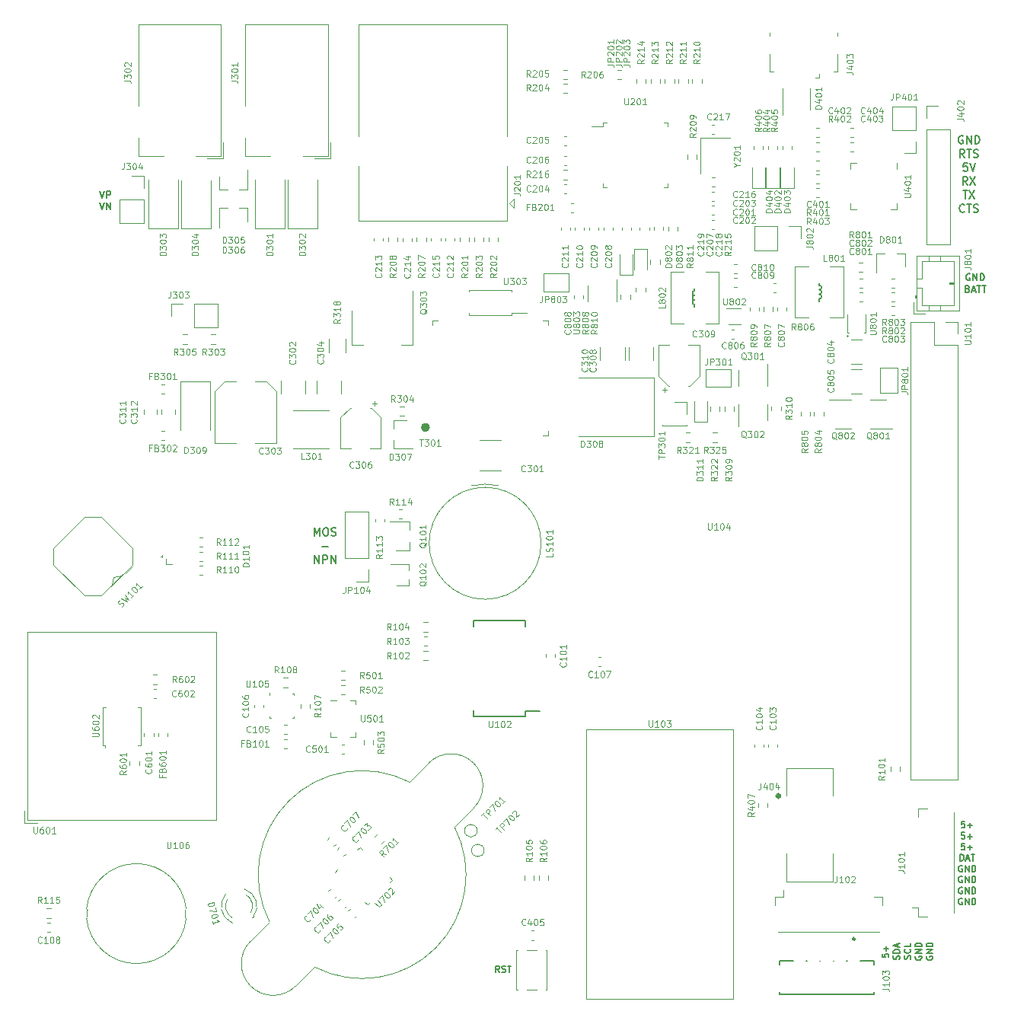
<source format=gbr>
G04 #@! TF.GenerationSoftware,KiCad,Pcbnew,5.1.7-a382d34a8~87~ubuntu18.04.1*
G04 #@! TF.CreationDate,2021-01-18T13:43:01-05:00*
G04 #@! TF.ProjectId,SD1,5344312e-6b69-4636-9164-5f7063625858,0*
G04 #@! TF.SameCoordinates,Original*
G04 #@! TF.FileFunction,Legend,Top*
G04 #@! TF.FilePolarity,Positive*
%FSLAX46Y46*%
G04 Gerber Fmt 4.6, Leading zero omitted, Abs format (unit mm)*
G04 Created by KiCad (PCBNEW 5.1.7-a382d34a8~87~ubuntu18.04.1) date 2021-01-18 13:43:01*
%MOMM*%
%LPD*%
G01*
G04 APERTURE LIST*
%ADD10C,0.190500*%
%ADD11C,0.177800*%
%ADD12C,0.152400*%
%ADD13C,0.100000*%
%ADD14C,0.500000*%
%ADD15C,0.120000*%
%ADD16C,0.150000*%
%ADD17C,0.250000*%
%ADD18C,0.105000*%
G04 APERTURE END LIST*
D10*
X147814666Y-62478871D02*
X147814666Y-61589871D01*
X148111000Y-62224871D01*
X148407333Y-61589871D01*
X148407333Y-62478871D01*
X149000000Y-61589871D02*
X149169333Y-61589871D01*
X149254000Y-61632205D01*
X149338666Y-61716871D01*
X149381000Y-61886205D01*
X149381000Y-62182538D01*
X149338666Y-62351871D01*
X149254000Y-62436538D01*
X149169333Y-62478871D01*
X149000000Y-62478871D01*
X148915333Y-62436538D01*
X148830666Y-62351871D01*
X148788333Y-62182538D01*
X148788333Y-61886205D01*
X148830666Y-61716871D01*
X148915333Y-61632205D01*
X149000000Y-61589871D01*
X149719666Y-62436538D02*
X149846666Y-62478871D01*
X150058333Y-62478871D01*
X150143000Y-62436538D01*
X150185333Y-62394205D01*
X150227666Y-62309538D01*
X150227666Y-62224871D01*
X150185333Y-62140205D01*
X150143000Y-62097871D01*
X150058333Y-62055538D01*
X149889000Y-62013205D01*
X149804333Y-61970871D01*
X149762000Y-61928538D01*
X149719666Y-61843871D01*
X149719666Y-61759205D01*
X149762000Y-61674538D01*
X149804333Y-61632205D01*
X149889000Y-61589871D01*
X150100666Y-61589871D01*
X150227666Y-61632205D01*
X148661333Y-63664205D02*
X149338666Y-63664205D01*
X147835833Y-65526871D02*
X147835833Y-64637871D01*
X148343833Y-65526871D01*
X148343833Y-64637871D01*
X148767166Y-65526871D02*
X148767166Y-64637871D01*
X149105833Y-64637871D01*
X149190500Y-64680205D01*
X149232833Y-64722538D01*
X149275166Y-64807205D01*
X149275166Y-64934205D01*
X149232833Y-65018871D01*
X149190500Y-65061205D01*
X149105833Y-65103538D01*
X148767166Y-65103538D01*
X149656166Y-65526871D02*
X149656166Y-64637871D01*
X150164166Y-65526871D01*
X150164166Y-64637871D01*
D11*
X123965000Y-24122314D02*
X124219000Y-24884314D01*
X124473000Y-24122314D01*
X124727000Y-24884314D02*
X124727000Y-24122314D01*
X125017285Y-24122314D01*
X125089857Y-24158600D01*
X125126142Y-24194885D01*
X125162428Y-24267457D01*
X125162428Y-24376314D01*
X125126142Y-24448885D01*
X125089857Y-24485171D01*
X125017285Y-24521457D01*
X124727000Y-24521457D01*
X123946857Y-25443114D02*
X124200857Y-26205114D01*
X124454857Y-25443114D01*
X124708857Y-26205114D02*
X124708857Y-25443114D01*
X125144285Y-26205114D01*
X125144285Y-25443114D01*
X220719428Y-33358600D02*
X220646857Y-33322314D01*
X220538000Y-33322314D01*
X220429142Y-33358600D01*
X220356571Y-33431171D01*
X220320285Y-33503742D01*
X220284000Y-33648885D01*
X220284000Y-33757742D01*
X220320285Y-33902885D01*
X220356571Y-33975457D01*
X220429142Y-34048028D01*
X220538000Y-34084314D01*
X220610571Y-34084314D01*
X220719428Y-34048028D01*
X220755714Y-34011742D01*
X220755714Y-33757742D01*
X220610571Y-33757742D01*
X221082285Y-34084314D02*
X221082285Y-33322314D01*
X221517714Y-34084314D01*
X221517714Y-33322314D01*
X221880571Y-34084314D02*
X221880571Y-33322314D01*
X222062000Y-33322314D01*
X222170857Y-33358600D01*
X222243428Y-33431171D01*
X222279714Y-33503742D01*
X222316000Y-33648885D01*
X222316000Y-33757742D01*
X222279714Y-33902885D01*
X222243428Y-33975457D01*
X222170857Y-34048028D01*
X222062000Y-34084314D01*
X221880571Y-34084314D01*
X220447285Y-35005971D02*
X220556142Y-35042257D01*
X220592428Y-35078542D01*
X220628714Y-35151114D01*
X220628714Y-35259971D01*
X220592428Y-35332542D01*
X220556142Y-35368828D01*
X220483571Y-35405114D01*
X220193285Y-35405114D01*
X220193285Y-34643114D01*
X220447285Y-34643114D01*
X220519857Y-34679400D01*
X220556142Y-34715685D01*
X220592428Y-34788257D01*
X220592428Y-34860828D01*
X220556142Y-34933400D01*
X220519857Y-34969685D01*
X220447285Y-35005971D01*
X220193285Y-35005971D01*
X220919000Y-35187400D02*
X221281857Y-35187400D01*
X220846428Y-35405114D02*
X221100428Y-34643114D01*
X221354428Y-35405114D01*
X221499571Y-34643114D02*
X221935000Y-34643114D01*
X221717285Y-35405114D02*
X221717285Y-34643114D01*
X222080142Y-34643114D02*
X222515571Y-34643114D01*
X222297857Y-35405114D02*
X222297857Y-34643114D01*
D10*
X219922666Y-18021205D02*
X219838000Y-17978871D01*
X219711000Y-17978871D01*
X219584000Y-18021205D01*
X219499333Y-18105871D01*
X219457000Y-18190538D01*
X219414666Y-18359871D01*
X219414666Y-18486871D01*
X219457000Y-18656205D01*
X219499333Y-18740871D01*
X219584000Y-18825538D01*
X219711000Y-18867871D01*
X219795666Y-18867871D01*
X219922666Y-18825538D01*
X219965000Y-18783205D01*
X219965000Y-18486871D01*
X219795666Y-18486871D01*
X220346000Y-18867871D02*
X220346000Y-17978871D01*
X220854000Y-18867871D01*
X220854000Y-17978871D01*
X221277333Y-18867871D02*
X221277333Y-17978871D01*
X221489000Y-17978871D01*
X221616000Y-18021205D01*
X221700666Y-18105871D01*
X221743000Y-18190538D01*
X221785333Y-18359871D01*
X221785333Y-18486871D01*
X221743000Y-18656205D01*
X221700666Y-18740871D01*
X221616000Y-18825538D01*
X221489000Y-18867871D01*
X221277333Y-18867871D01*
X220113166Y-20391871D02*
X219816833Y-19968538D01*
X219605166Y-20391871D02*
X219605166Y-19502871D01*
X219943833Y-19502871D01*
X220028500Y-19545205D01*
X220070833Y-19587538D01*
X220113166Y-19672205D01*
X220113166Y-19799205D01*
X220070833Y-19883871D01*
X220028500Y-19926205D01*
X219943833Y-19968538D01*
X219605166Y-19968538D01*
X220367166Y-19502871D02*
X220875166Y-19502871D01*
X220621166Y-20391871D02*
X220621166Y-19502871D01*
X221129166Y-20349538D02*
X221256166Y-20391871D01*
X221467833Y-20391871D01*
X221552500Y-20349538D01*
X221594833Y-20307205D01*
X221637166Y-20222538D01*
X221637166Y-20137871D01*
X221594833Y-20053205D01*
X221552500Y-20010871D01*
X221467833Y-19968538D01*
X221298500Y-19926205D01*
X221213833Y-19883871D01*
X221171500Y-19841538D01*
X221129166Y-19756871D01*
X221129166Y-19672205D01*
X221171500Y-19587538D01*
X221213833Y-19545205D01*
X221298500Y-19502871D01*
X221510166Y-19502871D01*
X221637166Y-19545205D01*
X220430666Y-21026871D02*
X220007333Y-21026871D01*
X219965000Y-21450205D01*
X220007333Y-21407871D01*
X220092000Y-21365538D01*
X220303666Y-21365538D01*
X220388333Y-21407871D01*
X220430666Y-21450205D01*
X220473000Y-21534871D01*
X220473000Y-21746538D01*
X220430666Y-21831205D01*
X220388333Y-21873538D01*
X220303666Y-21915871D01*
X220092000Y-21915871D01*
X220007333Y-21873538D01*
X219965000Y-21831205D01*
X220727000Y-21026871D02*
X221023333Y-21915871D01*
X221319666Y-21026871D01*
X220451833Y-23439871D02*
X220155500Y-23016538D01*
X219943833Y-23439871D02*
X219943833Y-22550871D01*
X220282500Y-22550871D01*
X220367166Y-22593205D01*
X220409500Y-22635538D01*
X220451833Y-22720205D01*
X220451833Y-22847205D01*
X220409500Y-22931871D01*
X220367166Y-22974205D01*
X220282500Y-23016538D01*
X219943833Y-23016538D01*
X220748166Y-22550871D02*
X221340833Y-23439871D01*
X221340833Y-22550871D02*
X220748166Y-23439871D01*
X219922666Y-24074871D02*
X220430666Y-24074871D01*
X220176666Y-24963871D02*
X220176666Y-24074871D01*
X220642333Y-24074871D02*
X221235000Y-24963871D01*
X221235000Y-24074871D02*
X220642333Y-24963871D01*
X220113166Y-26403205D02*
X220070833Y-26445538D01*
X219943833Y-26487871D01*
X219859166Y-26487871D01*
X219732166Y-26445538D01*
X219647500Y-26360871D01*
X219605166Y-26276205D01*
X219562833Y-26106871D01*
X219562833Y-25979871D01*
X219605166Y-25810538D01*
X219647500Y-25725871D01*
X219732166Y-25641205D01*
X219859166Y-25598871D01*
X219943833Y-25598871D01*
X220070833Y-25641205D01*
X220113166Y-25683538D01*
X220367166Y-25598871D02*
X220875166Y-25598871D01*
X220621166Y-26487871D02*
X220621166Y-25598871D01*
X221129166Y-26445538D02*
X221256166Y-26487871D01*
X221467833Y-26487871D01*
X221552500Y-26445538D01*
X221594833Y-26403205D01*
X221637166Y-26318538D01*
X221637166Y-26233871D01*
X221594833Y-26149205D01*
X221552500Y-26106871D01*
X221467833Y-26064538D01*
X221298500Y-26022205D01*
X221213833Y-25979871D01*
X221171500Y-25937538D01*
X221129166Y-25852871D01*
X221129166Y-25768205D01*
X221171500Y-25683538D01*
X221213833Y-25641205D01*
X221298500Y-25598871D01*
X221510166Y-25598871D01*
X221637166Y-25641205D01*
D12*
X168410533Y-111010297D02*
X168173466Y-110671630D01*
X168004133Y-111010297D02*
X168004133Y-110299097D01*
X168275066Y-110299097D01*
X168342800Y-110332964D01*
X168376666Y-110366830D01*
X168410533Y-110434564D01*
X168410533Y-110536164D01*
X168376666Y-110603897D01*
X168342800Y-110637764D01*
X168275066Y-110671630D01*
X168004133Y-110671630D01*
X168681466Y-110976430D02*
X168783066Y-111010297D01*
X168952400Y-111010297D01*
X169020133Y-110976430D01*
X169054000Y-110942564D01*
X169087866Y-110874830D01*
X169087866Y-110807097D01*
X169054000Y-110739364D01*
X169020133Y-110705497D01*
X168952400Y-110671630D01*
X168816933Y-110637764D01*
X168749200Y-110603897D01*
X168715333Y-110570030D01*
X168681466Y-110502297D01*
X168681466Y-110434564D01*
X168715333Y-110366830D01*
X168749200Y-110332964D01*
X168816933Y-110299097D01*
X168986266Y-110299097D01*
X169087866Y-110332964D01*
X169291066Y-110299097D02*
X169697466Y-110299097D01*
X169494266Y-111010297D02*
X169494266Y-110299097D01*
X210972133Y-108970933D02*
X210972133Y-109309600D01*
X211310800Y-109343466D01*
X211276933Y-109309600D01*
X211243066Y-109241866D01*
X211243066Y-109072533D01*
X211276933Y-109004800D01*
X211310800Y-108970933D01*
X211378533Y-108937066D01*
X211547866Y-108937066D01*
X211615600Y-108970933D01*
X211649466Y-109004800D01*
X211683333Y-109072533D01*
X211683333Y-109241866D01*
X211649466Y-109309600D01*
X211615600Y-109343466D01*
X211412400Y-108632266D02*
X211412400Y-108090400D01*
X211683333Y-108361333D02*
X211141466Y-108361333D01*
X212868666Y-109563600D02*
X212902533Y-109462000D01*
X212902533Y-109292666D01*
X212868666Y-109224933D01*
X212834800Y-109191066D01*
X212767066Y-109157200D01*
X212699333Y-109157200D01*
X212631600Y-109191066D01*
X212597733Y-109224933D01*
X212563866Y-109292666D01*
X212530000Y-109428133D01*
X212496133Y-109495866D01*
X212462266Y-109529733D01*
X212394533Y-109563600D01*
X212326800Y-109563600D01*
X212259066Y-109529733D01*
X212225200Y-109495866D01*
X212191333Y-109428133D01*
X212191333Y-109258800D01*
X212225200Y-109157200D01*
X212902533Y-108852400D02*
X212191333Y-108852400D01*
X212191333Y-108683066D01*
X212225200Y-108581466D01*
X212292933Y-108513733D01*
X212360666Y-108479866D01*
X212496133Y-108446000D01*
X212597733Y-108446000D01*
X212733200Y-108479866D01*
X212800933Y-108513733D01*
X212868666Y-108581466D01*
X212902533Y-108683066D01*
X212902533Y-108852400D01*
X212699333Y-108175066D02*
X212699333Y-107836400D01*
X212902533Y-108242800D02*
X212191333Y-108005733D01*
X212902533Y-107768666D01*
X214087866Y-109546666D02*
X214121733Y-109445066D01*
X214121733Y-109275733D01*
X214087866Y-109208000D01*
X214054000Y-109174133D01*
X213986266Y-109140266D01*
X213918533Y-109140266D01*
X213850800Y-109174133D01*
X213816933Y-109208000D01*
X213783066Y-109275733D01*
X213749200Y-109411200D01*
X213715333Y-109478933D01*
X213681466Y-109512800D01*
X213613733Y-109546666D01*
X213546000Y-109546666D01*
X213478266Y-109512800D01*
X213444400Y-109478933D01*
X213410533Y-109411200D01*
X213410533Y-109241866D01*
X213444400Y-109140266D01*
X214054000Y-108429066D02*
X214087866Y-108462933D01*
X214121733Y-108564533D01*
X214121733Y-108632266D01*
X214087866Y-108733866D01*
X214020133Y-108801600D01*
X213952400Y-108835466D01*
X213816933Y-108869333D01*
X213715333Y-108869333D01*
X213579866Y-108835466D01*
X213512133Y-108801600D01*
X213444400Y-108733866D01*
X213410533Y-108632266D01*
X213410533Y-108564533D01*
X213444400Y-108462933D01*
X213478266Y-108429066D01*
X214121733Y-107785600D02*
X214121733Y-108124266D01*
X213410533Y-108124266D01*
X214663600Y-109241866D02*
X214629733Y-109309600D01*
X214629733Y-109411200D01*
X214663600Y-109512800D01*
X214731333Y-109580533D01*
X214799066Y-109614400D01*
X214934533Y-109648266D01*
X215036133Y-109648266D01*
X215171600Y-109614400D01*
X215239333Y-109580533D01*
X215307066Y-109512800D01*
X215340933Y-109411200D01*
X215340933Y-109343466D01*
X215307066Y-109241866D01*
X215273200Y-109208000D01*
X215036133Y-109208000D01*
X215036133Y-109343466D01*
X215340933Y-108903200D02*
X214629733Y-108903200D01*
X215340933Y-108496800D01*
X214629733Y-108496800D01*
X215340933Y-108158133D02*
X214629733Y-108158133D01*
X214629733Y-107988800D01*
X214663600Y-107887200D01*
X214731333Y-107819466D01*
X214799066Y-107785600D01*
X214934533Y-107751733D01*
X215036133Y-107751733D01*
X215171600Y-107785600D01*
X215239333Y-107819466D01*
X215307066Y-107887200D01*
X215340933Y-107988800D01*
X215340933Y-108158133D01*
X215882800Y-109241866D02*
X215848933Y-109309600D01*
X215848933Y-109411200D01*
X215882800Y-109512800D01*
X215950533Y-109580533D01*
X216018266Y-109614400D01*
X216153733Y-109648266D01*
X216255333Y-109648266D01*
X216390800Y-109614400D01*
X216458533Y-109580533D01*
X216526266Y-109512800D01*
X216560133Y-109411200D01*
X216560133Y-109343466D01*
X216526266Y-109241866D01*
X216492400Y-109208000D01*
X216255333Y-109208000D01*
X216255333Y-109343466D01*
X216560133Y-108903200D02*
X215848933Y-108903200D01*
X216560133Y-108496800D01*
X215848933Y-108496800D01*
X216560133Y-108158133D02*
X215848933Y-108158133D01*
X215848933Y-107988800D01*
X215882800Y-107887200D01*
X215950533Y-107819466D01*
X216018266Y-107785600D01*
X216153733Y-107751733D01*
X216255333Y-107751733D01*
X216390800Y-107785600D01*
X216458533Y-107819466D01*
X216526266Y-107887200D01*
X216560133Y-107988800D01*
X216560133Y-108158133D01*
X220129066Y-94243333D02*
X219790400Y-94243333D01*
X219756533Y-94582000D01*
X219790400Y-94548133D01*
X219858133Y-94514266D01*
X220027466Y-94514266D01*
X220095200Y-94548133D01*
X220129066Y-94582000D01*
X220162933Y-94649733D01*
X220162933Y-94819066D01*
X220129066Y-94886800D01*
X220095200Y-94920666D01*
X220027466Y-94954533D01*
X219858133Y-94954533D01*
X219790400Y-94920666D01*
X219756533Y-94886800D01*
X220467733Y-94683600D02*
X221009600Y-94683600D01*
X220738666Y-94954533D02*
X220738666Y-94412666D01*
X220129066Y-95462533D02*
X219790400Y-95462533D01*
X219756533Y-95801200D01*
X219790400Y-95767333D01*
X219858133Y-95733466D01*
X220027466Y-95733466D01*
X220095200Y-95767333D01*
X220129066Y-95801200D01*
X220162933Y-95868933D01*
X220162933Y-96038266D01*
X220129066Y-96106000D01*
X220095200Y-96139866D01*
X220027466Y-96173733D01*
X219858133Y-96173733D01*
X219790400Y-96139866D01*
X219756533Y-96106000D01*
X220467733Y-95902800D02*
X221009600Y-95902800D01*
X220738666Y-96173733D02*
X220738666Y-95631866D01*
X220129066Y-96681733D02*
X219790400Y-96681733D01*
X219756533Y-97020400D01*
X219790400Y-96986533D01*
X219858133Y-96952666D01*
X220027466Y-96952666D01*
X220095200Y-96986533D01*
X220129066Y-97020400D01*
X220162933Y-97088133D01*
X220162933Y-97257466D01*
X220129066Y-97325200D01*
X220095200Y-97359066D01*
X220027466Y-97392933D01*
X219858133Y-97392933D01*
X219790400Y-97359066D01*
X219756533Y-97325200D01*
X220467733Y-97122000D02*
X221009600Y-97122000D01*
X220738666Y-97392933D02*
X220738666Y-96851066D01*
X219638000Y-98612133D02*
X219638000Y-97900933D01*
X219807333Y-97900933D01*
X219908933Y-97934800D01*
X219976666Y-98002533D01*
X220010533Y-98070266D01*
X220044400Y-98205733D01*
X220044400Y-98307333D01*
X220010533Y-98442800D01*
X219976666Y-98510533D01*
X219908933Y-98578266D01*
X219807333Y-98612133D01*
X219638000Y-98612133D01*
X220315333Y-98408933D02*
X220654000Y-98408933D01*
X220247600Y-98612133D02*
X220484666Y-97900933D01*
X220721733Y-98612133D01*
X220857200Y-97900933D02*
X221263600Y-97900933D01*
X221060400Y-98612133D02*
X221060400Y-97900933D01*
X219858133Y-99154000D02*
X219790400Y-99120133D01*
X219688800Y-99120133D01*
X219587200Y-99154000D01*
X219519466Y-99221733D01*
X219485600Y-99289466D01*
X219451733Y-99424933D01*
X219451733Y-99526533D01*
X219485600Y-99662000D01*
X219519466Y-99729733D01*
X219587200Y-99797466D01*
X219688800Y-99831333D01*
X219756533Y-99831333D01*
X219858133Y-99797466D01*
X219892000Y-99763600D01*
X219892000Y-99526533D01*
X219756533Y-99526533D01*
X220196800Y-99831333D02*
X220196800Y-99120133D01*
X220603200Y-99831333D01*
X220603200Y-99120133D01*
X220941866Y-99831333D02*
X220941866Y-99120133D01*
X221111200Y-99120133D01*
X221212800Y-99154000D01*
X221280533Y-99221733D01*
X221314400Y-99289466D01*
X221348266Y-99424933D01*
X221348266Y-99526533D01*
X221314400Y-99662000D01*
X221280533Y-99729733D01*
X221212800Y-99797466D01*
X221111200Y-99831333D01*
X220941866Y-99831333D01*
X219858133Y-100373200D02*
X219790400Y-100339333D01*
X219688800Y-100339333D01*
X219587200Y-100373200D01*
X219519466Y-100440933D01*
X219485600Y-100508666D01*
X219451733Y-100644133D01*
X219451733Y-100745733D01*
X219485600Y-100881200D01*
X219519466Y-100948933D01*
X219587200Y-101016666D01*
X219688800Y-101050533D01*
X219756533Y-101050533D01*
X219858133Y-101016666D01*
X219892000Y-100982800D01*
X219892000Y-100745733D01*
X219756533Y-100745733D01*
X220196800Y-101050533D02*
X220196800Y-100339333D01*
X220603200Y-101050533D01*
X220603200Y-100339333D01*
X220941866Y-101050533D02*
X220941866Y-100339333D01*
X221111200Y-100339333D01*
X221212800Y-100373200D01*
X221280533Y-100440933D01*
X221314400Y-100508666D01*
X221348266Y-100644133D01*
X221348266Y-100745733D01*
X221314400Y-100881200D01*
X221280533Y-100948933D01*
X221212800Y-101016666D01*
X221111200Y-101050533D01*
X220941866Y-101050533D01*
X219858133Y-101592400D02*
X219790400Y-101558533D01*
X219688800Y-101558533D01*
X219587200Y-101592400D01*
X219519466Y-101660133D01*
X219485600Y-101727866D01*
X219451733Y-101863333D01*
X219451733Y-101964933D01*
X219485600Y-102100400D01*
X219519466Y-102168133D01*
X219587200Y-102235866D01*
X219688800Y-102269733D01*
X219756533Y-102269733D01*
X219858133Y-102235866D01*
X219892000Y-102202000D01*
X219892000Y-101964933D01*
X219756533Y-101964933D01*
X220196800Y-102269733D02*
X220196800Y-101558533D01*
X220603200Y-102269733D01*
X220603200Y-101558533D01*
X220941866Y-102269733D02*
X220941866Y-101558533D01*
X221111200Y-101558533D01*
X221212800Y-101592400D01*
X221280533Y-101660133D01*
X221314400Y-101727866D01*
X221348266Y-101863333D01*
X221348266Y-101964933D01*
X221314400Y-102100400D01*
X221280533Y-102168133D01*
X221212800Y-102235866D01*
X221111200Y-102269733D01*
X220941866Y-102269733D01*
X219858133Y-102811600D02*
X219790400Y-102777733D01*
X219688800Y-102777733D01*
X219587200Y-102811600D01*
X219519466Y-102879333D01*
X219485600Y-102947066D01*
X219451733Y-103082533D01*
X219451733Y-103184133D01*
X219485600Y-103319600D01*
X219519466Y-103387333D01*
X219587200Y-103455066D01*
X219688800Y-103488933D01*
X219756533Y-103488933D01*
X219858133Y-103455066D01*
X219892000Y-103421200D01*
X219892000Y-103184133D01*
X219756533Y-103184133D01*
X220196800Y-103488933D02*
X220196800Y-102777733D01*
X220603200Y-103488933D01*
X220603200Y-102777733D01*
X220941866Y-103488933D02*
X220941866Y-102777733D01*
X221111200Y-102777733D01*
X221212800Y-102811600D01*
X221280533Y-102879333D01*
X221314400Y-102947066D01*
X221348266Y-103082533D01*
X221348266Y-103184133D01*
X221314400Y-103319600D01*
X221280533Y-103387333D01*
X221212800Y-103455066D01*
X221111200Y-103488933D01*
X220941866Y-103488933D01*
D13*
G04 #@! TO.C,J404*
X200350000Y-97800000D02*
X200350000Y-100925000D01*
X200350000Y-88275000D02*
X205450000Y-88275000D01*
X200350000Y-88275000D02*
X200350000Y-91400000D01*
X205450000Y-97800000D02*
X205450000Y-100925000D01*
X205450000Y-88275000D02*
X205450000Y-91400000D01*
D14*
X199500000Y-91400000D02*
G75*
G03*
X199500000Y-91400000I-100000J0D01*
G01*
D13*
X200350000Y-100925000D02*
X205450000Y-100925000D01*
D15*
G04 #@! TO.C,U101*
X219330000Y-89590000D02*
X214130000Y-89590000D01*
X219330000Y-41270000D02*
X219330000Y-89590000D01*
X214130000Y-38670000D02*
X214130000Y-89590000D01*
X219330000Y-41270000D02*
X216730000Y-41270000D01*
X216730000Y-41270000D02*
X216730000Y-38670000D01*
X216730000Y-38670000D02*
X214130000Y-38670000D01*
X219330000Y-40000000D02*
X219330000Y-38670000D01*
X219330000Y-38670000D02*
X218000000Y-38670000D01*
G04 #@! TO.C,U601*
X136874000Y-73151000D02*
X115926000Y-73151000D01*
X115926000Y-94099000D02*
X115926000Y-73151000D01*
X115926000Y-94099000D02*
X136874000Y-94099000D01*
X136874000Y-73151000D02*
X136874000Y-94099000D01*
X116976000Y-94439000D02*
X115586000Y-94439000D01*
X115586000Y-93049000D02*
X115586000Y-94439000D01*
G04 #@! TO.C,R806*
X199162779Y-34390000D02*
X198837221Y-34390000D01*
X199162779Y-35410000D02*
X198837221Y-35410000D01*
G04 #@! TO.C,C802*
X208416921Y-34859200D02*
X208742479Y-34859200D01*
X208416921Y-33839200D02*
X208742479Y-33839200D01*
G04 #@! TO.C,R809*
X197239700Y-37072921D02*
X197239700Y-37398479D01*
X196219700Y-37072921D02*
X196219700Y-37398479D01*
D13*
G04 #@! TO.C,U801*
X207122500Y-39870400D02*
X207122500Y-37870400D01*
X209122500Y-37870400D02*
X209122500Y-39870400D01*
X207222500Y-40270400D02*
G75*
G03*
X207222500Y-40270400I-100000J0D01*
G01*
X207122500Y-39870400D02*
X207272500Y-39870400D01*
X208972500Y-39870400D02*
X209122500Y-39870400D01*
D15*
G04 #@! TO.C,R802*
X212023821Y-35388600D02*
X212349379Y-35388600D01*
X212023821Y-36408600D02*
X212349379Y-36408600D01*
G04 #@! TO.C,C801*
X208416921Y-35414000D02*
X208742479Y-35414000D01*
X208416921Y-36434000D02*
X208742479Y-36434000D01*
G04 #@! TO.C,U802*
X193645300Y-37148500D02*
X195195300Y-37148500D01*
X195195300Y-38948500D02*
X193895300Y-38948500D01*
G04 #@! TO.C,R803*
X212023821Y-34884600D02*
X212349379Y-34884600D01*
X212023821Y-33864600D02*
X212349379Y-33864600D01*
G04 #@! TO.C,C807*
X200287700Y-37072921D02*
X200287700Y-37398479D01*
X199267700Y-37072921D02*
X199267700Y-37398479D01*
G04 #@! TO.C,C805*
X208724564Y-46631200D02*
X207520436Y-46631200D01*
X208724564Y-43911200D02*
X207520436Y-43911200D01*
G04 #@! TO.C,L801*
X206656900Y-38215200D02*
X205156900Y-38215200D01*
X206656900Y-32515200D02*
X206656900Y-38215200D01*
X205156900Y-32515200D02*
X206656900Y-32515200D01*
X201256900Y-38215200D02*
X202756900Y-38215200D01*
X201256900Y-32515200D02*
X201256900Y-38215200D01*
X202756900Y-32515200D02*
X201256900Y-32515200D01*
D16*
X203956900Y-36127200D02*
X203956900Y-36381200D01*
X203956900Y-34603200D02*
X203956900Y-34349200D01*
X203956900Y-35619200D02*
G75*
G03*
X204210900Y-35365200I0J254000D01*
G01*
X204210900Y-35365200D02*
G75*
G03*
X203956900Y-35111200I-254000J0D01*
G01*
X203956900Y-35111200D02*
G75*
G03*
X204210900Y-34857200I0J254000D01*
G01*
X204210900Y-34857200D02*
G75*
G03*
X203956900Y-34603200I-254000J0D01*
G01*
X204210900Y-35873200D02*
G75*
G03*
X203956900Y-35619200I-254000J0D01*
G01*
X203956900Y-36127200D02*
G75*
G03*
X204210900Y-35873200I0J254000D01*
G01*
D15*
G04 #@! TO.C,C810*
X194484121Y-32255300D02*
X194809679Y-32255300D01*
X194484121Y-33275300D02*
X194809679Y-33275300D01*
G04 #@! TO.C,C804*
X208724564Y-40660000D02*
X207520436Y-40660000D01*
X208724564Y-43380000D02*
X207520436Y-43380000D01*
G04 #@! TO.C,C809*
X194484121Y-34799300D02*
X194809679Y-34799300D01*
X194484121Y-33779300D02*
X194809679Y-33779300D01*
G04 #@! TO.C,JP801*
X210691200Y-43795000D02*
X212691200Y-43795000D01*
X210691200Y-46595000D02*
X210691200Y-43795000D01*
X212691200Y-46595000D02*
X210691200Y-46595000D01*
X212691200Y-43795000D02*
X212691200Y-46595000D01*
G04 #@! TO.C,C806*
X194179321Y-39570500D02*
X194504879Y-39570500D01*
X194179321Y-40590500D02*
X194504879Y-40590500D01*
G04 #@! TO.C,C803*
X212349379Y-37958000D02*
X212023821Y-37958000D01*
X212349379Y-36938000D02*
X212023821Y-36938000D01*
G04 #@! TO.C,U703*
X160521623Y-87747509D02*
X158404717Y-89864415D01*
X163403962Y-94863660D02*
X165520868Y-92746754D01*
X142839540Y-105429592D02*
X140722634Y-107546498D01*
X145721879Y-112545743D02*
X147838785Y-110428837D01*
X142839540Y-105429592D02*
G75*
G02*
X158404717Y-89864415I10282211J5282966D01*
G01*
X145721878Y-112545744D02*
G75*
G02*
X140722634Y-107546498I-2499622J2499623D01*
G01*
X163403962Y-94863660D02*
G75*
G02*
X147838785Y-110428837I-10282211J-5282966D01*
G01*
X160521624Y-87747508D02*
G75*
G02*
X165520868Y-92746754I2499622J-2499623D01*
G01*
G04 #@! TO.C,C706*
X150664682Y-102877768D02*
X150465871Y-103076579D01*
X151385931Y-103599017D02*
X151187120Y-103797828D01*
G04 #@! TO.C,C705*
X152499483Y-104712569D02*
X152300672Y-104911380D01*
X151778234Y-103991320D02*
X151579423Y-104190131D01*
G04 #@! TO.C,D701*
X138638605Y-105484260D02*
X138789290Y-105443884D01*
X140875689Y-104884835D02*
X141026374Y-104844459D01*
X137954044Y-102321328D02*
G75*
G03*
X138639073Y-105484135I1474688J-1336187D01*
G01*
X140037755Y-101763000D02*
G75*
G02*
X141025906Y-104844584I-609023J-1894515D01*
G01*
X138116224Y-102931342D02*
G75*
G03*
X138654952Y-104942531I1312508J-726173D01*
G01*
X140202311Y-102372379D02*
G75*
G02*
X140741352Y-104383482I-773579J-1285136D01*
G01*
G04 #@! TO.C,Q303*
X151950000Y-41230000D02*
X153210000Y-41230000D01*
X158770000Y-41230000D02*
X157510000Y-41230000D01*
X151950000Y-37470000D02*
X151950000Y-41230000D01*
X158770000Y-35220000D02*
X158770000Y-41230000D01*
G04 #@! TO.C,SW401*
X173549600Y-112948000D02*
X173669600Y-112948000D01*
X171399600Y-112948000D02*
X172539600Y-112948000D01*
X170269600Y-112948000D02*
X170389600Y-112948000D01*
X170269600Y-108548000D02*
X170269600Y-112948000D01*
X170389600Y-108548000D02*
X170269600Y-108548000D01*
X172539600Y-108548000D02*
X171399600Y-108548000D01*
X173669600Y-108548000D02*
X173549600Y-108548000D01*
X173669600Y-112948000D02*
X173669600Y-108548000D01*
G04 #@! TO.C,R212*
X187842500Y-11682742D02*
X187842500Y-12157258D01*
X186797500Y-11682742D02*
X186797500Y-12157258D01*
G04 #@! TO.C,R204*
X175957258Y-13242500D02*
X175482742Y-13242500D01*
X175957258Y-12197500D02*
X175482742Y-12197500D01*
G04 #@! TO.C,C217*
X192009420Y-16810000D02*
X192290580Y-16810000D01*
X192009420Y-17830000D02*
X192290580Y-17830000D01*
G04 #@! TO.C,FB201*
X176307221Y-25490000D02*
X176632779Y-25490000D01*
X176307221Y-26510000D02*
X176632779Y-26510000D01*
G04 #@! TO.C,R209*
X190342500Y-20082742D02*
X190342500Y-20557258D01*
X189297500Y-20082742D02*
X189297500Y-20557258D01*
G04 #@! TO.C,C201*
X192009420Y-25770000D02*
X192290580Y-25770000D01*
X192009420Y-26790000D02*
X192290580Y-26790000D01*
G04 #@! TO.C,R210*
X190882500Y-11682742D02*
X190882500Y-12157258D01*
X189837500Y-11682742D02*
X189837500Y-12157258D01*
G04 #@! TO.C,R215*
X187197500Y-28557258D02*
X187197500Y-28082742D01*
X188242500Y-28557258D02*
X188242500Y-28082742D01*
G04 #@! TO.C,C205*
X175860580Y-19030000D02*
X175579420Y-19030000D01*
X175860580Y-18010000D02*
X175579420Y-18010000D01*
G04 #@! TO.C,C207*
X185030000Y-28179420D02*
X185030000Y-28460580D01*
X184010000Y-28179420D02*
X184010000Y-28460580D01*
G04 #@! TO.C,C209*
X179430000Y-28179420D02*
X179430000Y-28460580D01*
X178410000Y-28179420D02*
X178410000Y-28460580D01*
G04 #@! TO.C,R205*
X175957258Y-11692500D02*
X175482742Y-11692500D01*
X175957258Y-10647500D02*
X175482742Y-10647500D01*
G04 #@! TO.C,Y201*
X194020000Y-18220000D02*
X190720000Y-18220000D01*
X190720000Y-18220000D02*
X190720000Y-22220000D01*
G04 #@! TO.C,U201*
X186680000Y-23730000D02*
X187130000Y-23730000D01*
X187130000Y-23730000D02*
X187130000Y-23280000D01*
X180360000Y-23730000D02*
X179910000Y-23730000D01*
X179910000Y-23730000D02*
X179910000Y-23280000D01*
X186680000Y-16510000D02*
X187130000Y-16510000D01*
X187130000Y-16510000D02*
X187130000Y-16960000D01*
X180360000Y-16510000D02*
X179910000Y-16510000D01*
X179910000Y-16510000D02*
X179910000Y-16960000D01*
X179910000Y-16960000D02*
X178620000Y-16960000D01*
G04 #@! TO.C,C208*
X181030000Y-28179420D02*
X181030000Y-28460580D01*
X180010000Y-28179420D02*
X180010000Y-28460580D01*
G04 #@! TO.C,R216*
X175482742Y-21797500D02*
X175957258Y-21797500D01*
X175482742Y-22842500D02*
X175957258Y-22842500D01*
G04 #@! TO.C,R206*
X181957258Y-11692500D02*
X181482742Y-11692500D01*
X181957258Y-10647500D02*
X181482742Y-10647500D01*
G04 #@! TO.C,R213*
X186242500Y-11682742D02*
X186242500Y-12157258D01*
X185197500Y-11682742D02*
X185197500Y-12157258D01*
G04 #@! TO.C,R214*
X184642500Y-11682742D02*
X184642500Y-12157258D01*
X183597500Y-11682742D02*
X183597500Y-12157258D01*
G04 #@! TO.C,C202*
X192009420Y-27370000D02*
X192290580Y-27370000D01*
X192009420Y-28390000D02*
X192290580Y-28390000D01*
G04 #@! TO.C,C210*
X177830000Y-28179420D02*
X177830000Y-28460580D01*
X176810000Y-28179420D02*
X176810000Y-28460580D01*
G04 #@! TO.C,C206*
X175860580Y-21230000D02*
X175579420Y-21230000D01*
X175860580Y-20210000D02*
X175579420Y-20210000D01*
G04 #@! TO.C,C203*
X192009420Y-24210000D02*
X192290580Y-24210000D01*
X192009420Y-25230000D02*
X192290580Y-25230000D01*
G04 #@! TO.C,C216*
X191987221Y-23630000D02*
X192312779Y-23630000D01*
X191987221Y-22610000D02*
X192312779Y-22610000D01*
G04 #@! TO.C,C218*
X186630000Y-28154420D02*
X186630000Y-28435580D01*
X185610000Y-28154420D02*
X185610000Y-28435580D01*
G04 #@! TO.C,R211*
X189362500Y-11682742D02*
X189362500Y-12157258D01*
X188317500Y-11682742D02*
X188317500Y-12157258D01*
G04 #@! TO.C,C211*
X176230000Y-28179420D02*
X176230000Y-28460580D01*
X175210000Y-28179420D02*
X175210000Y-28460580D01*
G04 #@! TO.C,R202*
X168242500Y-29282742D02*
X168242500Y-29757258D01*
X167197500Y-29282742D02*
X167197500Y-29757258D01*
G04 #@! TO.C,R203*
X166642500Y-29282742D02*
X166642500Y-29757258D01*
X165597500Y-29282742D02*
X165597500Y-29757258D01*
G04 #@! TO.C,R208*
X157042500Y-29282742D02*
X157042500Y-29757258D01*
X155997500Y-29282742D02*
X155997500Y-29757258D01*
G04 #@! TO.C,C213*
X155430000Y-29379420D02*
X155430000Y-29660580D01*
X154410000Y-29379420D02*
X154410000Y-29660580D01*
G04 #@! TO.C,R207*
X160242500Y-29282742D02*
X160242500Y-29757258D01*
X159197500Y-29282742D02*
X159197500Y-29757258D01*
G04 #@! TO.C,C214*
X158630000Y-29404420D02*
X158630000Y-29685580D01*
X157610000Y-29404420D02*
X157610000Y-29685580D01*
G04 #@! TO.C,R201*
X165042500Y-29282742D02*
X165042500Y-29757258D01*
X163997500Y-29282742D02*
X163997500Y-29757258D01*
G04 #@! TO.C,C212*
X163430000Y-29379420D02*
X163430000Y-29660580D01*
X162410000Y-29379420D02*
X162410000Y-29660580D01*
G04 #@! TO.C,J403*
X203960000Y-11070000D02*
X203960000Y-11520000D01*
X203510000Y-11520000D02*
X203960000Y-11520000D01*
X205960000Y-10840000D02*
X205540000Y-10840000D01*
X205960000Y-8860000D02*
X205960000Y-10840000D01*
X205960000Y-6490000D02*
X205960000Y-6890000D01*
X198440000Y-6890000D02*
X198440000Y-6490000D01*
X198440000Y-10840000D02*
X198860000Y-10840000D01*
X198440000Y-8860000D02*
X198440000Y-10840000D01*
G04 #@! TO.C,C215*
X161830000Y-29379420D02*
X161830000Y-29660580D01*
X160810000Y-29379420D02*
X160810000Y-29660580D01*
G04 #@! TO.C,J201*
X169260000Y-27440000D02*
X169260000Y-21310000D01*
X169260000Y-27440000D02*
X152760000Y-27440000D01*
X169960000Y-25020000D02*
X169460000Y-25520000D01*
X169460000Y-25520000D02*
X169960000Y-26020000D01*
X169960000Y-26020000D02*
X169960000Y-25020000D01*
X169260000Y-18010000D02*
X169260000Y-5610000D01*
X152760000Y-27440000D02*
X152760000Y-21310000D01*
X169260000Y-5610000D02*
X152760000Y-5610000D01*
X152760000Y-18010000D02*
X152760000Y-5610000D01*
D13*
G04 #@! TO.C,U103*
X178000000Y-84000000D02*
X178000000Y-114000000D01*
X194400000Y-84000000D02*
X194400000Y-114000000D01*
X194400000Y-114000000D02*
X178000000Y-114000000D01*
X194400000Y-84000000D02*
X178000000Y-84000000D01*
D15*
G04 #@! TO.C,U401*
X212610000Y-21715000D02*
X212610000Y-20990000D01*
X207390000Y-26210000D02*
X208115000Y-26210000D01*
X207390000Y-25485000D02*
X207390000Y-26210000D01*
X207390000Y-20990000D02*
X208115000Y-20990000D01*
X207390000Y-21715000D02*
X207390000Y-20990000D01*
X212610000Y-26210000D02*
X211885000Y-26210000D01*
X212610000Y-25485000D02*
X212610000Y-26210000D01*
D13*
G04 #@! TO.C,SW101*
X127584062Y-65881371D02*
X126806245Y-66659188D01*
X125498097Y-67048097D02*
X125321320Y-67931981D01*
X126381981Y-66871320D02*
X125498097Y-67048097D01*
X124119239Y-60365938D02*
X122280761Y-60365938D01*
X118815938Y-65669239D02*
X122280761Y-69134062D01*
X127584062Y-65669239D02*
X124119239Y-69134062D01*
X118815938Y-63830761D02*
X122280761Y-60365938D01*
X127584062Y-63830761D02*
X124119239Y-60365938D01*
X124119239Y-69134062D02*
X122280761Y-69134062D01*
X127584062Y-65669239D02*
X127584062Y-63830761D01*
X118815938Y-65669239D02*
X118815938Y-63830761D01*
D15*
G04 #@! TO.C,R103*
X160362779Y-73690000D02*
X160037221Y-73690000D01*
X160362779Y-74710000D02*
X160037221Y-74710000D01*
G04 #@! TO.C,R112*
X135362779Y-62690000D02*
X135037221Y-62690000D01*
X135362779Y-63710000D02*
X135037221Y-63710000D01*
G04 #@! TO.C,R111*
X135362779Y-64240000D02*
X135037221Y-64240000D01*
X135362779Y-65260000D02*
X135037221Y-65260000D01*
G04 #@! TO.C,R110*
X135362779Y-65790000D02*
X135037221Y-65790000D01*
X135362779Y-66810000D02*
X135037221Y-66810000D01*
G04 #@! TO.C,R114*
X157542779Y-59490000D02*
X157217221Y-59490000D01*
X157542779Y-60510000D02*
X157217221Y-60510000D01*
G04 #@! TO.C,R113*
X155610000Y-60912779D02*
X155610000Y-60587221D01*
X154590000Y-60912779D02*
X154590000Y-60587221D01*
G04 #@! TO.C,R406*
X197710000Y-19462779D02*
X197710000Y-19137221D01*
X196690000Y-19462779D02*
X196690000Y-19137221D01*
G04 #@! TO.C,R405*
X200910000Y-19462779D02*
X200910000Y-19137221D01*
X199890000Y-19462779D02*
X199890000Y-19137221D01*
G04 #@! TO.C,R404*
X199310000Y-19462779D02*
X199310000Y-19137221D01*
X198290000Y-19462779D02*
X198290000Y-19137221D01*
G04 #@! TO.C,R403*
X203962779Y-23790000D02*
X203637221Y-23790000D01*
X203962779Y-24810000D02*
X203637221Y-24810000D01*
G04 #@! TO.C,R402*
X203637221Y-21810000D02*
X203962779Y-21810000D01*
X203637221Y-20790000D02*
X203962779Y-20790000D01*
G04 #@! TO.C,R401*
X203962779Y-22290000D02*
X203637221Y-22290000D01*
X203962779Y-23310000D02*
X203637221Y-23310000D01*
G04 #@! TO.C,Q102*
X156920000Y-67960000D02*
X158330000Y-67960000D01*
X158330000Y-65640000D02*
X156300000Y-65640000D01*
X158330000Y-65640000D02*
X158330000Y-66300000D01*
X158330000Y-67300000D02*
X158330000Y-67960000D01*
G04 #@! TO.C,Q101*
X158360000Y-64082400D02*
X156900000Y-64082400D01*
X158360000Y-60922400D02*
X156200000Y-60922400D01*
X158360000Y-60922400D02*
X158360000Y-61852400D01*
X158360000Y-64082400D02*
X158360000Y-63152400D01*
G04 #@! TO.C,LS101*
X173030000Y-63300000D02*
G75*
G03*
X173030000Y-63300000I-6230000J0D01*
G01*
X165300001Y-56900000D02*
G75*
G02*
X168300000Y-56900000I1499999J-6400000D01*
G01*
G04 #@! TO.C,J102*
X199385000Y-106510000D02*
X210615000Y-106510000D01*
X210985000Y-102590000D02*
X210035000Y-102590000D01*
X210985000Y-103540000D02*
X210985000Y-102590000D01*
X199965000Y-102590000D02*
X199965000Y-101900000D01*
X199015000Y-102590000D02*
X199965000Y-102590000D01*
X199015000Y-103540000D02*
X199015000Y-102590000D01*
D13*
G04 #@! TO.C,D101*
X131300000Y-65650000D02*
X131950000Y-65650000D01*
X131300000Y-65000000D02*
X131300000Y-65650000D01*
X130900000Y-64650000D02*
X130900000Y-64850000D01*
X130750000Y-64750000D02*
X130900000Y-64750000D01*
D15*
G04 #@! TO.C,D404*
X197935000Y-23785000D02*
X197935000Y-21500000D01*
X196465000Y-23785000D02*
X197935000Y-23785000D01*
X196465000Y-21500000D02*
X196465000Y-23785000D01*
G04 #@! TO.C,D403*
X201135000Y-23785000D02*
X201135000Y-21500000D01*
X199665000Y-23785000D02*
X201135000Y-23785000D01*
X199665000Y-21500000D02*
X199665000Y-23785000D01*
G04 #@! TO.C,D402*
X199535000Y-23785000D02*
X199535000Y-21500000D01*
X198065000Y-23785000D02*
X199535000Y-23785000D01*
X198065000Y-21500000D02*
X198065000Y-23785000D01*
G04 #@! TO.C,D401*
X199850000Y-12700000D02*
X199850000Y-15650000D01*
X202950000Y-15100000D02*
X202950000Y-12700000D01*
G04 #@! TO.C,C101*
X174610000Y-75962779D02*
X174610000Y-75637221D01*
X173590000Y-75962779D02*
X173590000Y-75637221D01*
G04 #@! TO.C,C404*
X207762779Y-17090000D02*
X207437221Y-17090000D01*
X207762779Y-18110000D02*
X207437221Y-18110000D01*
G04 #@! TO.C,C403*
X207762779Y-18690000D02*
X207437221Y-18690000D01*
X207762779Y-19710000D02*
X207437221Y-19710000D01*
G04 #@! TO.C,C402*
X203962779Y-17090000D02*
X203637221Y-17090000D01*
X203962779Y-18110000D02*
X203637221Y-18110000D01*
G04 #@! TO.C,C401*
X203962779Y-18690000D02*
X203637221Y-18690000D01*
X203962779Y-19710000D02*
X203637221Y-19710000D01*
G04 #@! TO.C,C204*
X175860580Y-23410000D02*
X175579420Y-23410000D01*
X175860580Y-24430000D02*
X175579420Y-24430000D01*
G04 #@! TO.C,C301*
X168521252Y-55230000D02*
X166198748Y-55230000D01*
X168521252Y-51810000D02*
X166198748Y-51810000D01*
G04 #@! TO.C,C302*
X146820000Y-46631252D02*
X146820000Y-45208748D01*
X144100000Y-46631252D02*
X144100000Y-45208748D01*
G04 #@! TO.C,C303*
X136750000Y-52130000D02*
X139100000Y-52130000D01*
X143570000Y-52130000D02*
X141220000Y-52130000D01*
X143570000Y-46374437D02*
X143570000Y-52130000D01*
X136750000Y-46374437D02*
X136750000Y-52130000D01*
X137814437Y-45310000D02*
X139100000Y-45310000D01*
X142505563Y-45310000D02*
X141220000Y-45310000D01*
X142505563Y-45310000D02*
X143570000Y-46374437D01*
X137814437Y-45310000D02*
X136750000Y-46374437D01*
G04 #@! TO.C,C304*
X148100000Y-46631252D02*
X148100000Y-45208748D01*
X150820000Y-46631252D02*
X150820000Y-45208748D01*
G04 #@! TO.C,C306*
X154770000Y-47770000D02*
X154270000Y-47770000D01*
X154520000Y-47520000D02*
X154520000Y-48020000D01*
X151764437Y-48260000D02*
X150700000Y-49324437D01*
X154155563Y-48260000D02*
X155220000Y-49324437D01*
X154155563Y-48260000D02*
X154020000Y-48260000D01*
X151764437Y-48260000D02*
X151900000Y-48260000D01*
X150700000Y-49324437D02*
X150700000Y-52780000D01*
X155220000Y-49324437D02*
X155220000Y-52780000D01*
X155220000Y-52780000D02*
X154020000Y-52780000D01*
X150700000Y-52780000D02*
X151900000Y-52780000D01*
G04 #@! TO.C,C308*
X182800000Y-42956252D02*
X182800000Y-41533748D01*
X185520000Y-42956252D02*
X185520000Y-41533748D01*
G04 #@! TO.C,C309*
X190620000Y-41260000D02*
X189420000Y-41260000D01*
X186100000Y-41260000D02*
X187300000Y-41260000D01*
X186100000Y-44715563D02*
X186100000Y-41260000D01*
X190620000Y-44715563D02*
X190620000Y-41260000D01*
X189555563Y-45780000D02*
X189420000Y-45780000D01*
X187164437Y-45780000D02*
X187300000Y-45780000D01*
X187164437Y-45780000D02*
X186100000Y-44715563D01*
X189555563Y-45780000D02*
X190620000Y-44715563D01*
X186800000Y-46520000D02*
X186800000Y-46020000D01*
X186550000Y-46270000D02*
X187050000Y-46270000D01*
G04 #@! TO.C,C310*
X182320000Y-42956252D02*
X182320000Y-41533748D01*
X179600000Y-42956252D02*
X179600000Y-41533748D01*
G04 #@! TO.C,C311*
X130295000Y-48458748D02*
X130295000Y-48981252D01*
X128825000Y-48458748D02*
X128825000Y-48981252D01*
G04 #@! TO.C,C312*
X132295000Y-48458748D02*
X132295000Y-48981252D01*
X130825000Y-48458748D02*
X130825000Y-48981252D01*
G04 #@! TO.C,D308*
X185560000Y-44870000D02*
X185560000Y-51370000D01*
X185560000Y-44870000D02*
X177160000Y-44870000D01*
X185560000Y-51370000D02*
X177160000Y-51370000D01*
G04 #@! TO.C,D309*
X136210000Y-45320000D02*
X136210000Y-50720000D01*
X132910000Y-45320000D02*
X132910000Y-50720000D01*
X136210000Y-45320000D02*
X132910000Y-45320000D01*
G04 #@! TO.C,R304*
X157797258Y-48097500D02*
X157322742Y-48097500D01*
X157797258Y-49142500D02*
X157322742Y-49142500D01*
G04 #@! TO.C,R318*
X151270000Y-40592936D02*
X151270000Y-42047064D01*
X149450000Y-40592936D02*
X149450000Y-42047064D01*
G04 #@! TO.C,R102*
X159962742Y-75277500D02*
X160437258Y-75277500D01*
X159962742Y-76322500D02*
X160437258Y-76322500D01*
G04 #@! TO.C,R104*
X160437258Y-72077500D02*
X159962742Y-72077500D01*
X160437258Y-73122500D02*
X159962742Y-73122500D01*
D16*
G04 #@! TO.C,U102*
X171275000Y-82525000D02*
X171275000Y-81950000D01*
X165525000Y-82525000D02*
X165525000Y-81875000D01*
X165525000Y-71875000D02*
X165525000Y-72525000D01*
X171275000Y-71875000D02*
X171275000Y-72525000D01*
X171275000Y-82525000D02*
X165525000Y-82525000D01*
X171275000Y-71875000D02*
X165525000Y-71875000D01*
X171275000Y-81950000D02*
X172875000Y-81950000D01*
D15*
G04 #@! TO.C,C405*
X171934420Y-107410000D02*
X172215580Y-107410000D01*
X171934420Y-106390000D02*
X172215580Y-106390000D01*
G04 #@! TO.C,J402*
X215870000Y-14670000D02*
X217200000Y-14670000D01*
X215870000Y-16000000D02*
X215870000Y-14670000D01*
X215870000Y-17270000D02*
X218530000Y-17270000D01*
X218530000Y-17270000D02*
X218530000Y-30030000D01*
X215870000Y-17270000D02*
X215870000Y-30030000D01*
X215870000Y-30030000D02*
X218530000Y-30030000D01*
G04 #@! TO.C,R407*
X197177500Y-92187742D02*
X197177500Y-92662258D01*
X198222500Y-92187742D02*
X198222500Y-92662258D01*
G04 #@! TO.C,C602*
X129951020Y-80536000D02*
X130232180Y-80536000D01*
X129951020Y-79516000D02*
X130232180Y-79516000D01*
G04 #@! TO.C,C501*
X151140580Y-86710000D02*
X150859420Y-86710000D01*
X151140580Y-85690000D02*
X150859420Y-85690000D01*
G04 #@! TO.C,R115*
X118021142Y-103909900D02*
X118495658Y-103909900D01*
X118021142Y-104954900D02*
X118495658Y-104954900D01*
G04 #@! TO.C,R602*
X129854342Y-77928700D02*
X130328858Y-77928700D01*
X129854342Y-78973700D02*
X130328858Y-78973700D01*
G04 #@! TO.C,R601*
X128322500Y-88012258D02*
X128322500Y-87537742D01*
X127277500Y-88012258D02*
X127277500Y-87537742D01*
G04 #@! TO.C,R501*
X151237258Y-77477500D02*
X150762742Y-77477500D01*
X151237258Y-78522500D02*
X150762742Y-78522500D01*
G04 #@! TO.C,R502*
X151237258Y-79077500D02*
X150762742Y-79077500D01*
X151237258Y-80122500D02*
X150762742Y-80122500D01*
G04 #@! TO.C,R503*
X154322500Y-85212742D02*
X154322500Y-85687258D01*
X153277500Y-85212742D02*
X153277500Y-85687258D01*
G04 #@! TO.C,U106*
X133546868Y-105011233D02*
X133448659Y-104910801D01*
X122575340Y-104910801D02*
X122477130Y-105011233D01*
X122477130Y-103955168D02*
X122575340Y-104055600D01*
X133448659Y-104055600D02*
X133546868Y-103955168D01*
X122477140Y-103955087D02*
G75*
G02*
X133546868Y-103955168I5534860J-528113D01*
G01*
X133546862Y-105011312D02*
G75*
G02*
X122477130Y-105011233I-5534862J528112D01*
G01*
X122575383Y-104911345D02*
G75*
G02*
X122575340Y-104055600I5436617J428145D01*
G01*
X133448616Y-104055056D02*
G75*
G02*
X133448659Y-104910801I-5436616J-428144D01*
G01*
D13*
G04 #@! TO.C,U602*
X124275000Y-81500000D02*
X124275000Y-85750000D01*
X124275000Y-81500000D02*
X124575000Y-81500000D01*
X124525000Y-86050000D02*
X124525000Y-85750000D01*
X124275000Y-85750000D02*
X124525000Y-85750000D01*
X128150000Y-81500000D02*
X128525000Y-81500000D01*
X128525000Y-81500000D02*
X128525000Y-85725000D01*
X128525000Y-85750000D02*
X128150000Y-85750000D01*
G04 #@! TO.C,U501*
X152400000Y-80750000D02*
X152400000Y-81230000D01*
X151760000Y-80750000D02*
X152400000Y-80750000D01*
X152400000Y-84370000D02*
X152400000Y-84850000D01*
X151760000Y-84850000D02*
X152400000Y-84850000D01*
X149600000Y-80750000D02*
X150240000Y-80750000D01*
X149600000Y-84850000D02*
X150240000Y-84850000D01*
X149600000Y-84370000D02*
X149600000Y-84850000D01*
D15*
G04 #@! TO.C,C108*
X118398980Y-105497200D02*
X118117820Y-105497200D01*
X118398980Y-106517200D02*
X118117820Y-106517200D01*
G04 #@! TO.C,C703*
X150340148Y-97347176D02*
X150538959Y-97148365D01*
X151061397Y-98068425D02*
X151260208Y-97869614D01*
G04 #@! TO.C,C704*
X149569091Y-101782177D02*
X149370280Y-101980988D01*
X150290340Y-102503426D02*
X150091529Y-102702237D01*
G04 #@! TO.C,C707*
X149226596Y-96233624D02*
X149425407Y-96034813D01*
X149947845Y-96954873D02*
X150146656Y-96756062D01*
G04 #@! TO.C,R701*
X154537549Y-95969857D02*
X154873082Y-95634324D01*
X155276476Y-96708784D02*
X155612009Y-96373251D01*
G04 #@! TO.C,U702*
X152571621Y-97389192D02*
X152854464Y-97106349D01*
X153137307Y-97389192D02*
X152854464Y-97106349D01*
X156192008Y-101009579D02*
X156474851Y-100726736D01*
X156192008Y-100443893D02*
X156474851Y-100726736D01*
X153420149Y-103215752D02*
X153702992Y-103498595D01*
X153985835Y-103215752D02*
X153702992Y-103498595D01*
X150365448Y-99595365D02*
X150082605Y-99878208D01*
D16*
G04 #@! TO.C,J103*
X210050000Y-113450000D02*
X199550000Y-113450000D01*
X199550000Y-109750000D02*
X199550000Y-110175000D01*
X199550000Y-113225000D02*
X199550000Y-113450000D01*
X210050000Y-109750000D02*
X208525000Y-109750000D01*
X207075000Y-109750000D02*
X207025000Y-109750000D01*
X205575000Y-109750000D02*
X205525000Y-109750000D01*
X204075000Y-109750000D02*
X204025000Y-109750000D01*
X202575000Y-109750000D02*
X202525000Y-109750000D01*
X201075000Y-109750000D02*
X199550000Y-109750000D01*
X210050000Y-109750000D02*
X210050000Y-110175000D01*
X210050000Y-113225000D02*
X210050000Y-113450000D01*
D17*
X207925000Y-107300001D02*
G75*
G03*
X207925000Y-107300001I-125000J0D01*
G01*
D15*
G04 #@! TO.C,C105*
X144740580Y-84510000D02*
X144459420Y-84510000D01*
X144740580Y-83490000D02*
X144459420Y-83490000D01*
G04 #@! TO.C,C106*
X142110000Y-81540580D02*
X142110000Y-81259420D01*
X141090000Y-81540580D02*
X141090000Y-81259420D01*
G04 #@! TO.C,C107*
X179359420Y-75990000D02*
X179640580Y-75990000D01*
X179359420Y-77010000D02*
X179640580Y-77010000D01*
G04 #@! TO.C,D301*
X141245001Y-28304999D02*
X144545001Y-28304999D01*
X144545001Y-28304999D02*
X144545001Y-22904999D01*
X141245001Y-28304999D02*
X141245001Y-22904999D01*
G04 #@! TO.C,D302*
X144870000Y-28304999D02*
X144870000Y-22904999D01*
X148170000Y-28304999D02*
X148170000Y-22904999D01*
X144870000Y-28304999D02*
X148170000Y-28304999D01*
G04 #@! TO.C,D303*
X129395001Y-28304999D02*
X132695001Y-28304999D01*
X132695001Y-28304999D02*
X132695001Y-22904999D01*
X129395001Y-28304999D02*
X129395001Y-22904999D01*
G04 #@! TO.C,D304*
X132970000Y-28320000D02*
X132970000Y-22920000D01*
X136270000Y-28320000D02*
X136270000Y-22920000D01*
X132970000Y-28320000D02*
X136270000Y-28320000D01*
G04 #@! TO.C,FB101*
X144437221Y-85090000D02*
X144762779Y-85090000D01*
X144437221Y-86110000D02*
X144762779Y-86110000D01*
G04 #@! TO.C,FB601*
X130490000Y-84437221D02*
X130490000Y-84762779D01*
X131510000Y-84437221D02*
X131510000Y-84762779D01*
G04 #@! TO.C,J301*
X140120000Y-14630000D02*
X140120000Y-5630000D01*
X140120000Y-5630000D02*
X149320000Y-5630000D01*
X149320000Y-5630000D02*
X149320000Y-20230000D01*
X149320000Y-20230000D02*
X146520000Y-20230000D01*
X142920000Y-20230000D02*
X140120000Y-20230000D01*
X140120000Y-20230000D02*
X140120000Y-18230000D01*
X149560000Y-18730000D02*
X149560000Y-20470000D01*
X149560000Y-20470000D02*
X147820000Y-20470000D01*
G04 #@! TO.C,J302*
X137660000Y-20460000D02*
X135920000Y-20460000D01*
X137660000Y-18720000D02*
X137660000Y-20460000D01*
X128220000Y-20220000D02*
X128220000Y-18220000D01*
X131020000Y-20220000D02*
X128220000Y-20220000D01*
X137420000Y-20220000D02*
X134620000Y-20220000D01*
X137420000Y-5620000D02*
X137420000Y-20220000D01*
X128220000Y-5620000D02*
X137420000Y-5620000D01*
X128220000Y-14620000D02*
X128220000Y-5620000D01*
G04 #@! TO.C,J303*
X134470000Y-39330000D02*
X134470000Y-36670000D01*
X134470000Y-39330000D02*
X137070000Y-39330000D01*
X137070000Y-39330000D02*
X137070000Y-36670000D01*
X134470000Y-36670000D02*
X137070000Y-36670000D01*
X131870000Y-36670000D02*
X133200000Y-36670000D01*
X131870000Y-38000000D02*
X131870000Y-36670000D01*
G04 #@! TO.C,J304*
X127480000Y-22460000D02*
X128810000Y-22460000D01*
X128810000Y-22460000D02*
X128810000Y-23790000D01*
X128810000Y-25060000D02*
X128810000Y-27660000D01*
X126150000Y-27660000D02*
X128810000Y-27660000D01*
X126150000Y-25060000D02*
X126150000Y-27660000D01*
X126150000Y-25060000D02*
X128810000Y-25060000D01*
G04 #@! TO.C,J802*
X201930000Y-28070000D02*
X201930000Y-29400000D01*
X200600000Y-28070000D02*
X201930000Y-28070000D01*
X199330000Y-28070000D02*
X199330000Y-30730000D01*
X199330000Y-30730000D02*
X196730000Y-30730000D01*
X199330000Y-28070000D02*
X196730000Y-28070000D01*
X196730000Y-28070000D02*
X196730000Y-30730000D01*
G04 #@! TO.C,JP301*
X191360000Y-45920000D02*
X191360000Y-43920000D01*
X194160000Y-45920000D02*
X191360000Y-45920000D01*
X194160000Y-43920000D02*
X194160000Y-45920000D01*
X191360000Y-43920000D02*
X194160000Y-43920000D01*
G04 #@! TO.C,JP401*
X214730000Y-14730000D02*
X212070000Y-14730000D01*
X214730000Y-17330000D02*
X214730000Y-14730000D01*
X212070000Y-17330000D02*
X212070000Y-14730000D01*
X214730000Y-17330000D02*
X212070000Y-17330000D01*
X214730000Y-18600000D02*
X214730000Y-19930000D01*
X214730000Y-19930000D02*
X213400000Y-19930000D01*
G04 #@! TO.C,L802*
X187400000Y-33150000D02*
X188900000Y-33150000D01*
X187400000Y-38850000D02*
X187400000Y-33150000D01*
X188900000Y-38850000D02*
X187400000Y-38850000D01*
X192800000Y-33150000D02*
X191300000Y-33150000D01*
X192800000Y-38850000D02*
X192800000Y-33150000D01*
X191300000Y-38850000D02*
X192800000Y-38850000D01*
D16*
X190100000Y-35238000D02*
X190100000Y-34984000D01*
X190100000Y-36762000D02*
X190100000Y-37016000D01*
X190100000Y-35238000D02*
G75*
G03*
X189846000Y-35492000I0J-254000D01*
G01*
X189846000Y-35492000D02*
G75*
G03*
X190100000Y-35746000I254000J0D01*
G01*
X189846000Y-36508000D02*
G75*
G03*
X190100000Y-36762000I254000J0D01*
G01*
X190100000Y-36254000D02*
G75*
G03*
X189846000Y-36508000I0J-254000D01*
G01*
X189846000Y-36000000D02*
G75*
G03*
X190100000Y-36254000I254000J0D01*
G01*
X190100000Y-35746000D02*
G75*
G03*
X189846000Y-36000000I0J-254000D01*
G01*
D15*
G04 #@! TO.C,Q301*
X198170000Y-45820000D02*
X198170000Y-43370000D01*
X194950000Y-44020000D02*
X194950000Y-45820000D01*
G04 #@! TO.C,Q302*
X194950000Y-47820000D02*
X194950000Y-50270000D01*
X198170000Y-49620000D02*
X198170000Y-47820000D01*
G04 #@! TO.C,Q801*
X211400000Y-47340000D02*
X209600000Y-47340000D01*
X209600000Y-50560000D02*
X212050000Y-50560000D01*
G04 #@! TO.C,Q802*
X207500000Y-47322000D02*
X205050000Y-47322000D01*
X205700000Y-50542000D02*
X207500000Y-50542000D01*
G04 #@! TO.C,R322*
X192882500Y-48107742D02*
X192882500Y-48582258D01*
X191837500Y-48107742D02*
X191837500Y-48582258D01*
G04 #@! TO.C,R107*
X147322500Y-81637258D02*
X147322500Y-81162742D01*
X146277500Y-81637258D02*
X146277500Y-81162742D01*
G04 #@! TO.C,R108*
X144362742Y-78277500D02*
X144837258Y-78277500D01*
X144362742Y-79322500D02*
X144837258Y-79322500D01*
G04 #@! TO.C,R105*
X171177500Y-100262742D02*
X171177500Y-100737258D01*
X172222500Y-100262742D02*
X172222500Y-100737258D01*
G04 #@! TO.C,R106*
X173822500Y-100262742D02*
X173822500Y-100737258D01*
X172777500Y-100262742D02*
X172777500Y-100737258D01*
G04 #@! TO.C,R303*
X136812258Y-40077500D02*
X136337742Y-40077500D01*
X136812258Y-41122500D02*
X136337742Y-41122500D01*
G04 #@! TO.C,R305*
X133637258Y-40077500D02*
X133162742Y-40077500D01*
X133637258Y-41122500D02*
X133162742Y-41122500D01*
G04 #@! TO.C,R309*
X194482500Y-48107742D02*
X194482500Y-48582258D01*
X193437500Y-48107742D02*
X193437500Y-48582258D01*
G04 #@! TO.C,R310*
X199682500Y-48557258D02*
X199682500Y-48082742D01*
X198637500Y-48557258D02*
X198637500Y-48082742D01*
G04 #@! TO.C,R321*
X189597258Y-50997500D02*
X189122742Y-50997500D01*
X189597258Y-52042500D02*
X189122742Y-52042500D01*
G04 #@! TO.C,R325*
X192597258Y-52042500D02*
X192122742Y-52042500D01*
X192597258Y-50997500D02*
X192122742Y-50997500D01*
G04 #@! TO.C,R801*
X208816958Y-32077500D02*
X208342442Y-32077500D01*
X208816958Y-33122500D02*
X208342442Y-33122500D01*
G04 #@! TO.C,R804*
X203377500Y-49137258D02*
X203377500Y-48662742D01*
X204422500Y-49137258D02*
X204422500Y-48662742D01*
G04 #@! TO.C,R805*
X202922500Y-48662742D02*
X202922500Y-49137258D01*
X201877500Y-48662742D02*
X201877500Y-49137258D01*
G04 #@! TO.C,R807*
X197731200Y-36998442D02*
X197731200Y-37472958D01*
X198776200Y-36998442D02*
X198776200Y-37472958D01*
G04 #@! TO.C,TP301*
X187860000Y-47590000D02*
X189190000Y-47590000D01*
X189190000Y-47590000D02*
X189190000Y-48920000D01*
X189190000Y-50130000D02*
X189190000Y-50250000D01*
X186530000Y-50130000D02*
X186530000Y-50250000D01*
X186530000Y-50250000D02*
X189190000Y-50250000D01*
D13*
G04 #@! TO.C,U105*
X142850000Y-80200000D02*
X142850000Y-79950000D01*
X145550000Y-80050000D02*
X145550000Y-80200000D01*
X145400000Y-80050000D02*
X145550000Y-80050000D01*
X145550000Y-82750000D02*
X145400000Y-82750000D01*
X145550000Y-82750000D02*
X145550000Y-82600000D01*
X142850000Y-82750000D02*
X142850000Y-82600000D01*
X142850000Y-82760000D02*
X143000000Y-82760000D01*
D15*
G04 #@! TO.C,C219*
X182010000Y-28179420D02*
X182010000Y-28460580D01*
X183030000Y-28179420D02*
X183030000Y-28460580D01*
G04 #@! TO.C,C601*
X128890000Y-84740580D02*
X128890000Y-84459420D01*
X129910000Y-84740580D02*
X129910000Y-84459420D01*
G04 #@! TO.C,D307*
X156600000Y-49590000D02*
X156600000Y-50520000D01*
X156600000Y-52750000D02*
X156600000Y-51820000D01*
X156600000Y-52750000D02*
X158760000Y-52750000D01*
X156600000Y-49590000D02*
X158060000Y-49590000D01*
G04 #@! TO.C,D311*
X190025000Y-47545000D02*
X190025000Y-49830000D01*
X190025000Y-49830000D02*
X191495000Y-49830000D01*
X191495000Y-49830000D02*
X191495000Y-47545000D01*
G04 #@! TO.C,D801*
X213480000Y-31040000D02*
X213480000Y-32500000D01*
X210320000Y-31040000D02*
X210320000Y-33200000D01*
X210320000Y-31040000D02*
X211250000Y-31040000D01*
X213480000Y-31040000D02*
X212550000Y-31040000D01*
G04 #@! TO.C,L301*
X145460000Y-48520000D02*
X149460000Y-48520000D01*
X145460000Y-52720000D02*
X149460000Y-52720000D01*
D14*
G04 #@! TO.C,T301*
X160410000Y-50420000D02*
G75*
G03*
X160410000Y-50420000I-250000J0D01*
G01*
D15*
X160950000Y-39070000D02*
X160950000Y-38510000D01*
X160950000Y-38510000D02*
X161510000Y-38510000D01*
X173770000Y-51330000D02*
X173210000Y-51330000D01*
X173770000Y-50770000D02*
X173770000Y-51330000D01*
X173770000Y-38510000D02*
X173770000Y-39070000D01*
X173210000Y-38510000D02*
X173770000Y-38510000D01*
G04 #@! TO.C,TP701*
X165913277Y-95267589D02*
G75*
G03*
X165913277Y-95267589I-700000J0D01*
G01*
G04 #@! TO.C,TP702*
X166691094Y-97459620D02*
G75*
G03*
X166691094Y-97459620I-700000J0D01*
G01*
G04 #@! TO.C,U303*
X167360000Y-35110000D02*
X164975000Y-35110000D01*
X164975000Y-35110000D02*
X164975000Y-35350000D01*
X167360000Y-35110000D02*
X169745000Y-35110000D01*
X169745000Y-35110000D02*
X169745000Y-35350000D01*
X167360000Y-37930000D02*
X164975000Y-37930000D01*
X164975000Y-37930000D02*
X164975000Y-37690000D01*
X167360000Y-37930000D02*
X169745000Y-37930000D01*
X169745000Y-37930000D02*
X169745000Y-37690000D01*
X169745000Y-37690000D02*
X171410000Y-37690000D01*
G04 #@! TO.C,R101*
X211877500Y-88162742D02*
X211877500Y-88637258D01*
X212922500Y-88162742D02*
X212922500Y-88637258D01*
G04 #@! TO.C,C808*
X177710000Y-36060580D02*
X177710000Y-35779420D01*
X176690000Y-36060580D02*
X176690000Y-35779420D01*
G04 #@! TO.C,D802*
X181765000Y-31180000D02*
X181765000Y-33465000D01*
X181765000Y-33465000D02*
X183235000Y-33465000D01*
X183235000Y-33465000D02*
X183235000Y-31180000D01*
G04 #@! TO.C,D803*
X183365000Y-30535000D02*
X183365000Y-32820000D01*
X184835000Y-30535000D02*
X183365000Y-30535000D01*
X184835000Y-32820000D02*
X184835000Y-30535000D01*
G04 #@! TO.C,J801*
X214790000Y-37460000D02*
X219510000Y-37460000D01*
X219510000Y-37460000D02*
X219510000Y-31340000D01*
X219510000Y-31340000D02*
X214790000Y-31340000D01*
X214790000Y-31340000D02*
X214790000Y-37460000D01*
X214790000Y-35700000D02*
X214590000Y-35700000D01*
X214590000Y-35700000D02*
X214590000Y-36000000D01*
X214590000Y-36000000D02*
X214790000Y-36000000D01*
X214690000Y-35700000D02*
X214690000Y-36000000D01*
X214790000Y-34900000D02*
X215400000Y-34900000D01*
X215400000Y-34900000D02*
X215400000Y-36850000D01*
X215400000Y-36850000D02*
X218900000Y-36850000D01*
X218900000Y-36850000D02*
X218900000Y-31950000D01*
X218900000Y-31950000D02*
X215400000Y-31950000D01*
X215400000Y-31950000D02*
X215400000Y-33900000D01*
X215400000Y-33900000D02*
X214790000Y-33900000D01*
X216100000Y-37460000D02*
X216100000Y-36850000D01*
X217400000Y-37460000D02*
X217400000Y-36850000D01*
X216100000Y-31340000D02*
X216100000Y-31950000D01*
X217400000Y-31340000D02*
X217400000Y-31950000D01*
X218900000Y-34500000D02*
X218400000Y-34500000D01*
X218400000Y-34500000D02*
X218400000Y-34300000D01*
X218400000Y-34300000D02*
X218900000Y-34300000D01*
X218900000Y-34400000D02*
X218400000Y-34400000D01*
X214490000Y-36510000D02*
X214490000Y-37760000D01*
X214490000Y-37760000D02*
X215740000Y-37760000D01*
G04 #@! TO.C,JP104*
X153830000Y-59790000D02*
X151170000Y-59790000D01*
X153830000Y-64930000D02*
X153830000Y-59790000D01*
X151170000Y-64930000D02*
X151170000Y-59790000D01*
X153830000Y-64930000D02*
X151170000Y-64930000D01*
X153830000Y-66200000D02*
X153830000Y-67530000D01*
X153830000Y-67530000D02*
X152500000Y-67530000D01*
G04 #@! TO.C,JP803*
X176100000Y-35300000D02*
X173300000Y-35300000D01*
X173300000Y-35300000D02*
X173300000Y-33300000D01*
X173300000Y-33300000D02*
X176100000Y-33300000D01*
X176100000Y-33300000D02*
X176100000Y-35300000D01*
G04 #@! TO.C,R811*
X185177500Y-31762742D02*
X185177500Y-32237258D01*
X186222500Y-31762742D02*
X186222500Y-32237258D01*
G04 #@! TO.C,R808*
X181877500Y-36157258D02*
X181877500Y-35682742D01*
X182922500Y-36157258D02*
X182922500Y-35682742D01*
G04 #@! TO.C,U803*
X181410000Y-36400000D02*
X181410000Y-33950000D01*
X178190000Y-34600000D02*
X178190000Y-36400000D01*
G04 #@! TO.C,R810*
X184622500Y-35337258D02*
X184622500Y-34862742D01*
X183577500Y-35337258D02*
X183577500Y-34862742D01*
G04 #@! TO.C,J101*
X218910000Y-104415000D02*
X218910000Y-93185000D01*
X214990000Y-92815000D02*
X214990000Y-93765000D01*
X215940000Y-92815000D02*
X214990000Y-92815000D01*
X214990000Y-103835000D02*
X214300000Y-103835000D01*
X214990000Y-104785000D02*
X214990000Y-103835000D01*
X215940000Y-104785000D02*
X214990000Y-104785000D01*
G04 #@! TO.C,D305*
X137220000Y-23960000D02*
X137220000Y-22500000D01*
X140380000Y-23960000D02*
X140380000Y-21800000D01*
X140380000Y-23960000D02*
X139450000Y-23960000D01*
X137220000Y-23960000D02*
X138150000Y-23960000D01*
G04 #@! TO.C,D306*
X140380000Y-26040000D02*
X139450000Y-26040000D01*
X137220000Y-26040000D02*
X138150000Y-26040000D01*
X137220000Y-26040000D02*
X137220000Y-28200000D01*
X140380000Y-26040000D02*
X140380000Y-27500000D01*
G04 #@! TO.C,C103*
X198290000Y-85940580D02*
X198290000Y-85659420D01*
X199310000Y-85940580D02*
X199310000Y-85659420D01*
G04 #@! TO.C,C104*
X197810000Y-85940580D02*
X197810000Y-85659420D01*
X196790000Y-85940580D02*
X196790000Y-85659420D01*
G04 #@! TO.C,FB301*
X131122779Y-46630000D02*
X130797221Y-46630000D01*
X131122779Y-45610000D02*
X130797221Y-45610000D01*
G04 #@! TO.C,FB302*
X131122779Y-50810000D02*
X130797221Y-50810000D01*
X131122779Y-51830000D02*
X130797221Y-51830000D01*
G04 #@! TO.C,J404*
D18*
X197450000Y-89981666D02*
X197450000Y-90481666D01*
X197416666Y-90581666D01*
X197350000Y-90648333D01*
X197250000Y-90681666D01*
X197183333Y-90681666D01*
X198083333Y-90215000D02*
X198083333Y-90681666D01*
X197916666Y-89948333D02*
X197750000Y-90448333D01*
X198183333Y-90448333D01*
X198583333Y-89981666D02*
X198650000Y-89981666D01*
X198716666Y-90015000D01*
X198750000Y-90048333D01*
X198783333Y-90115000D01*
X198816666Y-90248333D01*
X198816666Y-90415000D01*
X198783333Y-90548333D01*
X198750000Y-90615000D01*
X198716666Y-90648333D01*
X198650000Y-90681666D01*
X198583333Y-90681666D01*
X198516666Y-90648333D01*
X198483333Y-90615000D01*
X198450000Y-90548333D01*
X198416666Y-90415000D01*
X198416666Y-90248333D01*
X198450000Y-90115000D01*
X198483333Y-90048333D01*
X198516666Y-90015000D01*
X198583333Y-89981666D01*
X199416666Y-90215000D02*
X199416666Y-90681666D01*
X199250000Y-89948333D02*
X199083333Y-90448333D01*
X199516666Y-90448333D01*
G04 #@! TO.C,U101*
X220116666Y-41150000D02*
X220683333Y-41150000D01*
X220750000Y-41116666D01*
X220783333Y-41083333D01*
X220816666Y-41016666D01*
X220816666Y-40883333D01*
X220783333Y-40816666D01*
X220750000Y-40783333D01*
X220683333Y-40750000D01*
X220116666Y-40750000D01*
X220816666Y-40050000D02*
X220816666Y-40450000D01*
X220816666Y-40250000D02*
X220116666Y-40250000D01*
X220216666Y-40316666D01*
X220283333Y-40383333D01*
X220316666Y-40450000D01*
X220116666Y-39616666D02*
X220116666Y-39550000D01*
X220150000Y-39483333D01*
X220183333Y-39450000D01*
X220250000Y-39416666D01*
X220383333Y-39383333D01*
X220550000Y-39383333D01*
X220683333Y-39416666D01*
X220750000Y-39450000D01*
X220783333Y-39483333D01*
X220816666Y-39550000D01*
X220816666Y-39616666D01*
X220783333Y-39683333D01*
X220750000Y-39716666D01*
X220683333Y-39750000D01*
X220550000Y-39783333D01*
X220383333Y-39783333D01*
X220250000Y-39750000D01*
X220183333Y-39716666D01*
X220150000Y-39683333D01*
X220116666Y-39616666D01*
X220816666Y-38716666D02*
X220816666Y-39116666D01*
X220816666Y-38916666D02*
X220116666Y-38916666D01*
X220216666Y-38983333D01*
X220283333Y-39050000D01*
X220316666Y-39116666D01*
G04 #@! TO.C,U601*
X116586000Y-94855666D02*
X116586000Y-95422333D01*
X116619333Y-95489000D01*
X116652666Y-95522333D01*
X116719333Y-95555666D01*
X116852666Y-95555666D01*
X116919333Y-95522333D01*
X116952666Y-95489000D01*
X116986000Y-95422333D01*
X116986000Y-94855666D01*
X117619333Y-94855666D02*
X117486000Y-94855666D01*
X117419333Y-94889000D01*
X117386000Y-94922333D01*
X117319333Y-95022333D01*
X117286000Y-95155666D01*
X117286000Y-95422333D01*
X117319333Y-95489000D01*
X117352666Y-95522333D01*
X117419333Y-95555666D01*
X117552666Y-95555666D01*
X117619333Y-95522333D01*
X117652666Y-95489000D01*
X117686000Y-95422333D01*
X117686000Y-95255666D01*
X117652666Y-95189000D01*
X117619333Y-95155666D01*
X117552666Y-95122333D01*
X117419333Y-95122333D01*
X117352666Y-95155666D01*
X117319333Y-95189000D01*
X117286000Y-95255666D01*
X118119333Y-94855666D02*
X118186000Y-94855666D01*
X118252666Y-94889000D01*
X118286000Y-94922333D01*
X118319333Y-94989000D01*
X118352666Y-95122333D01*
X118352666Y-95289000D01*
X118319333Y-95422333D01*
X118286000Y-95489000D01*
X118252666Y-95522333D01*
X118186000Y-95555666D01*
X118119333Y-95555666D01*
X118052666Y-95522333D01*
X118019333Y-95489000D01*
X117986000Y-95422333D01*
X117952666Y-95289000D01*
X117952666Y-95122333D01*
X117986000Y-94989000D01*
X118019333Y-94922333D01*
X118052666Y-94889000D01*
X118119333Y-94855666D01*
X119019333Y-95555666D02*
X118619333Y-95555666D01*
X118819333Y-95555666D02*
X118819333Y-94855666D01*
X118752666Y-94955666D01*
X118686000Y-95022333D01*
X118619333Y-95055666D01*
G04 #@! TO.C,R806*
X201316666Y-39566666D02*
X201083333Y-39233333D01*
X200916666Y-39566666D02*
X200916666Y-38866666D01*
X201183333Y-38866666D01*
X201250000Y-38900000D01*
X201283333Y-38933333D01*
X201316666Y-39000000D01*
X201316666Y-39100000D01*
X201283333Y-39166666D01*
X201250000Y-39200000D01*
X201183333Y-39233333D01*
X200916666Y-39233333D01*
X201716666Y-39166666D02*
X201650000Y-39133333D01*
X201616666Y-39100000D01*
X201583333Y-39033333D01*
X201583333Y-39000000D01*
X201616666Y-38933333D01*
X201650000Y-38900000D01*
X201716666Y-38866666D01*
X201850000Y-38866666D01*
X201916666Y-38900000D01*
X201950000Y-38933333D01*
X201983333Y-39000000D01*
X201983333Y-39033333D01*
X201950000Y-39100000D01*
X201916666Y-39133333D01*
X201850000Y-39166666D01*
X201716666Y-39166666D01*
X201650000Y-39200000D01*
X201616666Y-39233333D01*
X201583333Y-39300000D01*
X201583333Y-39433333D01*
X201616666Y-39500000D01*
X201650000Y-39533333D01*
X201716666Y-39566666D01*
X201850000Y-39566666D01*
X201916666Y-39533333D01*
X201950000Y-39500000D01*
X201983333Y-39433333D01*
X201983333Y-39300000D01*
X201950000Y-39233333D01*
X201916666Y-39200000D01*
X201850000Y-39166666D01*
X202416666Y-38866666D02*
X202483333Y-38866666D01*
X202550000Y-38900000D01*
X202583333Y-38933333D01*
X202616666Y-39000000D01*
X202650000Y-39133333D01*
X202650000Y-39300000D01*
X202616666Y-39433333D01*
X202583333Y-39500000D01*
X202550000Y-39533333D01*
X202483333Y-39566666D01*
X202416666Y-39566666D01*
X202350000Y-39533333D01*
X202316666Y-39500000D01*
X202283333Y-39433333D01*
X202250000Y-39300000D01*
X202250000Y-39133333D01*
X202283333Y-39000000D01*
X202316666Y-38933333D01*
X202350000Y-38900000D01*
X202416666Y-38866666D01*
X203250000Y-38866666D02*
X203116666Y-38866666D01*
X203050000Y-38900000D01*
X203016666Y-38933333D01*
X202950000Y-39033333D01*
X202916666Y-39166666D01*
X202916666Y-39433333D01*
X202950000Y-39500000D01*
X202983333Y-39533333D01*
X203050000Y-39566666D01*
X203183333Y-39566666D01*
X203250000Y-39533333D01*
X203283333Y-39500000D01*
X203316666Y-39433333D01*
X203316666Y-39266666D01*
X203283333Y-39200000D01*
X203250000Y-39166666D01*
X203183333Y-39133333D01*
X203050000Y-39133333D01*
X202983333Y-39166666D01*
X202950000Y-39200000D01*
X202916666Y-39266666D01*
G04 #@! TO.C,C802*
X207758266Y-30179600D02*
X207724933Y-30212933D01*
X207624933Y-30246266D01*
X207558266Y-30246266D01*
X207458266Y-30212933D01*
X207391600Y-30146266D01*
X207358266Y-30079600D01*
X207324933Y-29946266D01*
X207324933Y-29846266D01*
X207358266Y-29712933D01*
X207391600Y-29646266D01*
X207458266Y-29579600D01*
X207558266Y-29546266D01*
X207624933Y-29546266D01*
X207724933Y-29579600D01*
X207758266Y-29612933D01*
X208158266Y-29846266D02*
X208091600Y-29812933D01*
X208058266Y-29779600D01*
X208024933Y-29712933D01*
X208024933Y-29679600D01*
X208058266Y-29612933D01*
X208091600Y-29579600D01*
X208158266Y-29546266D01*
X208291600Y-29546266D01*
X208358266Y-29579600D01*
X208391600Y-29612933D01*
X208424933Y-29679600D01*
X208424933Y-29712933D01*
X208391600Y-29779600D01*
X208358266Y-29812933D01*
X208291600Y-29846266D01*
X208158266Y-29846266D01*
X208091600Y-29879600D01*
X208058266Y-29912933D01*
X208024933Y-29979600D01*
X208024933Y-30112933D01*
X208058266Y-30179600D01*
X208091600Y-30212933D01*
X208158266Y-30246266D01*
X208291600Y-30246266D01*
X208358266Y-30212933D01*
X208391600Y-30179600D01*
X208424933Y-30112933D01*
X208424933Y-29979600D01*
X208391600Y-29912933D01*
X208358266Y-29879600D01*
X208291600Y-29846266D01*
X208858266Y-29546266D02*
X208924933Y-29546266D01*
X208991600Y-29579600D01*
X209024933Y-29612933D01*
X209058266Y-29679600D01*
X209091600Y-29812933D01*
X209091600Y-29979600D01*
X209058266Y-30112933D01*
X209024933Y-30179600D01*
X208991600Y-30212933D01*
X208924933Y-30246266D01*
X208858266Y-30246266D01*
X208791600Y-30212933D01*
X208758266Y-30179600D01*
X208724933Y-30112933D01*
X208691600Y-29979600D01*
X208691600Y-29812933D01*
X208724933Y-29679600D01*
X208758266Y-29612933D01*
X208791600Y-29579600D01*
X208858266Y-29546266D01*
X209358266Y-29612933D02*
X209391600Y-29579600D01*
X209458266Y-29546266D01*
X209624933Y-29546266D01*
X209691600Y-29579600D01*
X209724933Y-29612933D01*
X209758266Y-29679600D01*
X209758266Y-29746266D01*
X209724933Y-29846266D01*
X209324933Y-30246266D01*
X209758266Y-30246266D01*
G04 #@! TO.C,R809*
X196999116Y-40983333D02*
X196665783Y-41216666D01*
X196999116Y-41383333D02*
X196299116Y-41383333D01*
X196299116Y-41116666D01*
X196332450Y-41050000D01*
X196365783Y-41016666D01*
X196432450Y-40983333D01*
X196532450Y-40983333D01*
X196599116Y-41016666D01*
X196632450Y-41050000D01*
X196665783Y-41116666D01*
X196665783Y-41383333D01*
X196599116Y-40583333D02*
X196565783Y-40650000D01*
X196532450Y-40683333D01*
X196465783Y-40716666D01*
X196432450Y-40716666D01*
X196365783Y-40683333D01*
X196332450Y-40650000D01*
X196299116Y-40583333D01*
X196299116Y-40450000D01*
X196332450Y-40383333D01*
X196365783Y-40350000D01*
X196432450Y-40316666D01*
X196465783Y-40316666D01*
X196532450Y-40350000D01*
X196565783Y-40383333D01*
X196599116Y-40450000D01*
X196599116Y-40583333D01*
X196632450Y-40650000D01*
X196665783Y-40683333D01*
X196732450Y-40716666D01*
X196865783Y-40716666D01*
X196932450Y-40683333D01*
X196965783Y-40650000D01*
X196999116Y-40583333D01*
X196999116Y-40450000D01*
X196965783Y-40383333D01*
X196932450Y-40350000D01*
X196865783Y-40316666D01*
X196732450Y-40316666D01*
X196665783Y-40350000D01*
X196632450Y-40383333D01*
X196599116Y-40450000D01*
X196299116Y-39883333D02*
X196299116Y-39816666D01*
X196332450Y-39750000D01*
X196365783Y-39716666D01*
X196432450Y-39683333D01*
X196565783Y-39650000D01*
X196732450Y-39650000D01*
X196865783Y-39683333D01*
X196932450Y-39716666D01*
X196965783Y-39750000D01*
X196999116Y-39816666D01*
X196999116Y-39883333D01*
X196965783Y-39950000D01*
X196932450Y-39983333D01*
X196865783Y-40016666D01*
X196732450Y-40050000D01*
X196565783Y-40050000D01*
X196432450Y-40016666D01*
X196365783Y-39983333D01*
X196332450Y-39950000D01*
X196299116Y-39883333D01*
X196999116Y-39316666D02*
X196999116Y-39183333D01*
X196965783Y-39116666D01*
X196932450Y-39083333D01*
X196832450Y-39016666D01*
X196699116Y-38983333D01*
X196432450Y-38983333D01*
X196365783Y-39016666D01*
X196332450Y-39050000D01*
X196299116Y-39116666D01*
X196299116Y-39250000D01*
X196332450Y-39316666D01*
X196365783Y-39350000D01*
X196432450Y-39383333D01*
X196599116Y-39383333D01*
X196665783Y-39350000D01*
X196699116Y-39316666D01*
X196732450Y-39250000D01*
X196732450Y-39116666D01*
X196699116Y-39050000D01*
X196665783Y-39016666D01*
X196599116Y-38983333D01*
G04 #@! TO.C,U801*
X209580666Y-40070400D02*
X210147333Y-40070400D01*
X210214000Y-40037066D01*
X210247333Y-40003733D01*
X210280666Y-39937066D01*
X210280666Y-39803733D01*
X210247333Y-39737066D01*
X210214000Y-39703733D01*
X210147333Y-39670400D01*
X209580666Y-39670400D01*
X209880666Y-39237066D02*
X209847333Y-39303733D01*
X209814000Y-39337066D01*
X209747333Y-39370400D01*
X209714000Y-39370400D01*
X209647333Y-39337066D01*
X209614000Y-39303733D01*
X209580666Y-39237066D01*
X209580666Y-39103733D01*
X209614000Y-39037066D01*
X209647333Y-39003733D01*
X209714000Y-38970400D01*
X209747333Y-38970400D01*
X209814000Y-39003733D01*
X209847333Y-39037066D01*
X209880666Y-39103733D01*
X209880666Y-39237066D01*
X209914000Y-39303733D01*
X209947333Y-39337066D01*
X210014000Y-39370400D01*
X210147333Y-39370400D01*
X210214000Y-39337066D01*
X210247333Y-39303733D01*
X210280666Y-39237066D01*
X210280666Y-39103733D01*
X210247333Y-39037066D01*
X210214000Y-39003733D01*
X210147333Y-38970400D01*
X210014000Y-38970400D01*
X209947333Y-39003733D01*
X209914000Y-39037066D01*
X209880666Y-39103733D01*
X209580666Y-38537066D02*
X209580666Y-38470400D01*
X209614000Y-38403733D01*
X209647333Y-38370400D01*
X209714000Y-38337066D01*
X209847333Y-38303733D01*
X210014000Y-38303733D01*
X210147333Y-38337066D01*
X210214000Y-38370400D01*
X210247333Y-38403733D01*
X210280666Y-38470400D01*
X210280666Y-38537066D01*
X210247333Y-38603733D01*
X210214000Y-38637066D01*
X210147333Y-38670400D01*
X210014000Y-38703733D01*
X209847333Y-38703733D01*
X209714000Y-38670400D01*
X209647333Y-38637066D01*
X209614000Y-38603733D01*
X209580666Y-38537066D01*
X210280666Y-37637066D02*
X210280666Y-38037066D01*
X210280666Y-37837066D02*
X209580666Y-37837066D01*
X209680666Y-37903733D01*
X209747333Y-37970400D01*
X209780666Y-38037066D01*
G04 #@! TO.C,R802*
X211403266Y-39997466D02*
X211169933Y-39664133D01*
X211003266Y-39997466D02*
X211003266Y-39297466D01*
X211269933Y-39297466D01*
X211336600Y-39330800D01*
X211369933Y-39364133D01*
X211403266Y-39430800D01*
X211403266Y-39530800D01*
X211369933Y-39597466D01*
X211336600Y-39630800D01*
X211269933Y-39664133D01*
X211003266Y-39664133D01*
X211803266Y-39597466D02*
X211736600Y-39564133D01*
X211703266Y-39530800D01*
X211669933Y-39464133D01*
X211669933Y-39430800D01*
X211703266Y-39364133D01*
X211736600Y-39330800D01*
X211803266Y-39297466D01*
X211936600Y-39297466D01*
X212003266Y-39330800D01*
X212036600Y-39364133D01*
X212069933Y-39430800D01*
X212069933Y-39464133D01*
X212036600Y-39530800D01*
X212003266Y-39564133D01*
X211936600Y-39597466D01*
X211803266Y-39597466D01*
X211736600Y-39630800D01*
X211703266Y-39664133D01*
X211669933Y-39730800D01*
X211669933Y-39864133D01*
X211703266Y-39930800D01*
X211736600Y-39964133D01*
X211803266Y-39997466D01*
X211936600Y-39997466D01*
X212003266Y-39964133D01*
X212036600Y-39930800D01*
X212069933Y-39864133D01*
X212069933Y-39730800D01*
X212036600Y-39664133D01*
X212003266Y-39630800D01*
X211936600Y-39597466D01*
X212503266Y-39297466D02*
X212569933Y-39297466D01*
X212636600Y-39330800D01*
X212669933Y-39364133D01*
X212703266Y-39430800D01*
X212736600Y-39564133D01*
X212736600Y-39730800D01*
X212703266Y-39864133D01*
X212669933Y-39930800D01*
X212636600Y-39964133D01*
X212569933Y-39997466D01*
X212503266Y-39997466D01*
X212436600Y-39964133D01*
X212403266Y-39930800D01*
X212369933Y-39864133D01*
X212336600Y-39730800D01*
X212336600Y-39564133D01*
X212369933Y-39430800D01*
X212403266Y-39364133D01*
X212436600Y-39330800D01*
X212503266Y-39297466D01*
X213003266Y-39364133D02*
X213036600Y-39330800D01*
X213103266Y-39297466D01*
X213269933Y-39297466D01*
X213336600Y-39330800D01*
X213369933Y-39364133D01*
X213403266Y-39430800D01*
X213403266Y-39497466D01*
X213369933Y-39597466D01*
X212969933Y-39997466D01*
X213403266Y-39997466D01*
G04 #@! TO.C,C801*
X207758266Y-31094000D02*
X207724933Y-31127333D01*
X207624933Y-31160666D01*
X207558266Y-31160666D01*
X207458266Y-31127333D01*
X207391600Y-31060666D01*
X207358266Y-30994000D01*
X207324933Y-30860666D01*
X207324933Y-30760666D01*
X207358266Y-30627333D01*
X207391600Y-30560666D01*
X207458266Y-30494000D01*
X207558266Y-30460666D01*
X207624933Y-30460666D01*
X207724933Y-30494000D01*
X207758266Y-30527333D01*
X208158266Y-30760666D02*
X208091600Y-30727333D01*
X208058266Y-30694000D01*
X208024933Y-30627333D01*
X208024933Y-30594000D01*
X208058266Y-30527333D01*
X208091600Y-30494000D01*
X208158266Y-30460666D01*
X208291600Y-30460666D01*
X208358266Y-30494000D01*
X208391600Y-30527333D01*
X208424933Y-30594000D01*
X208424933Y-30627333D01*
X208391600Y-30694000D01*
X208358266Y-30727333D01*
X208291600Y-30760666D01*
X208158266Y-30760666D01*
X208091600Y-30794000D01*
X208058266Y-30827333D01*
X208024933Y-30894000D01*
X208024933Y-31027333D01*
X208058266Y-31094000D01*
X208091600Y-31127333D01*
X208158266Y-31160666D01*
X208291600Y-31160666D01*
X208358266Y-31127333D01*
X208391600Y-31094000D01*
X208424933Y-31027333D01*
X208424933Y-30894000D01*
X208391600Y-30827333D01*
X208358266Y-30794000D01*
X208291600Y-30760666D01*
X208858266Y-30460666D02*
X208924933Y-30460666D01*
X208991600Y-30494000D01*
X209024933Y-30527333D01*
X209058266Y-30594000D01*
X209091600Y-30727333D01*
X209091600Y-30894000D01*
X209058266Y-31027333D01*
X209024933Y-31094000D01*
X208991600Y-31127333D01*
X208924933Y-31160666D01*
X208858266Y-31160666D01*
X208791600Y-31127333D01*
X208758266Y-31094000D01*
X208724933Y-31027333D01*
X208691600Y-30894000D01*
X208691600Y-30727333D01*
X208724933Y-30594000D01*
X208758266Y-30527333D01*
X208791600Y-30494000D01*
X208858266Y-30460666D01*
X209758266Y-31160666D02*
X209358266Y-31160666D01*
X209558266Y-31160666D02*
X209558266Y-30460666D01*
X209491600Y-30560666D01*
X209424933Y-30627333D01*
X209358266Y-30660666D01*
G04 #@! TO.C,U802*
X193300000Y-36066666D02*
X193300000Y-36633333D01*
X193333333Y-36700000D01*
X193366666Y-36733333D01*
X193433333Y-36766666D01*
X193566666Y-36766666D01*
X193633333Y-36733333D01*
X193666666Y-36700000D01*
X193700000Y-36633333D01*
X193700000Y-36066666D01*
X194133333Y-36366666D02*
X194066666Y-36333333D01*
X194033333Y-36300000D01*
X194000000Y-36233333D01*
X194000000Y-36200000D01*
X194033333Y-36133333D01*
X194066666Y-36100000D01*
X194133333Y-36066666D01*
X194266666Y-36066666D01*
X194333333Y-36100000D01*
X194366666Y-36133333D01*
X194400000Y-36200000D01*
X194400000Y-36233333D01*
X194366666Y-36300000D01*
X194333333Y-36333333D01*
X194266666Y-36366666D01*
X194133333Y-36366666D01*
X194066666Y-36400000D01*
X194033333Y-36433333D01*
X194000000Y-36500000D01*
X194000000Y-36633333D01*
X194033333Y-36700000D01*
X194066666Y-36733333D01*
X194133333Y-36766666D01*
X194266666Y-36766666D01*
X194333333Y-36733333D01*
X194366666Y-36700000D01*
X194400000Y-36633333D01*
X194400000Y-36500000D01*
X194366666Y-36433333D01*
X194333333Y-36400000D01*
X194266666Y-36366666D01*
X194833333Y-36066666D02*
X194900000Y-36066666D01*
X194966666Y-36100000D01*
X195000000Y-36133333D01*
X195033333Y-36200000D01*
X195066666Y-36333333D01*
X195066666Y-36500000D01*
X195033333Y-36633333D01*
X195000000Y-36700000D01*
X194966666Y-36733333D01*
X194900000Y-36766666D01*
X194833333Y-36766666D01*
X194766666Y-36733333D01*
X194733333Y-36700000D01*
X194700000Y-36633333D01*
X194666666Y-36500000D01*
X194666666Y-36333333D01*
X194700000Y-36200000D01*
X194733333Y-36133333D01*
X194766666Y-36100000D01*
X194833333Y-36066666D01*
X195333333Y-36133333D02*
X195366666Y-36100000D01*
X195433333Y-36066666D01*
X195600000Y-36066666D01*
X195666666Y-36100000D01*
X195700000Y-36133333D01*
X195733333Y-36200000D01*
X195733333Y-36266666D01*
X195700000Y-36366666D01*
X195300000Y-36766666D01*
X195733333Y-36766666D01*
G04 #@! TO.C,R803*
X211403266Y-39032266D02*
X211169933Y-38698933D01*
X211003266Y-39032266D02*
X211003266Y-38332266D01*
X211269933Y-38332266D01*
X211336600Y-38365600D01*
X211369933Y-38398933D01*
X211403266Y-38465600D01*
X211403266Y-38565600D01*
X211369933Y-38632266D01*
X211336600Y-38665600D01*
X211269933Y-38698933D01*
X211003266Y-38698933D01*
X211803266Y-38632266D02*
X211736600Y-38598933D01*
X211703266Y-38565600D01*
X211669933Y-38498933D01*
X211669933Y-38465600D01*
X211703266Y-38398933D01*
X211736600Y-38365600D01*
X211803266Y-38332266D01*
X211936600Y-38332266D01*
X212003266Y-38365600D01*
X212036600Y-38398933D01*
X212069933Y-38465600D01*
X212069933Y-38498933D01*
X212036600Y-38565600D01*
X212003266Y-38598933D01*
X211936600Y-38632266D01*
X211803266Y-38632266D01*
X211736600Y-38665600D01*
X211703266Y-38698933D01*
X211669933Y-38765600D01*
X211669933Y-38898933D01*
X211703266Y-38965600D01*
X211736600Y-38998933D01*
X211803266Y-39032266D01*
X211936600Y-39032266D01*
X212003266Y-38998933D01*
X212036600Y-38965600D01*
X212069933Y-38898933D01*
X212069933Y-38765600D01*
X212036600Y-38698933D01*
X212003266Y-38665600D01*
X211936600Y-38632266D01*
X212503266Y-38332266D02*
X212569933Y-38332266D01*
X212636600Y-38365600D01*
X212669933Y-38398933D01*
X212703266Y-38465600D01*
X212736600Y-38598933D01*
X212736600Y-38765600D01*
X212703266Y-38898933D01*
X212669933Y-38965600D01*
X212636600Y-38998933D01*
X212569933Y-39032266D01*
X212503266Y-39032266D01*
X212436600Y-38998933D01*
X212403266Y-38965600D01*
X212369933Y-38898933D01*
X212336600Y-38765600D01*
X212336600Y-38598933D01*
X212369933Y-38465600D01*
X212403266Y-38398933D01*
X212436600Y-38365600D01*
X212503266Y-38332266D01*
X212969933Y-38332266D02*
X213403266Y-38332266D01*
X213169933Y-38598933D01*
X213269933Y-38598933D01*
X213336600Y-38632266D01*
X213369933Y-38665600D01*
X213403266Y-38732266D01*
X213403266Y-38898933D01*
X213369933Y-38965600D01*
X213336600Y-38998933D01*
X213269933Y-39032266D01*
X213069933Y-39032266D01*
X213003266Y-38998933D01*
X212969933Y-38965600D01*
G04 #@! TO.C,C807*
X199980450Y-40983333D02*
X200013783Y-41016666D01*
X200047116Y-41116666D01*
X200047116Y-41183333D01*
X200013783Y-41283333D01*
X199947116Y-41350000D01*
X199880450Y-41383333D01*
X199747116Y-41416666D01*
X199647116Y-41416666D01*
X199513783Y-41383333D01*
X199447116Y-41350000D01*
X199380450Y-41283333D01*
X199347116Y-41183333D01*
X199347116Y-41116666D01*
X199380450Y-41016666D01*
X199413783Y-40983333D01*
X199647116Y-40583333D02*
X199613783Y-40650000D01*
X199580450Y-40683333D01*
X199513783Y-40716666D01*
X199480450Y-40716666D01*
X199413783Y-40683333D01*
X199380450Y-40650000D01*
X199347116Y-40583333D01*
X199347116Y-40450000D01*
X199380450Y-40383333D01*
X199413783Y-40350000D01*
X199480450Y-40316666D01*
X199513783Y-40316666D01*
X199580450Y-40350000D01*
X199613783Y-40383333D01*
X199647116Y-40450000D01*
X199647116Y-40583333D01*
X199680450Y-40650000D01*
X199713783Y-40683333D01*
X199780450Y-40716666D01*
X199913783Y-40716666D01*
X199980450Y-40683333D01*
X200013783Y-40650000D01*
X200047116Y-40583333D01*
X200047116Y-40450000D01*
X200013783Y-40383333D01*
X199980450Y-40350000D01*
X199913783Y-40316666D01*
X199780450Y-40316666D01*
X199713783Y-40350000D01*
X199680450Y-40383333D01*
X199647116Y-40450000D01*
X199347116Y-39883333D02*
X199347116Y-39816666D01*
X199380450Y-39750000D01*
X199413783Y-39716666D01*
X199480450Y-39683333D01*
X199613783Y-39650000D01*
X199780450Y-39650000D01*
X199913783Y-39683333D01*
X199980450Y-39716666D01*
X200013783Y-39750000D01*
X200047116Y-39816666D01*
X200047116Y-39883333D01*
X200013783Y-39950000D01*
X199980450Y-39983333D01*
X199913783Y-40016666D01*
X199780450Y-40050000D01*
X199613783Y-40050000D01*
X199480450Y-40016666D01*
X199413783Y-39983333D01*
X199380450Y-39950000D01*
X199347116Y-39883333D01*
X199347116Y-39416666D02*
X199347116Y-38950000D01*
X200047116Y-39250000D01*
G04 #@! TO.C,C805*
X205500000Y-46033333D02*
X205533333Y-46066666D01*
X205566666Y-46166666D01*
X205566666Y-46233333D01*
X205533333Y-46333333D01*
X205466666Y-46400000D01*
X205400000Y-46433333D01*
X205266666Y-46466666D01*
X205166666Y-46466666D01*
X205033333Y-46433333D01*
X204966666Y-46400000D01*
X204900000Y-46333333D01*
X204866666Y-46233333D01*
X204866666Y-46166666D01*
X204900000Y-46066666D01*
X204933333Y-46033333D01*
X205166666Y-45633333D02*
X205133333Y-45700000D01*
X205100000Y-45733333D01*
X205033333Y-45766666D01*
X205000000Y-45766666D01*
X204933333Y-45733333D01*
X204900000Y-45700000D01*
X204866666Y-45633333D01*
X204866666Y-45500000D01*
X204900000Y-45433333D01*
X204933333Y-45400000D01*
X205000000Y-45366666D01*
X205033333Y-45366666D01*
X205100000Y-45400000D01*
X205133333Y-45433333D01*
X205166666Y-45500000D01*
X205166666Y-45633333D01*
X205200000Y-45700000D01*
X205233333Y-45733333D01*
X205300000Y-45766666D01*
X205433333Y-45766666D01*
X205500000Y-45733333D01*
X205533333Y-45700000D01*
X205566666Y-45633333D01*
X205566666Y-45500000D01*
X205533333Y-45433333D01*
X205500000Y-45400000D01*
X205433333Y-45366666D01*
X205300000Y-45366666D01*
X205233333Y-45400000D01*
X205200000Y-45433333D01*
X205166666Y-45500000D01*
X204866666Y-44933333D02*
X204866666Y-44866666D01*
X204900000Y-44800000D01*
X204933333Y-44766666D01*
X205000000Y-44733333D01*
X205133333Y-44700000D01*
X205300000Y-44700000D01*
X205433333Y-44733333D01*
X205500000Y-44766666D01*
X205533333Y-44800000D01*
X205566666Y-44866666D01*
X205566666Y-44933333D01*
X205533333Y-45000000D01*
X205500000Y-45033333D01*
X205433333Y-45066666D01*
X205300000Y-45100000D01*
X205133333Y-45100000D01*
X205000000Y-45066666D01*
X204933333Y-45033333D01*
X204900000Y-45000000D01*
X204866666Y-44933333D01*
X204866666Y-44066666D02*
X204866666Y-44400000D01*
X205200000Y-44433333D01*
X205166666Y-44400000D01*
X205133333Y-44333333D01*
X205133333Y-44166666D01*
X205166666Y-44100000D01*
X205200000Y-44066666D01*
X205266666Y-44033333D01*
X205433333Y-44033333D01*
X205500000Y-44066666D01*
X205533333Y-44100000D01*
X205566666Y-44166666D01*
X205566666Y-44333333D01*
X205533333Y-44400000D01*
X205500000Y-44433333D01*
G04 #@! TO.C,L801*
X204816666Y-31916666D02*
X204483333Y-31916666D01*
X204483333Y-31216666D01*
X205150000Y-31516666D02*
X205083333Y-31483333D01*
X205050000Y-31450000D01*
X205016666Y-31383333D01*
X205016666Y-31350000D01*
X205050000Y-31283333D01*
X205083333Y-31250000D01*
X205150000Y-31216666D01*
X205283333Y-31216666D01*
X205350000Y-31250000D01*
X205383333Y-31283333D01*
X205416666Y-31350000D01*
X205416666Y-31383333D01*
X205383333Y-31450000D01*
X205350000Y-31483333D01*
X205283333Y-31516666D01*
X205150000Y-31516666D01*
X205083333Y-31550000D01*
X205050000Y-31583333D01*
X205016666Y-31650000D01*
X205016666Y-31783333D01*
X205050000Y-31850000D01*
X205083333Y-31883333D01*
X205150000Y-31916666D01*
X205283333Y-31916666D01*
X205350000Y-31883333D01*
X205383333Y-31850000D01*
X205416666Y-31783333D01*
X205416666Y-31650000D01*
X205383333Y-31583333D01*
X205350000Y-31550000D01*
X205283333Y-31516666D01*
X205850000Y-31216666D02*
X205916666Y-31216666D01*
X205983333Y-31250000D01*
X206016666Y-31283333D01*
X206050000Y-31350000D01*
X206083333Y-31483333D01*
X206083333Y-31650000D01*
X206050000Y-31783333D01*
X206016666Y-31850000D01*
X205983333Y-31883333D01*
X205916666Y-31916666D01*
X205850000Y-31916666D01*
X205783333Y-31883333D01*
X205750000Y-31850000D01*
X205716666Y-31783333D01*
X205683333Y-31650000D01*
X205683333Y-31483333D01*
X205716666Y-31350000D01*
X205750000Y-31283333D01*
X205783333Y-31250000D01*
X205850000Y-31216666D01*
X206750000Y-31916666D02*
X206350000Y-31916666D01*
X206550000Y-31916666D02*
X206550000Y-31216666D01*
X206483333Y-31316666D01*
X206416666Y-31383333D01*
X206350000Y-31416666D01*
G04 #@! TO.C,C810*
X196871866Y-32882000D02*
X196838533Y-32915333D01*
X196738533Y-32948666D01*
X196671866Y-32948666D01*
X196571866Y-32915333D01*
X196505200Y-32848666D01*
X196471866Y-32782000D01*
X196438533Y-32648666D01*
X196438533Y-32548666D01*
X196471866Y-32415333D01*
X196505200Y-32348666D01*
X196571866Y-32282000D01*
X196671866Y-32248666D01*
X196738533Y-32248666D01*
X196838533Y-32282000D01*
X196871866Y-32315333D01*
X197271866Y-32548666D02*
X197205200Y-32515333D01*
X197171866Y-32482000D01*
X197138533Y-32415333D01*
X197138533Y-32382000D01*
X197171866Y-32315333D01*
X197205200Y-32282000D01*
X197271866Y-32248666D01*
X197405200Y-32248666D01*
X197471866Y-32282000D01*
X197505200Y-32315333D01*
X197538533Y-32382000D01*
X197538533Y-32415333D01*
X197505200Y-32482000D01*
X197471866Y-32515333D01*
X197405200Y-32548666D01*
X197271866Y-32548666D01*
X197205200Y-32582000D01*
X197171866Y-32615333D01*
X197138533Y-32682000D01*
X197138533Y-32815333D01*
X197171866Y-32882000D01*
X197205200Y-32915333D01*
X197271866Y-32948666D01*
X197405200Y-32948666D01*
X197471866Y-32915333D01*
X197505200Y-32882000D01*
X197538533Y-32815333D01*
X197538533Y-32682000D01*
X197505200Y-32615333D01*
X197471866Y-32582000D01*
X197405200Y-32548666D01*
X198205200Y-32948666D02*
X197805200Y-32948666D01*
X198005200Y-32948666D02*
X198005200Y-32248666D01*
X197938533Y-32348666D01*
X197871866Y-32415333D01*
X197805200Y-32448666D01*
X198638533Y-32248666D02*
X198705200Y-32248666D01*
X198771866Y-32282000D01*
X198805200Y-32315333D01*
X198838533Y-32382000D01*
X198871866Y-32515333D01*
X198871866Y-32682000D01*
X198838533Y-32815333D01*
X198805200Y-32882000D01*
X198771866Y-32915333D01*
X198705200Y-32948666D01*
X198638533Y-32948666D01*
X198571866Y-32915333D01*
X198538533Y-32882000D01*
X198505200Y-32815333D01*
X198471866Y-32682000D01*
X198471866Y-32515333D01*
X198505200Y-32382000D01*
X198538533Y-32315333D01*
X198571866Y-32282000D01*
X198638533Y-32248666D01*
G04 #@! TO.C,C804*
X205500000Y-42803333D02*
X205533333Y-42836666D01*
X205566666Y-42936666D01*
X205566666Y-43003333D01*
X205533333Y-43103333D01*
X205466666Y-43170000D01*
X205400000Y-43203333D01*
X205266666Y-43236666D01*
X205166666Y-43236666D01*
X205033333Y-43203333D01*
X204966666Y-43170000D01*
X204900000Y-43103333D01*
X204866666Y-43003333D01*
X204866666Y-42936666D01*
X204900000Y-42836666D01*
X204933333Y-42803333D01*
X205166666Y-42403333D02*
X205133333Y-42470000D01*
X205100000Y-42503333D01*
X205033333Y-42536666D01*
X205000000Y-42536666D01*
X204933333Y-42503333D01*
X204900000Y-42470000D01*
X204866666Y-42403333D01*
X204866666Y-42270000D01*
X204900000Y-42203333D01*
X204933333Y-42170000D01*
X205000000Y-42136666D01*
X205033333Y-42136666D01*
X205100000Y-42170000D01*
X205133333Y-42203333D01*
X205166666Y-42270000D01*
X205166666Y-42403333D01*
X205200000Y-42470000D01*
X205233333Y-42503333D01*
X205300000Y-42536666D01*
X205433333Y-42536666D01*
X205500000Y-42503333D01*
X205533333Y-42470000D01*
X205566666Y-42403333D01*
X205566666Y-42270000D01*
X205533333Y-42203333D01*
X205500000Y-42170000D01*
X205433333Y-42136666D01*
X205300000Y-42136666D01*
X205233333Y-42170000D01*
X205200000Y-42203333D01*
X205166666Y-42270000D01*
X204866666Y-41703333D02*
X204866666Y-41636666D01*
X204900000Y-41570000D01*
X204933333Y-41536666D01*
X205000000Y-41503333D01*
X205133333Y-41470000D01*
X205300000Y-41470000D01*
X205433333Y-41503333D01*
X205500000Y-41536666D01*
X205533333Y-41570000D01*
X205566666Y-41636666D01*
X205566666Y-41703333D01*
X205533333Y-41770000D01*
X205500000Y-41803333D01*
X205433333Y-41836666D01*
X205300000Y-41870000D01*
X205133333Y-41870000D01*
X205000000Y-41836666D01*
X204933333Y-41803333D01*
X204900000Y-41770000D01*
X204866666Y-41703333D01*
X205100000Y-40870000D02*
X205566666Y-40870000D01*
X204833333Y-41036666D02*
X205333333Y-41203333D01*
X205333333Y-40770000D01*
G04 #@! TO.C,C809*
X196871866Y-33750000D02*
X196838533Y-33783333D01*
X196738533Y-33816666D01*
X196671866Y-33816666D01*
X196571866Y-33783333D01*
X196505200Y-33716666D01*
X196471866Y-33650000D01*
X196438533Y-33516666D01*
X196438533Y-33416666D01*
X196471866Y-33283333D01*
X196505200Y-33216666D01*
X196571866Y-33150000D01*
X196671866Y-33116666D01*
X196738533Y-33116666D01*
X196838533Y-33150000D01*
X196871866Y-33183333D01*
X197271866Y-33416666D02*
X197205200Y-33383333D01*
X197171866Y-33350000D01*
X197138533Y-33283333D01*
X197138533Y-33250000D01*
X197171866Y-33183333D01*
X197205200Y-33150000D01*
X197271866Y-33116666D01*
X197405200Y-33116666D01*
X197471866Y-33150000D01*
X197505200Y-33183333D01*
X197538533Y-33250000D01*
X197538533Y-33283333D01*
X197505200Y-33350000D01*
X197471866Y-33383333D01*
X197405200Y-33416666D01*
X197271866Y-33416666D01*
X197205200Y-33450000D01*
X197171866Y-33483333D01*
X197138533Y-33550000D01*
X197138533Y-33683333D01*
X197171866Y-33750000D01*
X197205200Y-33783333D01*
X197271866Y-33816666D01*
X197405200Y-33816666D01*
X197471866Y-33783333D01*
X197505200Y-33750000D01*
X197538533Y-33683333D01*
X197538533Y-33550000D01*
X197505200Y-33483333D01*
X197471866Y-33450000D01*
X197405200Y-33416666D01*
X197971866Y-33116666D02*
X198038533Y-33116666D01*
X198105200Y-33150000D01*
X198138533Y-33183333D01*
X198171866Y-33250000D01*
X198205200Y-33383333D01*
X198205200Y-33550000D01*
X198171866Y-33683333D01*
X198138533Y-33750000D01*
X198105200Y-33783333D01*
X198038533Y-33816666D01*
X197971866Y-33816666D01*
X197905200Y-33783333D01*
X197871866Y-33750000D01*
X197838533Y-33683333D01*
X197805200Y-33550000D01*
X197805200Y-33383333D01*
X197838533Y-33250000D01*
X197871866Y-33183333D01*
X197905200Y-33150000D01*
X197971866Y-33116666D01*
X198538533Y-33816666D02*
X198671866Y-33816666D01*
X198738533Y-33783333D01*
X198771866Y-33750000D01*
X198838533Y-33650000D01*
X198871866Y-33516666D01*
X198871866Y-33250000D01*
X198838533Y-33183333D01*
X198805200Y-33150000D01*
X198738533Y-33116666D01*
X198605200Y-33116666D01*
X198538533Y-33150000D01*
X198505200Y-33183333D01*
X198471866Y-33250000D01*
X198471866Y-33416666D01*
X198505200Y-33483333D01*
X198538533Y-33516666D01*
X198605200Y-33550000D01*
X198738533Y-33550000D01*
X198805200Y-33516666D01*
X198838533Y-33483333D01*
X198871866Y-33416666D01*
G04 #@! TO.C,JP801*
X213107866Y-46445000D02*
X213607866Y-46445000D01*
X213707866Y-46478333D01*
X213774533Y-46545000D01*
X213807866Y-46645000D01*
X213807866Y-46711666D01*
X213807866Y-46111666D02*
X213107866Y-46111666D01*
X213107866Y-45845000D01*
X213141200Y-45778333D01*
X213174533Y-45745000D01*
X213241200Y-45711666D01*
X213341200Y-45711666D01*
X213407866Y-45745000D01*
X213441200Y-45778333D01*
X213474533Y-45845000D01*
X213474533Y-46111666D01*
X213407866Y-45311666D02*
X213374533Y-45378333D01*
X213341200Y-45411666D01*
X213274533Y-45445000D01*
X213241200Y-45445000D01*
X213174533Y-45411666D01*
X213141200Y-45378333D01*
X213107866Y-45311666D01*
X213107866Y-45178333D01*
X213141200Y-45111666D01*
X213174533Y-45078333D01*
X213241200Y-45045000D01*
X213274533Y-45045000D01*
X213341200Y-45078333D01*
X213374533Y-45111666D01*
X213407866Y-45178333D01*
X213407866Y-45311666D01*
X213441200Y-45378333D01*
X213474533Y-45411666D01*
X213541200Y-45445000D01*
X213674533Y-45445000D01*
X213741200Y-45411666D01*
X213774533Y-45378333D01*
X213807866Y-45311666D01*
X213807866Y-45178333D01*
X213774533Y-45111666D01*
X213741200Y-45078333D01*
X213674533Y-45045000D01*
X213541200Y-45045000D01*
X213474533Y-45078333D01*
X213441200Y-45111666D01*
X213407866Y-45178333D01*
X213107866Y-44611666D02*
X213107866Y-44545000D01*
X213141200Y-44478333D01*
X213174533Y-44445000D01*
X213241200Y-44411666D01*
X213374533Y-44378333D01*
X213541200Y-44378333D01*
X213674533Y-44411666D01*
X213741200Y-44445000D01*
X213774533Y-44478333D01*
X213807866Y-44545000D01*
X213807866Y-44611666D01*
X213774533Y-44678333D01*
X213741200Y-44711666D01*
X213674533Y-44745000D01*
X213541200Y-44778333D01*
X213374533Y-44778333D01*
X213241200Y-44745000D01*
X213174533Y-44711666D01*
X213141200Y-44678333D01*
X213107866Y-44611666D01*
X213807866Y-43711666D02*
X213807866Y-44111666D01*
X213807866Y-43911666D02*
X213107866Y-43911666D01*
X213207866Y-43978333D01*
X213274533Y-44045000D01*
X213307866Y-44111666D01*
G04 #@! TO.C,C806*
X193571466Y-41562400D02*
X193538133Y-41595733D01*
X193438133Y-41629066D01*
X193371466Y-41629066D01*
X193271466Y-41595733D01*
X193204800Y-41529066D01*
X193171466Y-41462400D01*
X193138133Y-41329066D01*
X193138133Y-41229066D01*
X193171466Y-41095733D01*
X193204800Y-41029066D01*
X193271466Y-40962400D01*
X193371466Y-40929066D01*
X193438133Y-40929066D01*
X193538133Y-40962400D01*
X193571466Y-40995733D01*
X193971466Y-41229066D02*
X193904800Y-41195733D01*
X193871466Y-41162400D01*
X193838133Y-41095733D01*
X193838133Y-41062400D01*
X193871466Y-40995733D01*
X193904800Y-40962400D01*
X193971466Y-40929066D01*
X194104800Y-40929066D01*
X194171466Y-40962400D01*
X194204800Y-40995733D01*
X194238133Y-41062400D01*
X194238133Y-41095733D01*
X194204800Y-41162400D01*
X194171466Y-41195733D01*
X194104800Y-41229066D01*
X193971466Y-41229066D01*
X193904800Y-41262400D01*
X193871466Y-41295733D01*
X193838133Y-41362400D01*
X193838133Y-41495733D01*
X193871466Y-41562400D01*
X193904800Y-41595733D01*
X193971466Y-41629066D01*
X194104800Y-41629066D01*
X194171466Y-41595733D01*
X194204800Y-41562400D01*
X194238133Y-41495733D01*
X194238133Y-41362400D01*
X194204800Y-41295733D01*
X194171466Y-41262400D01*
X194104800Y-41229066D01*
X194671466Y-40929066D02*
X194738133Y-40929066D01*
X194804800Y-40962400D01*
X194838133Y-40995733D01*
X194871466Y-41062400D01*
X194904800Y-41195733D01*
X194904800Y-41362400D01*
X194871466Y-41495733D01*
X194838133Y-41562400D01*
X194804800Y-41595733D01*
X194738133Y-41629066D01*
X194671466Y-41629066D01*
X194604800Y-41595733D01*
X194571466Y-41562400D01*
X194538133Y-41495733D01*
X194504800Y-41362400D01*
X194504800Y-41195733D01*
X194538133Y-41062400D01*
X194571466Y-40995733D01*
X194604800Y-40962400D01*
X194671466Y-40929066D01*
X195504800Y-40929066D02*
X195371466Y-40929066D01*
X195304800Y-40962400D01*
X195271466Y-40995733D01*
X195204800Y-41095733D01*
X195171466Y-41229066D01*
X195171466Y-41495733D01*
X195204800Y-41562400D01*
X195238133Y-41595733D01*
X195304800Y-41629066D01*
X195438133Y-41629066D01*
X195504800Y-41595733D01*
X195538133Y-41562400D01*
X195571466Y-41495733D01*
X195571466Y-41329066D01*
X195538133Y-41262400D01*
X195504800Y-41229066D01*
X195438133Y-41195733D01*
X195304800Y-41195733D01*
X195238133Y-41229066D01*
X195204800Y-41262400D01*
X195171466Y-41329066D01*
G04 #@! TO.C,C803*
X211403266Y-40845200D02*
X211369933Y-40878533D01*
X211269933Y-40911866D01*
X211203266Y-40911866D01*
X211103266Y-40878533D01*
X211036600Y-40811866D01*
X211003266Y-40745200D01*
X210969933Y-40611866D01*
X210969933Y-40511866D01*
X211003266Y-40378533D01*
X211036600Y-40311866D01*
X211103266Y-40245200D01*
X211203266Y-40211866D01*
X211269933Y-40211866D01*
X211369933Y-40245200D01*
X211403266Y-40278533D01*
X211803266Y-40511866D02*
X211736600Y-40478533D01*
X211703266Y-40445200D01*
X211669933Y-40378533D01*
X211669933Y-40345200D01*
X211703266Y-40278533D01*
X211736600Y-40245200D01*
X211803266Y-40211866D01*
X211936600Y-40211866D01*
X212003266Y-40245200D01*
X212036600Y-40278533D01*
X212069933Y-40345200D01*
X212069933Y-40378533D01*
X212036600Y-40445200D01*
X212003266Y-40478533D01*
X211936600Y-40511866D01*
X211803266Y-40511866D01*
X211736600Y-40545200D01*
X211703266Y-40578533D01*
X211669933Y-40645200D01*
X211669933Y-40778533D01*
X211703266Y-40845200D01*
X211736600Y-40878533D01*
X211803266Y-40911866D01*
X211936600Y-40911866D01*
X212003266Y-40878533D01*
X212036600Y-40845200D01*
X212069933Y-40778533D01*
X212069933Y-40645200D01*
X212036600Y-40578533D01*
X212003266Y-40545200D01*
X211936600Y-40511866D01*
X212503266Y-40211866D02*
X212569933Y-40211866D01*
X212636600Y-40245200D01*
X212669933Y-40278533D01*
X212703266Y-40345200D01*
X212736600Y-40478533D01*
X212736600Y-40645200D01*
X212703266Y-40778533D01*
X212669933Y-40845200D01*
X212636600Y-40878533D01*
X212569933Y-40911866D01*
X212503266Y-40911866D01*
X212436600Y-40878533D01*
X212403266Y-40845200D01*
X212369933Y-40778533D01*
X212336600Y-40645200D01*
X212336600Y-40478533D01*
X212369933Y-40345200D01*
X212403266Y-40278533D01*
X212436600Y-40245200D01*
X212503266Y-40211866D01*
X212969933Y-40211866D02*
X213403266Y-40211866D01*
X213169933Y-40478533D01*
X213269933Y-40478533D01*
X213336600Y-40511866D01*
X213369933Y-40545200D01*
X213403266Y-40611866D01*
X213403266Y-40778533D01*
X213369933Y-40845200D01*
X213336600Y-40878533D01*
X213269933Y-40911866D01*
X213069933Y-40911866D01*
X213003266Y-40878533D01*
X212969933Y-40845200D01*
G04 #@! TO.C,C706*
X148422876Y-106330676D02*
X148422876Y-106377816D01*
X148375735Y-106472097D01*
X148328595Y-106519237D01*
X148234314Y-106566378D01*
X148140033Y-106566378D01*
X148069322Y-106542808D01*
X147951471Y-106472097D01*
X147880761Y-106401386D01*
X147810050Y-106283535D01*
X147786480Y-106212824D01*
X147786480Y-106118543D01*
X147833620Y-106024263D01*
X147880761Y-105977122D01*
X147975042Y-105929982D01*
X148022182Y-105929982D01*
X148140033Y-105717850D02*
X148470016Y-105387866D01*
X148752859Y-106094973D01*
X148752859Y-105105024D02*
X148800000Y-105057883D01*
X148870710Y-105034313D01*
X148917851Y-105034313D01*
X148988561Y-105057883D01*
X149106412Y-105128594D01*
X149224264Y-105246445D01*
X149294974Y-105364296D01*
X149318544Y-105435007D01*
X149318544Y-105482147D01*
X149294974Y-105552858D01*
X149247834Y-105599999D01*
X149177123Y-105623569D01*
X149129983Y-105623569D01*
X149059272Y-105599998D01*
X148941421Y-105529288D01*
X148823570Y-105411437D01*
X148752859Y-105293586D01*
X148729289Y-105222875D01*
X148729289Y-105175734D01*
X148752859Y-105105024D01*
X149342115Y-104515768D02*
X149247834Y-104610049D01*
X149224264Y-104680760D01*
X149224264Y-104727900D01*
X149247834Y-104845751D01*
X149318544Y-104963602D01*
X149507106Y-105152164D01*
X149577817Y-105175734D01*
X149624957Y-105175734D01*
X149695668Y-105152164D01*
X149789949Y-105057883D01*
X149813519Y-104987173D01*
X149813519Y-104940032D01*
X149789949Y-104869321D01*
X149672098Y-104751470D01*
X149601387Y-104727900D01*
X149554247Y-104727900D01*
X149483536Y-104751470D01*
X149389255Y-104845751D01*
X149365685Y-104916462D01*
X149365685Y-104963602D01*
X149389255Y-105034313D01*
G04 #@! TO.C,C705*
X149522876Y-107430677D02*
X149522876Y-107477817D01*
X149475735Y-107572098D01*
X149428595Y-107619238D01*
X149334314Y-107666379D01*
X149240033Y-107666379D01*
X149169322Y-107642809D01*
X149051471Y-107572098D01*
X148980761Y-107501387D01*
X148910050Y-107383536D01*
X148886480Y-107312825D01*
X148886480Y-107218544D01*
X148933620Y-107124264D01*
X148980761Y-107077123D01*
X149075042Y-107029983D01*
X149122182Y-107029983D01*
X149240033Y-106817851D02*
X149570016Y-106487867D01*
X149852859Y-107194974D01*
X149852859Y-106205025D02*
X149900000Y-106157884D01*
X149970710Y-106134314D01*
X150017851Y-106134314D01*
X150088561Y-106157884D01*
X150206412Y-106228595D01*
X150324264Y-106346446D01*
X150394974Y-106464297D01*
X150418544Y-106535008D01*
X150418544Y-106582148D01*
X150394974Y-106652859D01*
X150347834Y-106700000D01*
X150277123Y-106723570D01*
X150229983Y-106723570D01*
X150159272Y-106699999D01*
X150041421Y-106629289D01*
X149923570Y-106511438D01*
X149852859Y-106393587D01*
X149829289Y-106322876D01*
X149829289Y-106275735D01*
X149852859Y-106205025D01*
X150465685Y-105592199D02*
X150229983Y-105827901D01*
X150442115Y-106087174D01*
X150442115Y-106040033D01*
X150465685Y-105969322D01*
X150583536Y-105851471D01*
X150654247Y-105827901D01*
X150701387Y-105827901D01*
X150772098Y-105851471D01*
X150889949Y-105969322D01*
X150913519Y-106040033D01*
X150913519Y-106087174D01*
X150889949Y-106157884D01*
X150772098Y-106275735D01*
X150701387Y-106299306D01*
X150654247Y-106299306D01*
G04 #@! TO.C,D701*
X135957445Y-103362567D02*
X136633593Y-103181393D01*
X136676729Y-103342381D01*
X136670414Y-103447601D01*
X136623273Y-103529250D01*
X136567506Y-103578703D01*
X136447343Y-103645409D01*
X136350750Y-103671291D01*
X136213333Y-103673603D01*
X136140310Y-103658660D01*
X136058661Y-103611520D01*
X136000581Y-103523554D01*
X135957445Y-103362567D01*
X136797512Y-103793146D02*
X136918294Y-104243912D01*
X136164500Y-104135307D01*
X137021821Y-104630282D02*
X137039076Y-104694677D01*
X137024133Y-104767699D01*
X137000563Y-104808524D01*
X136944795Y-104857976D01*
X136824632Y-104924683D01*
X136663645Y-104967820D01*
X136526227Y-104970131D01*
X136453205Y-104955188D01*
X136412380Y-104931618D01*
X136362928Y-104875850D01*
X136345673Y-104811455D01*
X136360616Y-104738433D01*
X136384187Y-104697608D01*
X136439954Y-104648156D01*
X136560117Y-104581449D01*
X136721105Y-104538313D01*
X136858522Y-104536001D01*
X136931544Y-104550944D01*
X136972369Y-104574514D01*
X137021821Y-104630282D01*
X136578610Y-105680789D02*
X136475083Y-105294418D01*
X136526847Y-105487603D02*
X137202995Y-105306430D01*
X137089148Y-105267917D01*
X137007498Y-105220777D01*
X136958046Y-105165009D01*
G04 #@! TO.C,Q303*
X160327733Y-37258533D02*
X160294400Y-37325200D01*
X160227733Y-37391866D01*
X160127733Y-37491866D01*
X160094400Y-37558533D01*
X160094400Y-37625200D01*
X160261066Y-37591866D02*
X160227733Y-37658533D01*
X160161066Y-37725200D01*
X160027733Y-37758533D01*
X159794400Y-37758533D01*
X159661066Y-37725200D01*
X159594400Y-37658533D01*
X159561066Y-37591866D01*
X159561066Y-37458533D01*
X159594400Y-37391866D01*
X159661066Y-37325200D01*
X159794400Y-37291866D01*
X160027733Y-37291866D01*
X160161066Y-37325200D01*
X160227733Y-37391866D01*
X160261066Y-37458533D01*
X160261066Y-37591866D01*
X159561066Y-37058533D02*
X159561066Y-36625200D01*
X159827733Y-36858533D01*
X159827733Y-36758533D01*
X159861066Y-36691866D01*
X159894400Y-36658533D01*
X159961066Y-36625200D01*
X160127733Y-36625200D01*
X160194400Y-36658533D01*
X160227733Y-36691866D01*
X160261066Y-36758533D01*
X160261066Y-36958533D01*
X160227733Y-37025200D01*
X160194400Y-37058533D01*
X159561066Y-36191866D02*
X159561066Y-36125200D01*
X159594400Y-36058533D01*
X159627733Y-36025200D01*
X159694400Y-35991866D01*
X159827733Y-35958533D01*
X159994400Y-35958533D01*
X160127733Y-35991866D01*
X160194400Y-36025200D01*
X160227733Y-36058533D01*
X160261066Y-36125200D01*
X160261066Y-36191866D01*
X160227733Y-36258533D01*
X160194400Y-36291866D01*
X160127733Y-36325200D01*
X159994400Y-36358533D01*
X159827733Y-36358533D01*
X159694400Y-36325200D01*
X159627733Y-36291866D01*
X159594400Y-36258533D01*
X159561066Y-36191866D01*
X159561066Y-35725200D02*
X159561066Y-35291866D01*
X159827733Y-35525200D01*
X159827733Y-35425200D01*
X159861066Y-35358533D01*
X159894400Y-35325200D01*
X159961066Y-35291866D01*
X160127733Y-35291866D01*
X160194400Y-35325200D01*
X160227733Y-35358533D01*
X160261066Y-35425200D01*
X160261066Y-35625200D01*
X160227733Y-35691866D01*
X160194400Y-35725200D01*
G04 #@! TO.C,R212*
X187636666Y-9503333D02*
X187303333Y-9736666D01*
X187636666Y-9903333D02*
X186936666Y-9903333D01*
X186936666Y-9636666D01*
X186970000Y-9570000D01*
X187003333Y-9536666D01*
X187070000Y-9503333D01*
X187170000Y-9503333D01*
X187236666Y-9536666D01*
X187270000Y-9570000D01*
X187303333Y-9636666D01*
X187303333Y-9903333D01*
X187003333Y-9236666D02*
X186970000Y-9203333D01*
X186936666Y-9136666D01*
X186936666Y-8970000D01*
X186970000Y-8903333D01*
X187003333Y-8870000D01*
X187070000Y-8836666D01*
X187136666Y-8836666D01*
X187236666Y-8870000D01*
X187636666Y-9270000D01*
X187636666Y-8836666D01*
X187636666Y-8170000D02*
X187636666Y-8570000D01*
X187636666Y-8370000D02*
X186936666Y-8370000D01*
X187036666Y-8436666D01*
X187103333Y-8503333D01*
X187136666Y-8570000D01*
X187003333Y-7903333D02*
X186970000Y-7870000D01*
X186936666Y-7803333D01*
X186936666Y-7636666D01*
X186970000Y-7570000D01*
X187003333Y-7536666D01*
X187070000Y-7503333D01*
X187136666Y-7503333D01*
X187236666Y-7536666D01*
X187636666Y-7936666D01*
X187636666Y-7503333D01*
G04 #@! TO.C,R204*
X171836666Y-12966666D02*
X171603333Y-12633333D01*
X171436666Y-12966666D02*
X171436666Y-12266666D01*
X171703333Y-12266666D01*
X171770000Y-12300000D01*
X171803333Y-12333333D01*
X171836666Y-12400000D01*
X171836666Y-12500000D01*
X171803333Y-12566666D01*
X171770000Y-12600000D01*
X171703333Y-12633333D01*
X171436666Y-12633333D01*
X172103333Y-12333333D02*
X172136666Y-12300000D01*
X172203333Y-12266666D01*
X172370000Y-12266666D01*
X172436666Y-12300000D01*
X172470000Y-12333333D01*
X172503333Y-12400000D01*
X172503333Y-12466666D01*
X172470000Y-12566666D01*
X172070000Y-12966666D01*
X172503333Y-12966666D01*
X172936666Y-12266666D02*
X173003333Y-12266666D01*
X173070000Y-12300000D01*
X173103333Y-12333333D01*
X173136666Y-12400000D01*
X173170000Y-12533333D01*
X173170000Y-12700000D01*
X173136666Y-12833333D01*
X173103333Y-12900000D01*
X173070000Y-12933333D01*
X173003333Y-12966666D01*
X172936666Y-12966666D01*
X172870000Y-12933333D01*
X172836666Y-12900000D01*
X172803333Y-12833333D01*
X172770000Y-12700000D01*
X172770000Y-12533333D01*
X172803333Y-12400000D01*
X172836666Y-12333333D01*
X172870000Y-12300000D01*
X172936666Y-12266666D01*
X173770000Y-12500000D02*
X173770000Y-12966666D01*
X173603333Y-12233333D02*
X173436666Y-12733333D01*
X173870000Y-12733333D01*
G04 #@! TO.C,C217*
X191936666Y-16140000D02*
X191903333Y-16173333D01*
X191803333Y-16206666D01*
X191736666Y-16206666D01*
X191636666Y-16173333D01*
X191570000Y-16106666D01*
X191536666Y-16040000D01*
X191503333Y-15906666D01*
X191503333Y-15806666D01*
X191536666Y-15673333D01*
X191570000Y-15606666D01*
X191636666Y-15540000D01*
X191736666Y-15506666D01*
X191803333Y-15506666D01*
X191903333Y-15540000D01*
X191936666Y-15573333D01*
X192203333Y-15573333D02*
X192236666Y-15540000D01*
X192303333Y-15506666D01*
X192470000Y-15506666D01*
X192536666Y-15540000D01*
X192570000Y-15573333D01*
X192603333Y-15640000D01*
X192603333Y-15706666D01*
X192570000Y-15806666D01*
X192170000Y-16206666D01*
X192603333Y-16206666D01*
X193270000Y-16206666D02*
X192870000Y-16206666D01*
X193070000Y-16206666D02*
X193070000Y-15506666D01*
X193003333Y-15606666D01*
X192936666Y-15673333D01*
X192870000Y-15706666D01*
X193503333Y-15506666D02*
X193970000Y-15506666D01*
X193670000Y-16206666D01*
G04 #@! TO.C,FB201*
X171670000Y-25902750D02*
X171436666Y-25902750D01*
X171436666Y-26269416D02*
X171436666Y-25569416D01*
X171770000Y-25569416D01*
X172270000Y-25902750D02*
X172370000Y-25936083D01*
X172403333Y-25969416D01*
X172436666Y-26036083D01*
X172436666Y-26136083D01*
X172403333Y-26202750D01*
X172370000Y-26236083D01*
X172303333Y-26269416D01*
X172036666Y-26269416D01*
X172036666Y-25569416D01*
X172270000Y-25569416D01*
X172336666Y-25602750D01*
X172370000Y-25636083D01*
X172403333Y-25702750D01*
X172403333Y-25769416D01*
X172370000Y-25836083D01*
X172336666Y-25869416D01*
X172270000Y-25902750D01*
X172036666Y-25902750D01*
X172703333Y-25636083D02*
X172736666Y-25602750D01*
X172803333Y-25569416D01*
X172970000Y-25569416D01*
X173036666Y-25602750D01*
X173070000Y-25636083D01*
X173103333Y-25702750D01*
X173103333Y-25769416D01*
X173070000Y-25869416D01*
X172670000Y-26269416D01*
X173103333Y-26269416D01*
X173536666Y-25569416D02*
X173603333Y-25569416D01*
X173670000Y-25602750D01*
X173703333Y-25636083D01*
X173736666Y-25702750D01*
X173770000Y-25836083D01*
X173770000Y-26002750D01*
X173736666Y-26136083D01*
X173703333Y-26202750D01*
X173670000Y-26236083D01*
X173603333Y-26269416D01*
X173536666Y-26269416D01*
X173470000Y-26236083D01*
X173436666Y-26202750D01*
X173403333Y-26136083D01*
X173370000Y-26002750D01*
X173370000Y-25836083D01*
X173403333Y-25702750D01*
X173436666Y-25636083D01*
X173470000Y-25602750D01*
X173536666Y-25569416D01*
X174436666Y-26269416D02*
X174036666Y-26269416D01*
X174236666Y-26269416D02*
X174236666Y-25569416D01*
X174170000Y-25669416D01*
X174103333Y-25736083D01*
X174036666Y-25769416D01*
G04 #@! TO.C,R209*
X190236666Y-17703333D02*
X189903333Y-17936666D01*
X190236666Y-18103333D02*
X189536666Y-18103333D01*
X189536666Y-17836666D01*
X189570000Y-17770000D01*
X189603333Y-17736666D01*
X189670000Y-17703333D01*
X189770000Y-17703333D01*
X189836666Y-17736666D01*
X189870000Y-17770000D01*
X189903333Y-17836666D01*
X189903333Y-18103333D01*
X189603333Y-17436666D02*
X189570000Y-17403333D01*
X189536666Y-17336666D01*
X189536666Y-17170000D01*
X189570000Y-17103333D01*
X189603333Y-17070000D01*
X189670000Y-17036666D01*
X189736666Y-17036666D01*
X189836666Y-17070000D01*
X190236666Y-17470000D01*
X190236666Y-17036666D01*
X189536666Y-16603333D02*
X189536666Y-16536666D01*
X189570000Y-16470000D01*
X189603333Y-16436666D01*
X189670000Y-16403333D01*
X189803333Y-16370000D01*
X189970000Y-16370000D01*
X190103333Y-16403333D01*
X190170000Y-16436666D01*
X190203333Y-16470000D01*
X190236666Y-16536666D01*
X190236666Y-16603333D01*
X190203333Y-16670000D01*
X190170000Y-16703333D01*
X190103333Y-16736666D01*
X189970000Y-16770000D01*
X189803333Y-16770000D01*
X189670000Y-16736666D01*
X189603333Y-16703333D01*
X189570000Y-16670000D01*
X189536666Y-16603333D01*
X190236666Y-16036666D02*
X190236666Y-15903333D01*
X190203333Y-15836666D01*
X190170000Y-15803333D01*
X190070000Y-15736666D01*
X189936666Y-15703333D01*
X189670000Y-15703333D01*
X189603333Y-15736666D01*
X189570000Y-15770000D01*
X189536666Y-15836666D01*
X189536666Y-15970000D01*
X189570000Y-16036666D01*
X189603333Y-16070000D01*
X189670000Y-16103333D01*
X189836666Y-16103333D01*
X189903333Y-16070000D01*
X189936666Y-16036666D01*
X189970000Y-15970000D01*
X189970000Y-15836666D01*
X189936666Y-15770000D01*
X189903333Y-15736666D01*
X189836666Y-15703333D01*
G04 #@! TO.C,C201*
X194816666Y-26750000D02*
X194783333Y-26783333D01*
X194683333Y-26816666D01*
X194616666Y-26816666D01*
X194516666Y-26783333D01*
X194450000Y-26716666D01*
X194416666Y-26650000D01*
X194383333Y-26516666D01*
X194383333Y-26416666D01*
X194416666Y-26283333D01*
X194450000Y-26216666D01*
X194516666Y-26150000D01*
X194616666Y-26116666D01*
X194683333Y-26116666D01*
X194783333Y-26150000D01*
X194816666Y-26183333D01*
X195083333Y-26183333D02*
X195116666Y-26150000D01*
X195183333Y-26116666D01*
X195350000Y-26116666D01*
X195416666Y-26150000D01*
X195450000Y-26183333D01*
X195483333Y-26250000D01*
X195483333Y-26316666D01*
X195450000Y-26416666D01*
X195050000Y-26816666D01*
X195483333Y-26816666D01*
X195916666Y-26116666D02*
X195983333Y-26116666D01*
X196050000Y-26150000D01*
X196083333Y-26183333D01*
X196116666Y-26250000D01*
X196150000Y-26383333D01*
X196150000Y-26550000D01*
X196116666Y-26683333D01*
X196083333Y-26750000D01*
X196050000Y-26783333D01*
X195983333Y-26816666D01*
X195916666Y-26816666D01*
X195850000Y-26783333D01*
X195816666Y-26750000D01*
X195783333Y-26683333D01*
X195750000Y-26550000D01*
X195750000Y-26383333D01*
X195783333Y-26250000D01*
X195816666Y-26183333D01*
X195850000Y-26150000D01*
X195916666Y-26116666D01*
X196816666Y-26816666D02*
X196416666Y-26816666D01*
X196616666Y-26816666D02*
X196616666Y-26116666D01*
X196550000Y-26216666D01*
X196483333Y-26283333D01*
X196416666Y-26316666D01*
G04 #@! TO.C,R210*
X190676666Y-9503333D02*
X190343333Y-9736666D01*
X190676666Y-9903333D02*
X189976666Y-9903333D01*
X189976666Y-9636666D01*
X190010000Y-9570000D01*
X190043333Y-9536666D01*
X190110000Y-9503333D01*
X190210000Y-9503333D01*
X190276666Y-9536666D01*
X190310000Y-9570000D01*
X190343333Y-9636666D01*
X190343333Y-9903333D01*
X190043333Y-9236666D02*
X190010000Y-9203333D01*
X189976666Y-9136666D01*
X189976666Y-8970000D01*
X190010000Y-8903333D01*
X190043333Y-8870000D01*
X190110000Y-8836666D01*
X190176666Y-8836666D01*
X190276666Y-8870000D01*
X190676666Y-9270000D01*
X190676666Y-8836666D01*
X190676666Y-8170000D02*
X190676666Y-8570000D01*
X190676666Y-8370000D02*
X189976666Y-8370000D01*
X190076666Y-8436666D01*
X190143333Y-8503333D01*
X190176666Y-8570000D01*
X189976666Y-7736666D02*
X189976666Y-7670000D01*
X190010000Y-7603333D01*
X190043333Y-7570000D01*
X190110000Y-7536666D01*
X190243333Y-7503333D01*
X190410000Y-7503333D01*
X190543333Y-7536666D01*
X190610000Y-7570000D01*
X190643333Y-7603333D01*
X190676666Y-7670000D01*
X190676666Y-7736666D01*
X190643333Y-7803333D01*
X190610000Y-7836666D01*
X190543333Y-7870000D01*
X190410000Y-7903333D01*
X190243333Y-7903333D01*
X190110000Y-7870000D01*
X190043333Y-7836666D01*
X190010000Y-7803333D01*
X189976666Y-7736666D01*
G04 #@! TO.C,R215*
X194116666Y-30883333D02*
X193783333Y-31116666D01*
X194116666Y-31283333D02*
X193416666Y-31283333D01*
X193416666Y-31016666D01*
X193450000Y-30950000D01*
X193483333Y-30916666D01*
X193550000Y-30883333D01*
X193650000Y-30883333D01*
X193716666Y-30916666D01*
X193750000Y-30950000D01*
X193783333Y-31016666D01*
X193783333Y-31283333D01*
X193483333Y-30616666D02*
X193450000Y-30583333D01*
X193416666Y-30516666D01*
X193416666Y-30350000D01*
X193450000Y-30283333D01*
X193483333Y-30250000D01*
X193550000Y-30216666D01*
X193616666Y-30216666D01*
X193716666Y-30250000D01*
X194116666Y-30650000D01*
X194116666Y-30216666D01*
X194116666Y-29550000D02*
X194116666Y-29950000D01*
X194116666Y-29750000D02*
X193416666Y-29750000D01*
X193516666Y-29816666D01*
X193583333Y-29883333D01*
X193616666Y-29950000D01*
X193416666Y-28916666D02*
X193416666Y-29250000D01*
X193750000Y-29283333D01*
X193716666Y-29250000D01*
X193683333Y-29183333D01*
X193683333Y-29016666D01*
X193716666Y-28950000D01*
X193750000Y-28916666D01*
X193816666Y-28883333D01*
X193983333Y-28883333D01*
X194050000Y-28916666D01*
X194083333Y-28950000D01*
X194116666Y-29016666D01*
X194116666Y-29183333D01*
X194083333Y-29250000D01*
X194050000Y-29283333D01*
G04 #@! TO.C,JP203*
X182186666Y-10050000D02*
X182686666Y-10050000D01*
X182786666Y-10083333D01*
X182853333Y-10150000D01*
X182886666Y-10250000D01*
X182886666Y-10316666D01*
X182886666Y-9716666D02*
X182186666Y-9716666D01*
X182186666Y-9450000D01*
X182220000Y-9383333D01*
X182253333Y-9350000D01*
X182320000Y-9316666D01*
X182420000Y-9316666D01*
X182486666Y-9350000D01*
X182520000Y-9383333D01*
X182553333Y-9450000D01*
X182553333Y-9716666D01*
X182253333Y-9050000D02*
X182220000Y-9016666D01*
X182186666Y-8950000D01*
X182186666Y-8783333D01*
X182220000Y-8716666D01*
X182253333Y-8683333D01*
X182320000Y-8650000D01*
X182386666Y-8650000D01*
X182486666Y-8683333D01*
X182886666Y-9083333D01*
X182886666Y-8650000D01*
X182186666Y-8216666D02*
X182186666Y-8150000D01*
X182220000Y-8083333D01*
X182253333Y-8050000D01*
X182320000Y-8016666D01*
X182453333Y-7983333D01*
X182620000Y-7983333D01*
X182753333Y-8016666D01*
X182820000Y-8050000D01*
X182853333Y-8083333D01*
X182886666Y-8150000D01*
X182886666Y-8216666D01*
X182853333Y-8283333D01*
X182820000Y-8316666D01*
X182753333Y-8350000D01*
X182620000Y-8383333D01*
X182453333Y-8383333D01*
X182320000Y-8350000D01*
X182253333Y-8316666D01*
X182220000Y-8283333D01*
X182186666Y-8216666D01*
X182186666Y-7750000D02*
X182186666Y-7316666D01*
X182453333Y-7550000D01*
X182453333Y-7450000D01*
X182486666Y-7383333D01*
X182520000Y-7350000D01*
X182586666Y-7316666D01*
X182753333Y-7316666D01*
X182820000Y-7350000D01*
X182853333Y-7383333D01*
X182886666Y-7450000D01*
X182886666Y-7650000D01*
X182853333Y-7716666D01*
X182820000Y-7750000D01*
G04 #@! TO.C,C205*
X171836666Y-18722750D02*
X171803333Y-18756083D01*
X171703333Y-18789416D01*
X171636666Y-18789416D01*
X171536666Y-18756083D01*
X171470000Y-18689416D01*
X171436666Y-18622750D01*
X171403333Y-18489416D01*
X171403333Y-18389416D01*
X171436666Y-18256083D01*
X171470000Y-18189416D01*
X171536666Y-18122750D01*
X171636666Y-18089416D01*
X171703333Y-18089416D01*
X171803333Y-18122750D01*
X171836666Y-18156083D01*
X172103333Y-18156083D02*
X172136666Y-18122750D01*
X172203333Y-18089416D01*
X172370000Y-18089416D01*
X172436666Y-18122750D01*
X172470000Y-18156083D01*
X172503333Y-18222750D01*
X172503333Y-18289416D01*
X172470000Y-18389416D01*
X172070000Y-18789416D01*
X172503333Y-18789416D01*
X172936666Y-18089416D02*
X173003333Y-18089416D01*
X173070000Y-18122750D01*
X173103333Y-18156083D01*
X173136666Y-18222750D01*
X173170000Y-18356083D01*
X173170000Y-18522750D01*
X173136666Y-18656083D01*
X173103333Y-18722750D01*
X173070000Y-18756083D01*
X173003333Y-18789416D01*
X172936666Y-18789416D01*
X172870000Y-18756083D01*
X172836666Y-18722750D01*
X172803333Y-18656083D01*
X172770000Y-18522750D01*
X172770000Y-18356083D01*
X172803333Y-18222750D01*
X172836666Y-18156083D01*
X172870000Y-18122750D01*
X172936666Y-18089416D01*
X173803333Y-18089416D02*
X173470000Y-18089416D01*
X173436666Y-18422750D01*
X173470000Y-18389416D01*
X173536666Y-18356083D01*
X173703333Y-18356083D01*
X173770000Y-18389416D01*
X173803333Y-18422750D01*
X173836666Y-18489416D01*
X173836666Y-18656083D01*
X173803333Y-18722750D01*
X173770000Y-18756083D01*
X173703333Y-18789416D01*
X173536666Y-18789416D01*
X173470000Y-18756083D01*
X173436666Y-18722750D01*
G04 #@! TO.C,C207*
X192050000Y-30883333D02*
X192083333Y-30916666D01*
X192116666Y-31016666D01*
X192116666Y-31083333D01*
X192083333Y-31183333D01*
X192016666Y-31250000D01*
X191950000Y-31283333D01*
X191816666Y-31316666D01*
X191716666Y-31316666D01*
X191583333Y-31283333D01*
X191516666Y-31250000D01*
X191450000Y-31183333D01*
X191416666Y-31083333D01*
X191416666Y-31016666D01*
X191450000Y-30916666D01*
X191483333Y-30883333D01*
X191483333Y-30616666D02*
X191450000Y-30583333D01*
X191416666Y-30516666D01*
X191416666Y-30350000D01*
X191450000Y-30283333D01*
X191483333Y-30250000D01*
X191550000Y-30216666D01*
X191616666Y-30216666D01*
X191716666Y-30250000D01*
X192116666Y-30650000D01*
X192116666Y-30216666D01*
X191416666Y-29783333D02*
X191416666Y-29716666D01*
X191450000Y-29650000D01*
X191483333Y-29616666D01*
X191550000Y-29583333D01*
X191683333Y-29550000D01*
X191850000Y-29550000D01*
X191983333Y-29583333D01*
X192050000Y-29616666D01*
X192083333Y-29650000D01*
X192116666Y-29716666D01*
X192116666Y-29783333D01*
X192083333Y-29850000D01*
X192050000Y-29883333D01*
X191983333Y-29916666D01*
X191850000Y-29950000D01*
X191683333Y-29950000D01*
X191550000Y-29916666D01*
X191483333Y-29883333D01*
X191450000Y-29850000D01*
X191416666Y-29783333D01*
X191416666Y-29316666D02*
X191416666Y-28850000D01*
X192116666Y-29150000D01*
G04 #@! TO.C,C209*
X179170000Y-32183333D02*
X179203333Y-32216666D01*
X179236666Y-32316666D01*
X179236666Y-32383333D01*
X179203333Y-32483333D01*
X179136666Y-32550000D01*
X179070000Y-32583333D01*
X178936666Y-32616666D01*
X178836666Y-32616666D01*
X178703333Y-32583333D01*
X178636666Y-32550000D01*
X178570000Y-32483333D01*
X178536666Y-32383333D01*
X178536666Y-32316666D01*
X178570000Y-32216666D01*
X178603333Y-32183333D01*
X178603333Y-31916666D02*
X178570000Y-31883333D01*
X178536666Y-31816666D01*
X178536666Y-31650000D01*
X178570000Y-31583333D01*
X178603333Y-31550000D01*
X178670000Y-31516666D01*
X178736666Y-31516666D01*
X178836666Y-31550000D01*
X179236666Y-31950000D01*
X179236666Y-31516666D01*
X178536666Y-31083333D02*
X178536666Y-31016666D01*
X178570000Y-30950000D01*
X178603333Y-30916666D01*
X178670000Y-30883333D01*
X178803333Y-30850000D01*
X178970000Y-30850000D01*
X179103333Y-30883333D01*
X179170000Y-30916666D01*
X179203333Y-30950000D01*
X179236666Y-31016666D01*
X179236666Y-31083333D01*
X179203333Y-31150000D01*
X179170000Y-31183333D01*
X179103333Y-31216666D01*
X178970000Y-31250000D01*
X178803333Y-31250000D01*
X178670000Y-31216666D01*
X178603333Y-31183333D01*
X178570000Y-31150000D01*
X178536666Y-31083333D01*
X179236666Y-30516666D02*
X179236666Y-30383333D01*
X179203333Y-30316666D01*
X179170000Y-30283333D01*
X179070000Y-30216666D01*
X178936666Y-30183333D01*
X178670000Y-30183333D01*
X178603333Y-30216666D01*
X178570000Y-30250000D01*
X178536666Y-30316666D01*
X178536666Y-30450000D01*
X178570000Y-30516666D01*
X178603333Y-30550000D01*
X178670000Y-30583333D01*
X178836666Y-30583333D01*
X178903333Y-30550000D01*
X178936666Y-30516666D01*
X178970000Y-30450000D01*
X178970000Y-30316666D01*
X178936666Y-30250000D01*
X178903333Y-30216666D01*
X178836666Y-30183333D01*
G04 #@! TO.C,R205*
X171836666Y-11416666D02*
X171603333Y-11083333D01*
X171436666Y-11416666D02*
X171436666Y-10716666D01*
X171703333Y-10716666D01*
X171770000Y-10750000D01*
X171803333Y-10783333D01*
X171836666Y-10850000D01*
X171836666Y-10950000D01*
X171803333Y-11016666D01*
X171770000Y-11050000D01*
X171703333Y-11083333D01*
X171436666Y-11083333D01*
X172103333Y-10783333D02*
X172136666Y-10750000D01*
X172203333Y-10716666D01*
X172370000Y-10716666D01*
X172436666Y-10750000D01*
X172470000Y-10783333D01*
X172503333Y-10850000D01*
X172503333Y-10916666D01*
X172470000Y-11016666D01*
X172070000Y-11416666D01*
X172503333Y-11416666D01*
X172936666Y-10716666D02*
X173003333Y-10716666D01*
X173070000Y-10750000D01*
X173103333Y-10783333D01*
X173136666Y-10850000D01*
X173170000Y-10983333D01*
X173170000Y-11150000D01*
X173136666Y-11283333D01*
X173103333Y-11350000D01*
X173070000Y-11383333D01*
X173003333Y-11416666D01*
X172936666Y-11416666D01*
X172870000Y-11383333D01*
X172836666Y-11350000D01*
X172803333Y-11283333D01*
X172770000Y-11150000D01*
X172770000Y-10983333D01*
X172803333Y-10850000D01*
X172836666Y-10783333D01*
X172870000Y-10750000D01*
X172936666Y-10716666D01*
X173803333Y-10716666D02*
X173470000Y-10716666D01*
X173436666Y-11050000D01*
X173470000Y-11016666D01*
X173536666Y-10983333D01*
X173703333Y-10983333D01*
X173770000Y-11016666D01*
X173803333Y-11050000D01*
X173836666Y-11116666D01*
X173836666Y-11283333D01*
X173803333Y-11350000D01*
X173770000Y-11383333D01*
X173703333Y-11416666D01*
X173536666Y-11416666D01*
X173470000Y-11383333D01*
X173436666Y-11350000D01*
G04 #@! TO.C,Y201*
X194803333Y-21220000D02*
X195136666Y-21220000D01*
X194436666Y-21453333D02*
X194803333Y-21220000D01*
X194436666Y-20986666D01*
X194503333Y-20786666D02*
X194470000Y-20753333D01*
X194436666Y-20686666D01*
X194436666Y-20520000D01*
X194470000Y-20453333D01*
X194503333Y-20420000D01*
X194570000Y-20386666D01*
X194636666Y-20386666D01*
X194736666Y-20420000D01*
X195136666Y-20820000D01*
X195136666Y-20386666D01*
X194436666Y-19953333D02*
X194436666Y-19886666D01*
X194470000Y-19820000D01*
X194503333Y-19786666D01*
X194570000Y-19753333D01*
X194703333Y-19720000D01*
X194870000Y-19720000D01*
X195003333Y-19753333D01*
X195070000Y-19786666D01*
X195103333Y-19820000D01*
X195136666Y-19886666D01*
X195136666Y-19953333D01*
X195103333Y-20020000D01*
X195070000Y-20053333D01*
X195003333Y-20086666D01*
X194870000Y-20120000D01*
X194703333Y-20120000D01*
X194570000Y-20086666D01*
X194503333Y-20053333D01*
X194470000Y-20020000D01*
X194436666Y-19953333D01*
X195136666Y-19053333D02*
X195136666Y-19453333D01*
X195136666Y-19253333D02*
X194436666Y-19253333D01*
X194536666Y-19320000D01*
X194603333Y-19386666D01*
X194636666Y-19453333D01*
G04 #@! TO.C,U201*
X182300000Y-13816666D02*
X182300000Y-14383333D01*
X182333333Y-14450000D01*
X182366666Y-14483333D01*
X182433333Y-14516666D01*
X182566666Y-14516666D01*
X182633333Y-14483333D01*
X182666666Y-14450000D01*
X182700000Y-14383333D01*
X182700000Y-13816666D01*
X183000000Y-13883333D02*
X183033333Y-13850000D01*
X183100000Y-13816666D01*
X183266666Y-13816666D01*
X183333333Y-13850000D01*
X183366666Y-13883333D01*
X183400000Y-13950000D01*
X183400000Y-14016666D01*
X183366666Y-14116666D01*
X182966666Y-14516666D01*
X183400000Y-14516666D01*
X183833333Y-13816666D02*
X183900000Y-13816666D01*
X183966666Y-13850000D01*
X184000000Y-13883333D01*
X184033333Y-13950000D01*
X184066666Y-14083333D01*
X184066666Y-14250000D01*
X184033333Y-14383333D01*
X184000000Y-14450000D01*
X183966666Y-14483333D01*
X183900000Y-14516666D01*
X183833333Y-14516666D01*
X183766666Y-14483333D01*
X183733333Y-14450000D01*
X183700000Y-14383333D01*
X183666666Y-14250000D01*
X183666666Y-14083333D01*
X183700000Y-13950000D01*
X183733333Y-13883333D01*
X183766666Y-13850000D01*
X183833333Y-13816666D01*
X184733333Y-14516666D02*
X184333333Y-14516666D01*
X184533333Y-14516666D02*
X184533333Y-13816666D01*
X184466666Y-13916666D01*
X184400000Y-13983333D01*
X184333333Y-14016666D01*
G04 #@! TO.C,C208*
X180770000Y-32183333D02*
X180803333Y-32216666D01*
X180836666Y-32316666D01*
X180836666Y-32383333D01*
X180803333Y-32483333D01*
X180736666Y-32550000D01*
X180670000Y-32583333D01*
X180536666Y-32616666D01*
X180436666Y-32616666D01*
X180303333Y-32583333D01*
X180236666Y-32550000D01*
X180170000Y-32483333D01*
X180136666Y-32383333D01*
X180136666Y-32316666D01*
X180170000Y-32216666D01*
X180203333Y-32183333D01*
X180203333Y-31916666D02*
X180170000Y-31883333D01*
X180136666Y-31816666D01*
X180136666Y-31650000D01*
X180170000Y-31583333D01*
X180203333Y-31550000D01*
X180270000Y-31516666D01*
X180336666Y-31516666D01*
X180436666Y-31550000D01*
X180836666Y-31950000D01*
X180836666Y-31516666D01*
X180136666Y-31083333D02*
X180136666Y-31016666D01*
X180170000Y-30950000D01*
X180203333Y-30916666D01*
X180270000Y-30883333D01*
X180403333Y-30850000D01*
X180570000Y-30850000D01*
X180703333Y-30883333D01*
X180770000Y-30916666D01*
X180803333Y-30950000D01*
X180836666Y-31016666D01*
X180836666Y-31083333D01*
X180803333Y-31150000D01*
X180770000Y-31183333D01*
X180703333Y-31216666D01*
X180570000Y-31250000D01*
X180403333Y-31250000D01*
X180270000Y-31216666D01*
X180203333Y-31183333D01*
X180170000Y-31150000D01*
X180136666Y-31083333D01*
X180436666Y-30450000D02*
X180403333Y-30516666D01*
X180370000Y-30550000D01*
X180303333Y-30583333D01*
X180270000Y-30583333D01*
X180203333Y-30550000D01*
X180170000Y-30516666D01*
X180136666Y-30450000D01*
X180136666Y-30316666D01*
X180170000Y-30250000D01*
X180203333Y-30216666D01*
X180270000Y-30183333D01*
X180303333Y-30183333D01*
X180370000Y-30216666D01*
X180403333Y-30250000D01*
X180436666Y-30316666D01*
X180436666Y-30450000D01*
X180470000Y-30516666D01*
X180503333Y-30550000D01*
X180570000Y-30583333D01*
X180703333Y-30583333D01*
X180770000Y-30550000D01*
X180803333Y-30516666D01*
X180836666Y-30450000D01*
X180836666Y-30316666D01*
X180803333Y-30250000D01*
X180770000Y-30216666D01*
X180703333Y-30183333D01*
X180570000Y-30183333D01*
X180503333Y-30216666D01*
X180470000Y-30250000D01*
X180436666Y-30316666D01*
G04 #@! TO.C,R216*
X171836666Y-22589416D02*
X171603333Y-22256083D01*
X171436666Y-22589416D02*
X171436666Y-21889416D01*
X171703333Y-21889416D01*
X171770000Y-21922750D01*
X171803333Y-21956083D01*
X171836666Y-22022750D01*
X171836666Y-22122750D01*
X171803333Y-22189416D01*
X171770000Y-22222750D01*
X171703333Y-22256083D01*
X171436666Y-22256083D01*
X172103333Y-21956083D02*
X172136666Y-21922750D01*
X172203333Y-21889416D01*
X172370000Y-21889416D01*
X172436666Y-21922750D01*
X172470000Y-21956083D01*
X172503333Y-22022750D01*
X172503333Y-22089416D01*
X172470000Y-22189416D01*
X172070000Y-22589416D01*
X172503333Y-22589416D01*
X173170000Y-22589416D02*
X172770000Y-22589416D01*
X172970000Y-22589416D02*
X172970000Y-21889416D01*
X172903333Y-21989416D01*
X172836666Y-22056083D01*
X172770000Y-22089416D01*
X173770000Y-21889416D02*
X173636666Y-21889416D01*
X173570000Y-21922750D01*
X173536666Y-21956083D01*
X173470000Y-22056083D01*
X173436666Y-22189416D01*
X173436666Y-22456083D01*
X173470000Y-22522750D01*
X173503333Y-22556083D01*
X173570000Y-22589416D01*
X173703333Y-22589416D01*
X173770000Y-22556083D01*
X173803333Y-22522750D01*
X173836666Y-22456083D01*
X173836666Y-22289416D01*
X173803333Y-22222750D01*
X173770000Y-22189416D01*
X173703333Y-22156083D01*
X173570000Y-22156083D01*
X173503333Y-22189416D01*
X173470000Y-22222750D01*
X173436666Y-22289416D01*
G04 #@! TO.C,R206*
X177916666Y-11516666D02*
X177683333Y-11183333D01*
X177516666Y-11516666D02*
X177516666Y-10816666D01*
X177783333Y-10816666D01*
X177850000Y-10850000D01*
X177883333Y-10883333D01*
X177916666Y-10950000D01*
X177916666Y-11050000D01*
X177883333Y-11116666D01*
X177850000Y-11150000D01*
X177783333Y-11183333D01*
X177516666Y-11183333D01*
X178183333Y-10883333D02*
X178216666Y-10850000D01*
X178283333Y-10816666D01*
X178450000Y-10816666D01*
X178516666Y-10850000D01*
X178550000Y-10883333D01*
X178583333Y-10950000D01*
X178583333Y-11016666D01*
X178550000Y-11116666D01*
X178150000Y-11516666D01*
X178583333Y-11516666D01*
X179016666Y-10816666D02*
X179083333Y-10816666D01*
X179150000Y-10850000D01*
X179183333Y-10883333D01*
X179216666Y-10950000D01*
X179250000Y-11083333D01*
X179250000Y-11250000D01*
X179216666Y-11383333D01*
X179183333Y-11450000D01*
X179150000Y-11483333D01*
X179083333Y-11516666D01*
X179016666Y-11516666D01*
X178950000Y-11483333D01*
X178916666Y-11450000D01*
X178883333Y-11383333D01*
X178850000Y-11250000D01*
X178850000Y-11083333D01*
X178883333Y-10950000D01*
X178916666Y-10883333D01*
X178950000Y-10850000D01*
X179016666Y-10816666D01*
X179850000Y-10816666D02*
X179716666Y-10816666D01*
X179650000Y-10850000D01*
X179616666Y-10883333D01*
X179550000Y-10983333D01*
X179516666Y-11116666D01*
X179516666Y-11383333D01*
X179550000Y-11450000D01*
X179583333Y-11483333D01*
X179650000Y-11516666D01*
X179783333Y-11516666D01*
X179850000Y-11483333D01*
X179883333Y-11450000D01*
X179916666Y-11383333D01*
X179916666Y-11216666D01*
X179883333Y-11150000D01*
X179850000Y-11116666D01*
X179783333Y-11083333D01*
X179650000Y-11083333D01*
X179583333Y-11116666D01*
X179550000Y-11150000D01*
X179516666Y-11216666D01*
G04 #@! TO.C,R213*
X186036666Y-9528333D02*
X185703333Y-9761666D01*
X186036666Y-9928333D02*
X185336666Y-9928333D01*
X185336666Y-9661666D01*
X185370000Y-9595000D01*
X185403333Y-9561666D01*
X185470000Y-9528333D01*
X185570000Y-9528333D01*
X185636666Y-9561666D01*
X185670000Y-9595000D01*
X185703333Y-9661666D01*
X185703333Y-9928333D01*
X185403333Y-9261666D02*
X185370000Y-9228333D01*
X185336666Y-9161666D01*
X185336666Y-8995000D01*
X185370000Y-8928333D01*
X185403333Y-8895000D01*
X185470000Y-8861666D01*
X185536666Y-8861666D01*
X185636666Y-8895000D01*
X186036666Y-9295000D01*
X186036666Y-8861666D01*
X186036666Y-8195000D02*
X186036666Y-8595000D01*
X186036666Y-8395000D02*
X185336666Y-8395000D01*
X185436666Y-8461666D01*
X185503333Y-8528333D01*
X185536666Y-8595000D01*
X185336666Y-7961666D02*
X185336666Y-7528333D01*
X185603333Y-7761666D01*
X185603333Y-7661666D01*
X185636666Y-7595000D01*
X185670000Y-7561666D01*
X185736666Y-7528333D01*
X185903333Y-7528333D01*
X185970000Y-7561666D01*
X186003333Y-7595000D01*
X186036666Y-7661666D01*
X186036666Y-7861666D01*
X186003333Y-7928333D01*
X185970000Y-7961666D01*
G04 #@! TO.C,R214*
X184436666Y-9503333D02*
X184103333Y-9736666D01*
X184436666Y-9903333D02*
X183736666Y-9903333D01*
X183736666Y-9636666D01*
X183770000Y-9570000D01*
X183803333Y-9536666D01*
X183870000Y-9503333D01*
X183970000Y-9503333D01*
X184036666Y-9536666D01*
X184070000Y-9570000D01*
X184103333Y-9636666D01*
X184103333Y-9903333D01*
X183803333Y-9236666D02*
X183770000Y-9203333D01*
X183736666Y-9136666D01*
X183736666Y-8970000D01*
X183770000Y-8903333D01*
X183803333Y-8870000D01*
X183870000Y-8836666D01*
X183936666Y-8836666D01*
X184036666Y-8870000D01*
X184436666Y-9270000D01*
X184436666Y-8836666D01*
X184436666Y-8170000D02*
X184436666Y-8570000D01*
X184436666Y-8370000D02*
X183736666Y-8370000D01*
X183836666Y-8436666D01*
X183903333Y-8503333D01*
X183936666Y-8570000D01*
X183970000Y-7570000D02*
X184436666Y-7570000D01*
X183703333Y-7736666D02*
X184203333Y-7903333D01*
X184203333Y-7470000D01*
G04 #@! TO.C,C202*
X194816666Y-27650000D02*
X194783333Y-27683333D01*
X194683333Y-27716666D01*
X194616666Y-27716666D01*
X194516666Y-27683333D01*
X194450000Y-27616666D01*
X194416666Y-27550000D01*
X194383333Y-27416666D01*
X194383333Y-27316666D01*
X194416666Y-27183333D01*
X194450000Y-27116666D01*
X194516666Y-27050000D01*
X194616666Y-27016666D01*
X194683333Y-27016666D01*
X194783333Y-27050000D01*
X194816666Y-27083333D01*
X195083333Y-27083333D02*
X195116666Y-27050000D01*
X195183333Y-27016666D01*
X195350000Y-27016666D01*
X195416666Y-27050000D01*
X195450000Y-27083333D01*
X195483333Y-27150000D01*
X195483333Y-27216666D01*
X195450000Y-27316666D01*
X195050000Y-27716666D01*
X195483333Y-27716666D01*
X195916666Y-27016666D02*
X195983333Y-27016666D01*
X196050000Y-27050000D01*
X196083333Y-27083333D01*
X196116666Y-27150000D01*
X196150000Y-27283333D01*
X196150000Y-27450000D01*
X196116666Y-27583333D01*
X196083333Y-27650000D01*
X196050000Y-27683333D01*
X195983333Y-27716666D01*
X195916666Y-27716666D01*
X195850000Y-27683333D01*
X195816666Y-27650000D01*
X195783333Y-27583333D01*
X195750000Y-27450000D01*
X195750000Y-27283333D01*
X195783333Y-27150000D01*
X195816666Y-27083333D01*
X195850000Y-27050000D01*
X195916666Y-27016666D01*
X196416666Y-27083333D02*
X196450000Y-27050000D01*
X196516666Y-27016666D01*
X196683333Y-27016666D01*
X196750000Y-27050000D01*
X196783333Y-27083333D01*
X196816666Y-27150000D01*
X196816666Y-27216666D01*
X196783333Y-27316666D01*
X196383333Y-27716666D01*
X196816666Y-27716666D01*
G04 #@! TO.C,C210*
X177570000Y-32183333D02*
X177603333Y-32216666D01*
X177636666Y-32316666D01*
X177636666Y-32383333D01*
X177603333Y-32483333D01*
X177536666Y-32550000D01*
X177470000Y-32583333D01*
X177336666Y-32616666D01*
X177236666Y-32616666D01*
X177103333Y-32583333D01*
X177036666Y-32550000D01*
X176970000Y-32483333D01*
X176936666Y-32383333D01*
X176936666Y-32316666D01*
X176970000Y-32216666D01*
X177003333Y-32183333D01*
X177003333Y-31916666D02*
X176970000Y-31883333D01*
X176936666Y-31816666D01*
X176936666Y-31650000D01*
X176970000Y-31583333D01*
X177003333Y-31550000D01*
X177070000Y-31516666D01*
X177136666Y-31516666D01*
X177236666Y-31550000D01*
X177636666Y-31950000D01*
X177636666Y-31516666D01*
X177636666Y-30850000D02*
X177636666Y-31250000D01*
X177636666Y-31050000D02*
X176936666Y-31050000D01*
X177036666Y-31116666D01*
X177103333Y-31183333D01*
X177136666Y-31250000D01*
X176936666Y-30416666D02*
X176936666Y-30350000D01*
X176970000Y-30283333D01*
X177003333Y-30250000D01*
X177070000Y-30216666D01*
X177203333Y-30183333D01*
X177370000Y-30183333D01*
X177503333Y-30216666D01*
X177570000Y-30250000D01*
X177603333Y-30283333D01*
X177636666Y-30350000D01*
X177636666Y-30416666D01*
X177603333Y-30483333D01*
X177570000Y-30516666D01*
X177503333Y-30550000D01*
X177370000Y-30583333D01*
X177203333Y-30583333D01*
X177070000Y-30550000D01*
X177003333Y-30516666D01*
X176970000Y-30483333D01*
X176936666Y-30416666D01*
G04 #@! TO.C,C206*
X171836666Y-20922750D02*
X171803333Y-20956083D01*
X171703333Y-20989416D01*
X171636666Y-20989416D01*
X171536666Y-20956083D01*
X171470000Y-20889416D01*
X171436666Y-20822750D01*
X171403333Y-20689416D01*
X171403333Y-20589416D01*
X171436666Y-20456083D01*
X171470000Y-20389416D01*
X171536666Y-20322750D01*
X171636666Y-20289416D01*
X171703333Y-20289416D01*
X171803333Y-20322750D01*
X171836666Y-20356083D01*
X172103333Y-20356083D02*
X172136666Y-20322750D01*
X172203333Y-20289416D01*
X172370000Y-20289416D01*
X172436666Y-20322750D01*
X172470000Y-20356083D01*
X172503333Y-20422750D01*
X172503333Y-20489416D01*
X172470000Y-20589416D01*
X172070000Y-20989416D01*
X172503333Y-20989416D01*
X172936666Y-20289416D02*
X173003333Y-20289416D01*
X173070000Y-20322750D01*
X173103333Y-20356083D01*
X173136666Y-20422750D01*
X173170000Y-20556083D01*
X173170000Y-20722750D01*
X173136666Y-20856083D01*
X173103333Y-20922750D01*
X173070000Y-20956083D01*
X173003333Y-20989416D01*
X172936666Y-20989416D01*
X172870000Y-20956083D01*
X172836666Y-20922750D01*
X172803333Y-20856083D01*
X172770000Y-20722750D01*
X172770000Y-20556083D01*
X172803333Y-20422750D01*
X172836666Y-20356083D01*
X172870000Y-20322750D01*
X172936666Y-20289416D01*
X173770000Y-20289416D02*
X173636666Y-20289416D01*
X173570000Y-20322750D01*
X173536666Y-20356083D01*
X173470000Y-20456083D01*
X173436666Y-20589416D01*
X173436666Y-20856083D01*
X173470000Y-20922750D01*
X173503333Y-20956083D01*
X173570000Y-20989416D01*
X173703333Y-20989416D01*
X173770000Y-20956083D01*
X173803333Y-20922750D01*
X173836666Y-20856083D01*
X173836666Y-20689416D01*
X173803333Y-20622750D01*
X173770000Y-20589416D01*
X173703333Y-20556083D01*
X173570000Y-20556083D01*
X173503333Y-20589416D01*
X173470000Y-20622750D01*
X173436666Y-20689416D01*
G04 #@! TO.C,C203*
X194816666Y-25750000D02*
X194783333Y-25783333D01*
X194683333Y-25816666D01*
X194616666Y-25816666D01*
X194516666Y-25783333D01*
X194450000Y-25716666D01*
X194416666Y-25650000D01*
X194383333Y-25516666D01*
X194383333Y-25416666D01*
X194416666Y-25283333D01*
X194450000Y-25216666D01*
X194516666Y-25150000D01*
X194616666Y-25116666D01*
X194683333Y-25116666D01*
X194783333Y-25150000D01*
X194816666Y-25183333D01*
X195083333Y-25183333D02*
X195116666Y-25150000D01*
X195183333Y-25116666D01*
X195350000Y-25116666D01*
X195416666Y-25150000D01*
X195450000Y-25183333D01*
X195483333Y-25250000D01*
X195483333Y-25316666D01*
X195450000Y-25416666D01*
X195050000Y-25816666D01*
X195483333Y-25816666D01*
X195916666Y-25116666D02*
X195983333Y-25116666D01*
X196050000Y-25150000D01*
X196083333Y-25183333D01*
X196116666Y-25250000D01*
X196150000Y-25383333D01*
X196150000Y-25550000D01*
X196116666Y-25683333D01*
X196083333Y-25750000D01*
X196050000Y-25783333D01*
X195983333Y-25816666D01*
X195916666Y-25816666D01*
X195850000Y-25783333D01*
X195816666Y-25750000D01*
X195783333Y-25683333D01*
X195750000Y-25550000D01*
X195750000Y-25383333D01*
X195783333Y-25250000D01*
X195816666Y-25183333D01*
X195850000Y-25150000D01*
X195916666Y-25116666D01*
X196383333Y-25116666D02*
X196816666Y-25116666D01*
X196583333Y-25383333D01*
X196683333Y-25383333D01*
X196750000Y-25416666D01*
X196783333Y-25450000D01*
X196816666Y-25516666D01*
X196816666Y-25683333D01*
X196783333Y-25750000D01*
X196750000Y-25783333D01*
X196683333Y-25816666D01*
X196483333Y-25816666D01*
X196416666Y-25783333D01*
X196383333Y-25750000D01*
G04 #@! TO.C,C216*
X194816666Y-24750000D02*
X194783333Y-24783333D01*
X194683333Y-24816666D01*
X194616666Y-24816666D01*
X194516666Y-24783333D01*
X194450000Y-24716666D01*
X194416666Y-24650000D01*
X194383333Y-24516666D01*
X194383333Y-24416666D01*
X194416666Y-24283333D01*
X194450000Y-24216666D01*
X194516666Y-24150000D01*
X194616666Y-24116666D01*
X194683333Y-24116666D01*
X194783333Y-24150000D01*
X194816666Y-24183333D01*
X195083333Y-24183333D02*
X195116666Y-24150000D01*
X195183333Y-24116666D01*
X195350000Y-24116666D01*
X195416666Y-24150000D01*
X195450000Y-24183333D01*
X195483333Y-24250000D01*
X195483333Y-24316666D01*
X195450000Y-24416666D01*
X195050000Y-24816666D01*
X195483333Y-24816666D01*
X196150000Y-24816666D02*
X195750000Y-24816666D01*
X195950000Y-24816666D02*
X195950000Y-24116666D01*
X195883333Y-24216666D01*
X195816666Y-24283333D01*
X195750000Y-24316666D01*
X196750000Y-24116666D02*
X196616666Y-24116666D01*
X196550000Y-24150000D01*
X196516666Y-24183333D01*
X196450000Y-24283333D01*
X196416666Y-24416666D01*
X196416666Y-24683333D01*
X196450000Y-24750000D01*
X196483333Y-24783333D01*
X196550000Y-24816666D01*
X196683333Y-24816666D01*
X196750000Y-24783333D01*
X196783333Y-24750000D01*
X196816666Y-24683333D01*
X196816666Y-24516666D01*
X196783333Y-24450000D01*
X196750000Y-24416666D01*
X196683333Y-24383333D01*
X196550000Y-24383333D01*
X196483333Y-24416666D01*
X196450000Y-24450000D01*
X196416666Y-24516666D01*
G04 #@! TO.C,JP202*
X181301666Y-10050000D02*
X181801666Y-10050000D01*
X181901666Y-10083333D01*
X181968333Y-10150000D01*
X182001666Y-10250000D01*
X182001666Y-10316666D01*
X182001666Y-9716666D02*
X181301666Y-9716666D01*
X181301666Y-9450000D01*
X181335000Y-9383333D01*
X181368333Y-9350000D01*
X181435000Y-9316666D01*
X181535000Y-9316666D01*
X181601666Y-9350000D01*
X181635000Y-9383333D01*
X181668333Y-9450000D01*
X181668333Y-9716666D01*
X181368333Y-9050000D02*
X181335000Y-9016666D01*
X181301666Y-8950000D01*
X181301666Y-8783333D01*
X181335000Y-8716666D01*
X181368333Y-8683333D01*
X181435000Y-8650000D01*
X181501666Y-8650000D01*
X181601666Y-8683333D01*
X182001666Y-9083333D01*
X182001666Y-8650000D01*
X181301666Y-8216666D02*
X181301666Y-8150000D01*
X181335000Y-8083333D01*
X181368333Y-8050000D01*
X181435000Y-8016666D01*
X181568333Y-7983333D01*
X181735000Y-7983333D01*
X181868333Y-8016666D01*
X181935000Y-8050000D01*
X181968333Y-8083333D01*
X182001666Y-8150000D01*
X182001666Y-8216666D01*
X181968333Y-8283333D01*
X181935000Y-8316666D01*
X181868333Y-8350000D01*
X181735000Y-8383333D01*
X181568333Y-8383333D01*
X181435000Y-8350000D01*
X181368333Y-8316666D01*
X181335000Y-8283333D01*
X181301666Y-8216666D01*
X181368333Y-7716666D02*
X181335000Y-7683333D01*
X181301666Y-7616666D01*
X181301666Y-7450000D01*
X181335000Y-7383333D01*
X181368333Y-7350000D01*
X181435000Y-7316666D01*
X181501666Y-7316666D01*
X181601666Y-7350000D01*
X182001666Y-7750000D01*
X182001666Y-7316666D01*
G04 #@! TO.C,JP201*
X180416666Y-10050000D02*
X180916666Y-10050000D01*
X181016666Y-10083333D01*
X181083333Y-10150000D01*
X181116666Y-10250000D01*
X181116666Y-10316666D01*
X181116666Y-9716666D02*
X180416666Y-9716666D01*
X180416666Y-9450000D01*
X180450000Y-9383333D01*
X180483333Y-9350000D01*
X180550000Y-9316666D01*
X180650000Y-9316666D01*
X180716666Y-9350000D01*
X180750000Y-9383333D01*
X180783333Y-9450000D01*
X180783333Y-9716666D01*
X180483333Y-9050000D02*
X180450000Y-9016666D01*
X180416666Y-8950000D01*
X180416666Y-8783333D01*
X180450000Y-8716666D01*
X180483333Y-8683333D01*
X180550000Y-8650000D01*
X180616666Y-8650000D01*
X180716666Y-8683333D01*
X181116666Y-9083333D01*
X181116666Y-8650000D01*
X180416666Y-8216666D02*
X180416666Y-8150000D01*
X180450000Y-8083333D01*
X180483333Y-8050000D01*
X180550000Y-8016666D01*
X180683333Y-7983333D01*
X180850000Y-7983333D01*
X180983333Y-8016666D01*
X181050000Y-8050000D01*
X181083333Y-8083333D01*
X181116666Y-8150000D01*
X181116666Y-8216666D01*
X181083333Y-8283333D01*
X181050000Y-8316666D01*
X180983333Y-8350000D01*
X180850000Y-8383333D01*
X180683333Y-8383333D01*
X180550000Y-8350000D01*
X180483333Y-8316666D01*
X180450000Y-8283333D01*
X180416666Y-8216666D01*
X181116666Y-7316666D02*
X181116666Y-7716666D01*
X181116666Y-7516666D02*
X180416666Y-7516666D01*
X180516666Y-7583333D01*
X180583333Y-7650000D01*
X180616666Y-7716666D01*
G04 #@! TO.C,C218*
X193050000Y-30883333D02*
X193083333Y-30916666D01*
X193116666Y-31016666D01*
X193116666Y-31083333D01*
X193083333Y-31183333D01*
X193016666Y-31250000D01*
X192950000Y-31283333D01*
X192816666Y-31316666D01*
X192716666Y-31316666D01*
X192583333Y-31283333D01*
X192516666Y-31250000D01*
X192450000Y-31183333D01*
X192416666Y-31083333D01*
X192416666Y-31016666D01*
X192450000Y-30916666D01*
X192483333Y-30883333D01*
X192483333Y-30616666D02*
X192450000Y-30583333D01*
X192416666Y-30516666D01*
X192416666Y-30350000D01*
X192450000Y-30283333D01*
X192483333Y-30250000D01*
X192550000Y-30216666D01*
X192616666Y-30216666D01*
X192716666Y-30250000D01*
X193116666Y-30650000D01*
X193116666Y-30216666D01*
X193116666Y-29550000D02*
X193116666Y-29950000D01*
X193116666Y-29750000D02*
X192416666Y-29750000D01*
X192516666Y-29816666D01*
X192583333Y-29883333D01*
X192616666Y-29950000D01*
X192716666Y-29150000D02*
X192683333Y-29216666D01*
X192650000Y-29250000D01*
X192583333Y-29283333D01*
X192550000Y-29283333D01*
X192483333Y-29250000D01*
X192450000Y-29216666D01*
X192416666Y-29150000D01*
X192416666Y-29016666D01*
X192450000Y-28950000D01*
X192483333Y-28916666D01*
X192550000Y-28883333D01*
X192583333Y-28883333D01*
X192650000Y-28916666D01*
X192683333Y-28950000D01*
X192716666Y-29016666D01*
X192716666Y-29150000D01*
X192750000Y-29216666D01*
X192783333Y-29250000D01*
X192850000Y-29283333D01*
X192983333Y-29283333D01*
X193050000Y-29250000D01*
X193083333Y-29216666D01*
X193116666Y-29150000D01*
X193116666Y-29016666D01*
X193083333Y-28950000D01*
X193050000Y-28916666D01*
X192983333Y-28883333D01*
X192850000Y-28883333D01*
X192783333Y-28916666D01*
X192750000Y-28950000D01*
X192716666Y-29016666D01*
G04 #@! TO.C,R211*
X189156666Y-9503333D02*
X188823333Y-9736666D01*
X189156666Y-9903333D02*
X188456666Y-9903333D01*
X188456666Y-9636666D01*
X188490000Y-9570000D01*
X188523333Y-9536666D01*
X188590000Y-9503333D01*
X188690000Y-9503333D01*
X188756666Y-9536666D01*
X188790000Y-9570000D01*
X188823333Y-9636666D01*
X188823333Y-9903333D01*
X188523333Y-9236666D02*
X188490000Y-9203333D01*
X188456666Y-9136666D01*
X188456666Y-8970000D01*
X188490000Y-8903333D01*
X188523333Y-8870000D01*
X188590000Y-8836666D01*
X188656666Y-8836666D01*
X188756666Y-8870000D01*
X189156666Y-9270000D01*
X189156666Y-8836666D01*
X189156666Y-8170000D02*
X189156666Y-8570000D01*
X189156666Y-8370000D02*
X188456666Y-8370000D01*
X188556666Y-8436666D01*
X188623333Y-8503333D01*
X188656666Y-8570000D01*
X189156666Y-7503333D02*
X189156666Y-7903333D01*
X189156666Y-7703333D02*
X188456666Y-7703333D01*
X188556666Y-7770000D01*
X188623333Y-7836666D01*
X188656666Y-7903333D01*
G04 #@! TO.C,C211*
X175970000Y-32183333D02*
X176003333Y-32216666D01*
X176036666Y-32316666D01*
X176036666Y-32383333D01*
X176003333Y-32483333D01*
X175936666Y-32550000D01*
X175870000Y-32583333D01*
X175736666Y-32616666D01*
X175636666Y-32616666D01*
X175503333Y-32583333D01*
X175436666Y-32550000D01*
X175370000Y-32483333D01*
X175336666Y-32383333D01*
X175336666Y-32316666D01*
X175370000Y-32216666D01*
X175403333Y-32183333D01*
X175403333Y-31916666D02*
X175370000Y-31883333D01*
X175336666Y-31816666D01*
X175336666Y-31650000D01*
X175370000Y-31583333D01*
X175403333Y-31550000D01*
X175470000Y-31516666D01*
X175536666Y-31516666D01*
X175636666Y-31550000D01*
X176036666Y-31950000D01*
X176036666Y-31516666D01*
X176036666Y-30850000D02*
X176036666Y-31250000D01*
X176036666Y-31050000D02*
X175336666Y-31050000D01*
X175436666Y-31116666D01*
X175503333Y-31183333D01*
X175536666Y-31250000D01*
X176036666Y-30183333D02*
X176036666Y-30583333D01*
X176036666Y-30383333D02*
X175336666Y-30383333D01*
X175436666Y-30450000D01*
X175503333Y-30516666D01*
X175536666Y-30583333D01*
G04 #@! TO.C,R202*
X168066666Y-33303333D02*
X167733333Y-33536666D01*
X168066666Y-33703333D02*
X167366666Y-33703333D01*
X167366666Y-33436666D01*
X167400000Y-33370000D01*
X167433333Y-33336666D01*
X167500000Y-33303333D01*
X167600000Y-33303333D01*
X167666666Y-33336666D01*
X167700000Y-33370000D01*
X167733333Y-33436666D01*
X167733333Y-33703333D01*
X167433333Y-33036666D02*
X167400000Y-33003333D01*
X167366666Y-32936666D01*
X167366666Y-32770000D01*
X167400000Y-32703333D01*
X167433333Y-32670000D01*
X167500000Y-32636666D01*
X167566666Y-32636666D01*
X167666666Y-32670000D01*
X168066666Y-33070000D01*
X168066666Y-32636666D01*
X167366666Y-32203333D02*
X167366666Y-32136666D01*
X167400000Y-32070000D01*
X167433333Y-32036666D01*
X167500000Y-32003333D01*
X167633333Y-31970000D01*
X167800000Y-31970000D01*
X167933333Y-32003333D01*
X168000000Y-32036666D01*
X168033333Y-32070000D01*
X168066666Y-32136666D01*
X168066666Y-32203333D01*
X168033333Y-32270000D01*
X168000000Y-32303333D01*
X167933333Y-32336666D01*
X167800000Y-32370000D01*
X167633333Y-32370000D01*
X167500000Y-32336666D01*
X167433333Y-32303333D01*
X167400000Y-32270000D01*
X167366666Y-32203333D01*
X167433333Y-31703333D02*
X167400000Y-31670000D01*
X167366666Y-31603333D01*
X167366666Y-31436666D01*
X167400000Y-31370000D01*
X167433333Y-31336666D01*
X167500000Y-31303333D01*
X167566666Y-31303333D01*
X167666666Y-31336666D01*
X168066666Y-31736666D01*
X168066666Y-31303333D01*
G04 #@! TO.C,R203*
X166466666Y-33303333D02*
X166133333Y-33536666D01*
X166466666Y-33703333D02*
X165766666Y-33703333D01*
X165766666Y-33436666D01*
X165800000Y-33370000D01*
X165833333Y-33336666D01*
X165900000Y-33303333D01*
X166000000Y-33303333D01*
X166066666Y-33336666D01*
X166100000Y-33370000D01*
X166133333Y-33436666D01*
X166133333Y-33703333D01*
X165833333Y-33036666D02*
X165800000Y-33003333D01*
X165766666Y-32936666D01*
X165766666Y-32770000D01*
X165800000Y-32703333D01*
X165833333Y-32670000D01*
X165900000Y-32636666D01*
X165966666Y-32636666D01*
X166066666Y-32670000D01*
X166466666Y-33070000D01*
X166466666Y-32636666D01*
X165766666Y-32203333D02*
X165766666Y-32136666D01*
X165800000Y-32070000D01*
X165833333Y-32036666D01*
X165900000Y-32003333D01*
X166033333Y-31970000D01*
X166200000Y-31970000D01*
X166333333Y-32003333D01*
X166400000Y-32036666D01*
X166433333Y-32070000D01*
X166466666Y-32136666D01*
X166466666Y-32203333D01*
X166433333Y-32270000D01*
X166400000Y-32303333D01*
X166333333Y-32336666D01*
X166200000Y-32370000D01*
X166033333Y-32370000D01*
X165900000Y-32336666D01*
X165833333Y-32303333D01*
X165800000Y-32270000D01*
X165766666Y-32203333D01*
X165766666Y-31736666D02*
X165766666Y-31303333D01*
X166033333Y-31536666D01*
X166033333Y-31436666D01*
X166066666Y-31370000D01*
X166100000Y-31336666D01*
X166166666Y-31303333D01*
X166333333Y-31303333D01*
X166400000Y-31336666D01*
X166433333Y-31370000D01*
X166466666Y-31436666D01*
X166466666Y-31636666D01*
X166433333Y-31703333D01*
X166400000Y-31736666D01*
G04 #@! TO.C,R208*
X156866666Y-33303333D02*
X156533333Y-33536666D01*
X156866666Y-33703333D02*
X156166666Y-33703333D01*
X156166666Y-33436666D01*
X156200000Y-33370000D01*
X156233333Y-33336666D01*
X156300000Y-33303333D01*
X156400000Y-33303333D01*
X156466666Y-33336666D01*
X156500000Y-33370000D01*
X156533333Y-33436666D01*
X156533333Y-33703333D01*
X156233333Y-33036666D02*
X156200000Y-33003333D01*
X156166666Y-32936666D01*
X156166666Y-32770000D01*
X156200000Y-32703333D01*
X156233333Y-32670000D01*
X156300000Y-32636666D01*
X156366666Y-32636666D01*
X156466666Y-32670000D01*
X156866666Y-33070000D01*
X156866666Y-32636666D01*
X156166666Y-32203333D02*
X156166666Y-32136666D01*
X156200000Y-32070000D01*
X156233333Y-32036666D01*
X156300000Y-32003333D01*
X156433333Y-31970000D01*
X156600000Y-31970000D01*
X156733333Y-32003333D01*
X156800000Y-32036666D01*
X156833333Y-32070000D01*
X156866666Y-32136666D01*
X156866666Y-32203333D01*
X156833333Y-32270000D01*
X156800000Y-32303333D01*
X156733333Y-32336666D01*
X156600000Y-32370000D01*
X156433333Y-32370000D01*
X156300000Y-32336666D01*
X156233333Y-32303333D01*
X156200000Y-32270000D01*
X156166666Y-32203333D01*
X156466666Y-31570000D02*
X156433333Y-31636666D01*
X156400000Y-31670000D01*
X156333333Y-31703333D01*
X156300000Y-31703333D01*
X156233333Y-31670000D01*
X156200000Y-31636666D01*
X156166666Y-31570000D01*
X156166666Y-31436666D01*
X156200000Y-31370000D01*
X156233333Y-31336666D01*
X156300000Y-31303333D01*
X156333333Y-31303333D01*
X156400000Y-31336666D01*
X156433333Y-31370000D01*
X156466666Y-31436666D01*
X156466666Y-31570000D01*
X156500000Y-31636666D01*
X156533333Y-31670000D01*
X156600000Y-31703333D01*
X156733333Y-31703333D01*
X156800000Y-31670000D01*
X156833333Y-31636666D01*
X156866666Y-31570000D01*
X156866666Y-31436666D01*
X156833333Y-31370000D01*
X156800000Y-31336666D01*
X156733333Y-31303333D01*
X156600000Y-31303333D01*
X156533333Y-31336666D01*
X156500000Y-31370000D01*
X156466666Y-31436666D01*
G04 #@! TO.C,C213*
X155200000Y-33303333D02*
X155233333Y-33336666D01*
X155266666Y-33436666D01*
X155266666Y-33503333D01*
X155233333Y-33603333D01*
X155166666Y-33670000D01*
X155100000Y-33703333D01*
X154966666Y-33736666D01*
X154866666Y-33736666D01*
X154733333Y-33703333D01*
X154666666Y-33670000D01*
X154600000Y-33603333D01*
X154566666Y-33503333D01*
X154566666Y-33436666D01*
X154600000Y-33336666D01*
X154633333Y-33303333D01*
X154633333Y-33036666D02*
X154600000Y-33003333D01*
X154566666Y-32936666D01*
X154566666Y-32770000D01*
X154600000Y-32703333D01*
X154633333Y-32670000D01*
X154700000Y-32636666D01*
X154766666Y-32636666D01*
X154866666Y-32670000D01*
X155266666Y-33070000D01*
X155266666Y-32636666D01*
X155266666Y-31970000D02*
X155266666Y-32370000D01*
X155266666Y-32170000D02*
X154566666Y-32170000D01*
X154666666Y-32236666D01*
X154733333Y-32303333D01*
X154766666Y-32370000D01*
X154566666Y-31736666D02*
X154566666Y-31303333D01*
X154833333Y-31536666D01*
X154833333Y-31436666D01*
X154866666Y-31370000D01*
X154900000Y-31336666D01*
X154966666Y-31303333D01*
X155133333Y-31303333D01*
X155200000Y-31336666D01*
X155233333Y-31370000D01*
X155266666Y-31436666D01*
X155266666Y-31636666D01*
X155233333Y-31703333D01*
X155200000Y-31736666D01*
G04 #@! TO.C,R207*
X160066666Y-33303333D02*
X159733333Y-33536666D01*
X160066666Y-33703333D02*
X159366666Y-33703333D01*
X159366666Y-33436666D01*
X159400000Y-33370000D01*
X159433333Y-33336666D01*
X159500000Y-33303333D01*
X159600000Y-33303333D01*
X159666666Y-33336666D01*
X159700000Y-33370000D01*
X159733333Y-33436666D01*
X159733333Y-33703333D01*
X159433333Y-33036666D02*
X159400000Y-33003333D01*
X159366666Y-32936666D01*
X159366666Y-32770000D01*
X159400000Y-32703333D01*
X159433333Y-32670000D01*
X159500000Y-32636666D01*
X159566666Y-32636666D01*
X159666666Y-32670000D01*
X160066666Y-33070000D01*
X160066666Y-32636666D01*
X159366666Y-32203333D02*
X159366666Y-32136666D01*
X159400000Y-32070000D01*
X159433333Y-32036666D01*
X159500000Y-32003333D01*
X159633333Y-31970000D01*
X159800000Y-31970000D01*
X159933333Y-32003333D01*
X160000000Y-32036666D01*
X160033333Y-32070000D01*
X160066666Y-32136666D01*
X160066666Y-32203333D01*
X160033333Y-32270000D01*
X160000000Y-32303333D01*
X159933333Y-32336666D01*
X159800000Y-32370000D01*
X159633333Y-32370000D01*
X159500000Y-32336666D01*
X159433333Y-32303333D01*
X159400000Y-32270000D01*
X159366666Y-32203333D01*
X159366666Y-31736666D02*
X159366666Y-31270000D01*
X160066666Y-31570000D01*
G04 #@! TO.C,C214*
X158400000Y-33328333D02*
X158433333Y-33361666D01*
X158466666Y-33461666D01*
X158466666Y-33528333D01*
X158433333Y-33628333D01*
X158366666Y-33695000D01*
X158300000Y-33728333D01*
X158166666Y-33761666D01*
X158066666Y-33761666D01*
X157933333Y-33728333D01*
X157866666Y-33695000D01*
X157800000Y-33628333D01*
X157766666Y-33528333D01*
X157766666Y-33461666D01*
X157800000Y-33361666D01*
X157833333Y-33328333D01*
X157833333Y-33061666D02*
X157800000Y-33028333D01*
X157766666Y-32961666D01*
X157766666Y-32795000D01*
X157800000Y-32728333D01*
X157833333Y-32695000D01*
X157900000Y-32661666D01*
X157966666Y-32661666D01*
X158066666Y-32695000D01*
X158466666Y-33095000D01*
X158466666Y-32661666D01*
X158466666Y-31995000D02*
X158466666Y-32395000D01*
X158466666Y-32195000D02*
X157766666Y-32195000D01*
X157866666Y-32261666D01*
X157933333Y-32328333D01*
X157966666Y-32395000D01*
X158000000Y-31395000D02*
X158466666Y-31395000D01*
X157733333Y-31561666D02*
X158233333Y-31728333D01*
X158233333Y-31295000D01*
G04 #@! TO.C,R201*
X164866666Y-33303333D02*
X164533333Y-33536666D01*
X164866666Y-33703333D02*
X164166666Y-33703333D01*
X164166666Y-33436666D01*
X164200000Y-33370000D01*
X164233333Y-33336666D01*
X164300000Y-33303333D01*
X164400000Y-33303333D01*
X164466666Y-33336666D01*
X164500000Y-33370000D01*
X164533333Y-33436666D01*
X164533333Y-33703333D01*
X164233333Y-33036666D02*
X164200000Y-33003333D01*
X164166666Y-32936666D01*
X164166666Y-32770000D01*
X164200000Y-32703333D01*
X164233333Y-32670000D01*
X164300000Y-32636666D01*
X164366666Y-32636666D01*
X164466666Y-32670000D01*
X164866666Y-33070000D01*
X164866666Y-32636666D01*
X164166666Y-32203333D02*
X164166666Y-32136666D01*
X164200000Y-32070000D01*
X164233333Y-32036666D01*
X164300000Y-32003333D01*
X164433333Y-31970000D01*
X164600000Y-31970000D01*
X164733333Y-32003333D01*
X164800000Y-32036666D01*
X164833333Y-32070000D01*
X164866666Y-32136666D01*
X164866666Y-32203333D01*
X164833333Y-32270000D01*
X164800000Y-32303333D01*
X164733333Y-32336666D01*
X164600000Y-32370000D01*
X164433333Y-32370000D01*
X164300000Y-32336666D01*
X164233333Y-32303333D01*
X164200000Y-32270000D01*
X164166666Y-32203333D01*
X164866666Y-31303333D02*
X164866666Y-31703333D01*
X164866666Y-31503333D02*
X164166666Y-31503333D01*
X164266666Y-31570000D01*
X164333333Y-31636666D01*
X164366666Y-31703333D01*
G04 #@! TO.C,C212*
X163200000Y-33303333D02*
X163233333Y-33336666D01*
X163266666Y-33436666D01*
X163266666Y-33503333D01*
X163233333Y-33603333D01*
X163166666Y-33670000D01*
X163100000Y-33703333D01*
X162966666Y-33736666D01*
X162866666Y-33736666D01*
X162733333Y-33703333D01*
X162666666Y-33670000D01*
X162600000Y-33603333D01*
X162566666Y-33503333D01*
X162566666Y-33436666D01*
X162600000Y-33336666D01*
X162633333Y-33303333D01*
X162633333Y-33036666D02*
X162600000Y-33003333D01*
X162566666Y-32936666D01*
X162566666Y-32770000D01*
X162600000Y-32703333D01*
X162633333Y-32670000D01*
X162700000Y-32636666D01*
X162766666Y-32636666D01*
X162866666Y-32670000D01*
X163266666Y-33070000D01*
X163266666Y-32636666D01*
X163266666Y-31970000D02*
X163266666Y-32370000D01*
X163266666Y-32170000D02*
X162566666Y-32170000D01*
X162666666Y-32236666D01*
X162733333Y-32303333D01*
X162766666Y-32370000D01*
X162633333Y-31703333D02*
X162600000Y-31670000D01*
X162566666Y-31603333D01*
X162566666Y-31436666D01*
X162600000Y-31370000D01*
X162633333Y-31336666D01*
X162700000Y-31303333D01*
X162766666Y-31303333D01*
X162866666Y-31336666D01*
X163266666Y-31736666D01*
X163266666Y-31303333D01*
G04 #@! TO.C,J403*
X207016666Y-10900000D02*
X207516666Y-10900000D01*
X207616666Y-10933333D01*
X207683333Y-11000000D01*
X207716666Y-11100000D01*
X207716666Y-11166666D01*
X207250000Y-10266666D02*
X207716666Y-10266666D01*
X206983333Y-10433333D02*
X207483333Y-10600000D01*
X207483333Y-10166666D01*
X207016666Y-9766666D02*
X207016666Y-9700000D01*
X207050000Y-9633333D01*
X207083333Y-9600000D01*
X207150000Y-9566666D01*
X207283333Y-9533333D01*
X207450000Y-9533333D01*
X207583333Y-9566666D01*
X207650000Y-9600000D01*
X207683333Y-9633333D01*
X207716666Y-9700000D01*
X207716666Y-9766666D01*
X207683333Y-9833333D01*
X207650000Y-9866666D01*
X207583333Y-9900000D01*
X207450000Y-9933333D01*
X207283333Y-9933333D01*
X207150000Y-9900000D01*
X207083333Y-9866666D01*
X207050000Y-9833333D01*
X207016666Y-9766666D01*
X207016666Y-9300000D02*
X207016666Y-8866666D01*
X207283333Y-9100000D01*
X207283333Y-9000000D01*
X207316666Y-8933333D01*
X207350000Y-8900000D01*
X207416666Y-8866666D01*
X207583333Y-8866666D01*
X207650000Y-8900000D01*
X207683333Y-8933333D01*
X207716666Y-9000000D01*
X207716666Y-9200000D01*
X207683333Y-9266666D01*
X207650000Y-9300000D01*
G04 #@! TO.C,C215*
X161600000Y-33303333D02*
X161633333Y-33336666D01*
X161666666Y-33436666D01*
X161666666Y-33503333D01*
X161633333Y-33603333D01*
X161566666Y-33670000D01*
X161500000Y-33703333D01*
X161366666Y-33736666D01*
X161266666Y-33736666D01*
X161133333Y-33703333D01*
X161066666Y-33670000D01*
X161000000Y-33603333D01*
X160966666Y-33503333D01*
X160966666Y-33436666D01*
X161000000Y-33336666D01*
X161033333Y-33303333D01*
X161033333Y-33036666D02*
X161000000Y-33003333D01*
X160966666Y-32936666D01*
X160966666Y-32770000D01*
X161000000Y-32703333D01*
X161033333Y-32670000D01*
X161100000Y-32636666D01*
X161166666Y-32636666D01*
X161266666Y-32670000D01*
X161666666Y-33070000D01*
X161666666Y-32636666D01*
X161666666Y-31970000D02*
X161666666Y-32370000D01*
X161666666Y-32170000D02*
X160966666Y-32170000D01*
X161066666Y-32236666D01*
X161133333Y-32303333D01*
X161166666Y-32370000D01*
X160966666Y-31336666D02*
X160966666Y-31670000D01*
X161300000Y-31703333D01*
X161266666Y-31670000D01*
X161233333Y-31603333D01*
X161233333Y-31436666D01*
X161266666Y-31370000D01*
X161300000Y-31336666D01*
X161366666Y-31303333D01*
X161533333Y-31303333D01*
X161600000Y-31336666D01*
X161633333Y-31370000D01*
X161666666Y-31436666D01*
X161666666Y-31603333D01*
X161633333Y-31670000D01*
X161600000Y-31703333D01*
G04 #@! TO.C,J201*
X170016666Y-24400000D02*
X170516666Y-24400000D01*
X170616666Y-24433333D01*
X170683333Y-24500000D01*
X170716666Y-24600000D01*
X170716666Y-24666666D01*
X170083333Y-24100000D02*
X170050000Y-24066666D01*
X170016666Y-24000000D01*
X170016666Y-23833333D01*
X170050000Y-23766666D01*
X170083333Y-23733333D01*
X170150000Y-23700000D01*
X170216666Y-23700000D01*
X170316666Y-23733333D01*
X170716666Y-24133333D01*
X170716666Y-23700000D01*
X170016666Y-23266666D02*
X170016666Y-23200000D01*
X170050000Y-23133333D01*
X170083333Y-23100000D01*
X170150000Y-23066666D01*
X170283333Y-23033333D01*
X170450000Y-23033333D01*
X170583333Y-23066666D01*
X170650000Y-23100000D01*
X170683333Y-23133333D01*
X170716666Y-23200000D01*
X170716666Y-23266666D01*
X170683333Y-23333333D01*
X170650000Y-23366666D01*
X170583333Y-23400000D01*
X170450000Y-23433333D01*
X170283333Y-23433333D01*
X170150000Y-23400000D01*
X170083333Y-23366666D01*
X170050000Y-23333333D01*
X170016666Y-23266666D01*
X170716666Y-22366666D02*
X170716666Y-22766666D01*
X170716666Y-22566666D02*
X170016666Y-22566666D01*
X170116666Y-22633333D01*
X170183333Y-22700000D01*
X170216666Y-22766666D01*
G04 #@! TO.C,U103*
X185000000Y-83016666D02*
X185000000Y-83583333D01*
X185033333Y-83650000D01*
X185066666Y-83683333D01*
X185133333Y-83716666D01*
X185266666Y-83716666D01*
X185333333Y-83683333D01*
X185366666Y-83650000D01*
X185400000Y-83583333D01*
X185400000Y-83016666D01*
X186100000Y-83716666D02*
X185700000Y-83716666D01*
X185900000Y-83716666D02*
X185900000Y-83016666D01*
X185833333Y-83116666D01*
X185766666Y-83183333D01*
X185700000Y-83216666D01*
X186533333Y-83016666D02*
X186600000Y-83016666D01*
X186666666Y-83050000D01*
X186700000Y-83083333D01*
X186733333Y-83150000D01*
X186766666Y-83283333D01*
X186766666Y-83450000D01*
X186733333Y-83583333D01*
X186700000Y-83650000D01*
X186666666Y-83683333D01*
X186600000Y-83716666D01*
X186533333Y-83716666D01*
X186466666Y-83683333D01*
X186433333Y-83650000D01*
X186400000Y-83583333D01*
X186366666Y-83450000D01*
X186366666Y-83283333D01*
X186400000Y-83150000D01*
X186433333Y-83083333D01*
X186466666Y-83050000D01*
X186533333Y-83016666D01*
X187000000Y-83016666D02*
X187433333Y-83016666D01*
X187200000Y-83283333D01*
X187300000Y-83283333D01*
X187366666Y-83316666D01*
X187400000Y-83350000D01*
X187433333Y-83416666D01*
X187433333Y-83583333D01*
X187400000Y-83650000D01*
X187366666Y-83683333D01*
X187300000Y-83716666D01*
X187100000Y-83716666D01*
X187033333Y-83683333D01*
X187000000Y-83650000D01*
G04 #@! TO.C,U401*
X213416666Y-24800000D02*
X213983333Y-24800000D01*
X214050000Y-24766666D01*
X214083333Y-24733333D01*
X214116666Y-24666666D01*
X214116666Y-24533333D01*
X214083333Y-24466666D01*
X214050000Y-24433333D01*
X213983333Y-24400000D01*
X213416666Y-24400000D01*
X213650000Y-23766666D02*
X214116666Y-23766666D01*
X213383333Y-23933333D02*
X213883333Y-24100000D01*
X213883333Y-23666666D01*
X213416666Y-23266666D02*
X213416666Y-23200000D01*
X213450000Y-23133333D01*
X213483333Y-23100000D01*
X213550000Y-23066666D01*
X213683333Y-23033333D01*
X213850000Y-23033333D01*
X213983333Y-23066666D01*
X214050000Y-23100000D01*
X214083333Y-23133333D01*
X214116666Y-23200000D01*
X214116666Y-23266666D01*
X214083333Y-23333333D01*
X214050000Y-23366666D01*
X213983333Y-23400000D01*
X213850000Y-23433333D01*
X213683333Y-23433333D01*
X213550000Y-23400000D01*
X213483333Y-23366666D01*
X213450000Y-23333333D01*
X213416666Y-23266666D01*
X214116666Y-22366666D02*
X214116666Y-22766666D01*
X214116666Y-22566666D02*
X213416666Y-22566666D01*
X213516666Y-22633333D01*
X213583333Y-22700000D01*
X213616666Y-22766666D01*
G04 #@! TO.C,SW101*
X126368976Y-70331717D02*
X126463256Y-70284577D01*
X126581108Y-70166726D01*
X126604678Y-70096015D01*
X126604678Y-70048875D01*
X126581108Y-69978164D01*
X126533967Y-69931023D01*
X126463256Y-69907453D01*
X126416116Y-69907453D01*
X126345405Y-69931023D01*
X126227554Y-70001734D01*
X126156844Y-70025304D01*
X126109703Y-70025304D01*
X126038992Y-70001734D01*
X125991852Y-69954594D01*
X125968282Y-69883883D01*
X125968282Y-69836743D01*
X125991852Y-69766032D01*
X126109703Y-69648181D01*
X126203984Y-69601040D01*
X126345405Y-69412478D02*
X126958231Y-69789602D01*
X126698959Y-69341768D01*
X127146793Y-69601040D01*
X126769669Y-68988214D01*
X127712478Y-69035355D02*
X127429636Y-69318198D01*
X127571057Y-69176776D02*
X127076082Y-68681801D01*
X127099653Y-68799653D01*
X127099653Y-68893933D01*
X127076082Y-68964644D01*
X127523917Y-68233967D02*
X127571057Y-68186827D01*
X127641768Y-68163256D01*
X127688908Y-68163256D01*
X127759619Y-68186827D01*
X127877470Y-68257537D01*
X127995321Y-68375389D01*
X128066032Y-68493240D01*
X128089602Y-68563950D01*
X128089602Y-68611091D01*
X128066032Y-68681801D01*
X128018891Y-68728942D01*
X127948181Y-68752512D01*
X127901040Y-68752512D01*
X127830330Y-68728942D01*
X127712478Y-68658231D01*
X127594627Y-68540380D01*
X127523917Y-68422529D01*
X127500346Y-68351818D01*
X127500346Y-68304678D01*
X127523917Y-68233967D01*
X128655287Y-68092546D02*
X128372445Y-68375389D01*
X128513866Y-68233967D02*
X128018891Y-67738992D01*
X128042462Y-67856844D01*
X128042462Y-67951124D01*
X128018891Y-68021835D01*
G04 #@! TO.C,R103*
X156316666Y-74516666D02*
X156083333Y-74183333D01*
X155916666Y-74516666D02*
X155916666Y-73816666D01*
X156183333Y-73816666D01*
X156250000Y-73850000D01*
X156283333Y-73883333D01*
X156316666Y-73950000D01*
X156316666Y-74050000D01*
X156283333Y-74116666D01*
X156250000Y-74150000D01*
X156183333Y-74183333D01*
X155916666Y-74183333D01*
X156983333Y-74516666D02*
X156583333Y-74516666D01*
X156783333Y-74516666D02*
X156783333Y-73816666D01*
X156716666Y-73916666D01*
X156650000Y-73983333D01*
X156583333Y-74016666D01*
X157416666Y-73816666D02*
X157483333Y-73816666D01*
X157550000Y-73850000D01*
X157583333Y-73883333D01*
X157616666Y-73950000D01*
X157650000Y-74083333D01*
X157650000Y-74250000D01*
X157616666Y-74383333D01*
X157583333Y-74450000D01*
X157550000Y-74483333D01*
X157483333Y-74516666D01*
X157416666Y-74516666D01*
X157350000Y-74483333D01*
X157316666Y-74450000D01*
X157283333Y-74383333D01*
X157250000Y-74250000D01*
X157250000Y-74083333D01*
X157283333Y-73950000D01*
X157316666Y-73883333D01*
X157350000Y-73850000D01*
X157416666Y-73816666D01*
X157883333Y-73816666D02*
X158316666Y-73816666D01*
X158083333Y-74083333D01*
X158183333Y-74083333D01*
X158250000Y-74116666D01*
X158283333Y-74150000D01*
X158316666Y-74216666D01*
X158316666Y-74383333D01*
X158283333Y-74450000D01*
X158250000Y-74483333D01*
X158183333Y-74516666D01*
X157983333Y-74516666D01*
X157916666Y-74483333D01*
X157883333Y-74450000D01*
G04 #@! TO.C,R112*
X137366666Y-63469416D02*
X137133333Y-63136083D01*
X136966666Y-63469416D02*
X136966666Y-62769416D01*
X137233333Y-62769416D01*
X137300000Y-62802750D01*
X137333333Y-62836083D01*
X137366666Y-62902750D01*
X137366666Y-63002750D01*
X137333333Y-63069416D01*
X137300000Y-63102750D01*
X137233333Y-63136083D01*
X136966666Y-63136083D01*
X138033333Y-63469416D02*
X137633333Y-63469416D01*
X137833333Y-63469416D02*
X137833333Y-62769416D01*
X137766666Y-62869416D01*
X137700000Y-62936083D01*
X137633333Y-62969416D01*
X138700000Y-63469416D02*
X138300000Y-63469416D01*
X138500000Y-63469416D02*
X138500000Y-62769416D01*
X138433333Y-62869416D01*
X138366666Y-62936083D01*
X138300000Y-62969416D01*
X138966666Y-62836083D02*
X139000000Y-62802750D01*
X139066666Y-62769416D01*
X139233333Y-62769416D01*
X139300000Y-62802750D01*
X139333333Y-62836083D01*
X139366666Y-62902750D01*
X139366666Y-62969416D01*
X139333333Y-63069416D01*
X138933333Y-63469416D01*
X139366666Y-63469416D01*
G04 #@! TO.C,R111*
X137366666Y-65019416D02*
X137133333Y-64686083D01*
X136966666Y-65019416D02*
X136966666Y-64319416D01*
X137233333Y-64319416D01*
X137300000Y-64352750D01*
X137333333Y-64386083D01*
X137366666Y-64452750D01*
X137366666Y-64552750D01*
X137333333Y-64619416D01*
X137300000Y-64652750D01*
X137233333Y-64686083D01*
X136966666Y-64686083D01*
X138033333Y-65019416D02*
X137633333Y-65019416D01*
X137833333Y-65019416D02*
X137833333Y-64319416D01*
X137766666Y-64419416D01*
X137700000Y-64486083D01*
X137633333Y-64519416D01*
X138700000Y-65019416D02*
X138300000Y-65019416D01*
X138500000Y-65019416D02*
X138500000Y-64319416D01*
X138433333Y-64419416D01*
X138366666Y-64486083D01*
X138300000Y-64519416D01*
X139366666Y-65019416D02*
X138966666Y-65019416D01*
X139166666Y-65019416D02*
X139166666Y-64319416D01*
X139100000Y-64419416D01*
X139033333Y-64486083D01*
X138966666Y-64519416D01*
G04 #@! TO.C,R110*
X137366666Y-66569416D02*
X137133333Y-66236083D01*
X136966666Y-66569416D02*
X136966666Y-65869416D01*
X137233333Y-65869416D01*
X137300000Y-65902750D01*
X137333333Y-65936083D01*
X137366666Y-66002750D01*
X137366666Y-66102750D01*
X137333333Y-66169416D01*
X137300000Y-66202750D01*
X137233333Y-66236083D01*
X136966666Y-66236083D01*
X138033333Y-66569416D02*
X137633333Y-66569416D01*
X137833333Y-66569416D02*
X137833333Y-65869416D01*
X137766666Y-65969416D01*
X137700000Y-66036083D01*
X137633333Y-66069416D01*
X138700000Y-66569416D02*
X138300000Y-66569416D01*
X138500000Y-66569416D02*
X138500000Y-65869416D01*
X138433333Y-65969416D01*
X138366666Y-66036083D01*
X138300000Y-66069416D01*
X139133333Y-65869416D02*
X139200000Y-65869416D01*
X139266666Y-65902750D01*
X139300000Y-65936083D01*
X139333333Y-66002750D01*
X139366666Y-66136083D01*
X139366666Y-66302750D01*
X139333333Y-66436083D01*
X139300000Y-66502750D01*
X139266666Y-66536083D01*
X139200000Y-66569416D01*
X139133333Y-66569416D01*
X139066666Y-66536083D01*
X139033333Y-66502750D01*
X139000000Y-66436083D01*
X138966666Y-66302750D01*
X138966666Y-66136083D01*
X139000000Y-66002750D01*
X139033333Y-65936083D01*
X139066666Y-65902750D01*
X139133333Y-65869416D01*
G04 #@! TO.C,R114*
X156616666Y-59016666D02*
X156383333Y-58683333D01*
X156216666Y-59016666D02*
X156216666Y-58316666D01*
X156483333Y-58316666D01*
X156550000Y-58350000D01*
X156583333Y-58383333D01*
X156616666Y-58450000D01*
X156616666Y-58550000D01*
X156583333Y-58616666D01*
X156550000Y-58650000D01*
X156483333Y-58683333D01*
X156216666Y-58683333D01*
X157283333Y-59016666D02*
X156883333Y-59016666D01*
X157083333Y-59016666D02*
X157083333Y-58316666D01*
X157016666Y-58416666D01*
X156950000Y-58483333D01*
X156883333Y-58516666D01*
X157950000Y-59016666D02*
X157550000Y-59016666D01*
X157750000Y-59016666D02*
X157750000Y-58316666D01*
X157683333Y-58416666D01*
X157616666Y-58483333D01*
X157550000Y-58516666D01*
X158550000Y-58550000D02*
X158550000Y-59016666D01*
X158383333Y-58283333D02*
X158216666Y-58783333D01*
X158650000Y-58783333D01*
G04 #@! TO.C,R113*
X155369416Y-64533333D02*
X155036083Y-64766666D01*
X155369416Y-64933333D02*
X154669416Y-64933333D01*
X154669416Y-64666666D01*
X154702750Y-64600000D01*
X154736083Y-64566666D01*
X154802750Y-64533333D01*
X154902750Y-64533333D01*
X154969416Y-64566666D01*
X155002750Y-64600000D01*
X155036083Y-64666666D01*
X155036083Y-64933333D01*
X155369416Y-63866666D02*
X155369416Y-64266666D01*
X155369416Y-64066666D02*
X154669416Y-64066666D01*
X154769416Y-64133333D01*
X154836083Y-64200000D01*
X154869416Y-64266666D01*
X155369416Y-63200000D02*
X155369416Y-63600000D01*
X155369416Y-63400000D02*
X154669416Y-63400000D01*
X154769416Y-63466666D01*
X154836083Y-63533333D01*
X154869416Y-63600000D01*
X154669416Y-62966666D02*
X154669416Y-62533333D01*
X154936083Y-62766666D01*
X154936083Y-62666666D01*
X154969416Y-62600000D01*
X155002750Y-62566666D01*
X155069416Y-62533333D01*
X155236083Y-62533333D01*
X155302750Y-62566666D01*
X155336083Y-62600000D01*
X155369416Y-62666666D01*
X155369416Y-62866666D01*
X155336083Y-62933333D01*
X155302750Y-62966666D01*
G04 #@! TO.C,R406*
X197516666Y-17083333D02*
X197183333Y-17316666D01*
X197516666Y-17483333D02*
X196816666Y-17483333D01*
X196816666Y-17216666D01*
X196850000Y-17150000D01*
X196883333Y-17116666D01*
X196950000Y-17083333D01*
X197050000Y-17083333D01*
X197116666Y-17116666D01*
X197150000Y-17150000D01*
X197183333Y-17216666D01*
X197183333Y-17483333D01*
X197050000Y-16483333D02*
X197516666Y-16483333D01*
X196783333Y-16650000D02*
X197283333Y-16816666D01*
X197283333Y-16383333D01*
X196816666Y-15983333D02*
X196816666Y-15916666D01*
X196850000Y-15850000D01*
X196883333Y-15816666D01*
X196950000Y-15783333D01*
X197083333Y-15750000D01*
X197250000Y-15750000D01*
X197383333Y-15783333D01*
X197450000Y-15816666D01*
X197483333Y-15850000D01*
X197516666Y-15916666D01*
X197516666Y-15983333D01*
X197483333Y-16050000D01*
X197450000Y-16083333D01*
X197383333Y-16116666D01*
X197250000Y-16150000D01*
X197083333Y-16150000D01*
X196950000Y-16116666D01*
X196883333Y-16083333D01*
X196850000Y-16050000D01*
X196816666Y-15983333D01*
X196816666Y-15150000D02*
X196816666Y-15283333D01*
X196850000Y-15350000D01*
X196883333Y-15383333D01*
X196983333Y-15450000D01*
X197116666Y-15483333D01*
X197383333Y-15483333D01*
X197450000Y-15450000D01*
X197483333Y-15416666D01*
X197516666Y-15350000D01*
X197516666Y-15216666D01*
X197483333Y-15150000D01*
X197450000Y-15116666D01*
X197383333Y-15083333D01*
X197216666Y-15083333D01*
X197150000Y-15116666D01*
X197116666Y-15150000D01*
X197083333Y-15216666D01*
X197083333Y-15350000D01*
X197116666Y-15416666D01*
X197150000Y-15450000D01*
X197216666Y-15483333D01*
G04 #@! TO.C,R405*
X199316666Y-17083333D02*
X198983333Y-17316666D01*
X199316666Y-17483333D02*
X198616666Y-17483333D01*
X198616666Y-17216666D01*
X198650000Y-17150000D01*
X198683333Y-17116666D01*
X198750000Y-17083333D01*
X198850000Y-17083333D01*
X198916666Y-17116666D01*
X198950000Y-17150000D01*
X198983333Y-17216666D01*
X198983333Y-17483333D01*
X198850000Y-16483333D02*
X199316666Y-16483333D01*
X198583333Y-16650000D02*
X199083333Y-16816666D01*
X199083333Y-16383333D01*
X198616666Y-15983333D02*
X198616666Y-15916666D01*
X198650000Y-15850000D01*
X198683333Y-15816666D01*
X198750000Y-15783333D01*
X198883333Y-15750000D01*
X199050000Y-15750000D01*
X199183333Y-15783333D01*
X199250000Y-15816666D01*
X199283333Y-15850000D01*
X199316666Y-15916666D01*
X199316666Y-15983333D01*
X199283333Y-16050000D01*
X199250000Y-16083333D01*
X199183333Y-16116666D01*
X199050000Y-16150000D01*
X198883333Y-16150000D01*
X198750000Y-16116666D01*
X198683333Y-16083333D01*
X198650000Y-16050000D01*
X198616666Y-15983333D01*
X198616666Y-15116666D02*
X198616666Y-15450000D01*
X198950000Y-15483333D01*
X198916666Y-15450000D01*
X198883333Y-15383333D01*
X198883333Y-15216666D01*
X198916666Y-15150000D01*
X198950000Y-15116666D01*
X199016666Y-15083333D01*
X199183333Y-15083333D01*
X199250000Y-15116666D01*
X199283333Y-15150000D01*
X199316666Y-15216666D01*
X199316666Y-15383333D01*
X199283333Y-15450000D01*
X199250000Y-15483333D01*
G04 #@! TO.C,R404*
X198416666Y-17083333D02*
X198083333Y-17316666D01*
X198416666Y-17483333D02*
X197716666Y-17483333D01*
X197716666Y-17216666D01*
X197750000Y-17150000D01*
X197783333Y-17116666D01*
X197850000Y-17083333D01*
X197950000Y-17083333D01*
X198016666Y-17116666D01*
X198050000Y-17150000D01*
X198083333Y-17216666D01*
X198083333Y-17483333D01*
X197950000Y-16483333D02*
X198416666Y-16483333D01*
X197683333Y-16650000D02*
X198183333Y-16816666D01*
X198183333Y-16383333D01*
X197716666Y-15983333D02*
X197716666Y-15916666D01*
X197750000Y-15850000D01*
X197783333Y-15816666D01*
X197850000Y-15783333D01*
X197983333Y-15750000D01*
X198150000Y-15750000D01*
X198283333Y-15783333D01*
X198350000Y-15816666D01*
X198383333Y-15850000D01*
X198416666Y-15916666D01*
X198416666Y-15983333D01*
X198383333Y-16050000D01*
X198350000Y-16083333D01*
X198283333Y-16116666D01*
X198150000Y-16150000D01*
X197983333Y-16150000D01*
X197850000Y-16116666D01*
X197783333Y-16083333D01*
X197750000Y-16050000D01*
X197716666Y-15983333D01*
X197950000Y-15150000D02*
X198416666Y-15150000D01*
X197683333Y-15316666D02*
X198183333Y-15483333D01*
X198183333Y-15050000D01*
G04 #@! TO.C,R403*
X203016666Y-27816666D02*
X202783333Y-27483333D01*
X202616666Y-27816666D02*
X202616666Y-27116666D01*
X202883333Y-27116666D01*
X202950000Y-27150000D01*
X202983333Y-27183333D01*
X203016666Y-27250000D01*
X203016666Y-27350000D01*
X202983333Y-27416666D01*
X202950000Y-27450000D01*
X202883333Y-27483333D01*
X202616666Y-27483333D01*
X203616666Y-27350000D02*
X203616666Y-27816666D01*
X203450000Y-27083333D02*
X203283333Y-27583333D01*
X203716666Y-27583333D01*
X204116666Y-27116666D02*
X204183333Y-27116666D01*
X204250000Y-27150000D01*
X204283333Y-27183333D01*
X204316666Y-27250000D01*
X204350000Y-27383333D01*
X204350000Y-27550000D01*
X204316666Y-27683333D01*
X204283333Y-27750000D01*
X204250000Y-27783333D01*
X204183333Y-27816666D01*
X204116666Y-27816666D01*
X204050000Y-27783333D01*
X204016666Y-27750000D01*
X203983333Y-27683333D01*
X203950000Y-27550000D01*
X203950000Y-27383333D01*
X203983333Y-27250000D01*
X204016666Y-27183333D01*
X204050000Y-27150000D01*
X204116666Y-27116666D01*
X204583333Y-27116666D02*
X205016666Y-27116666D01*
X204783333Y-27383333D01*
X204883333Y-27383333D01*
X204950000Y-27416666D01*
X204983333Y-27450000D01*
X205016666Y-27516666D01*
X205016666Y-27683333D01*
X204983333Y-27750000D01*
X204950000Y-27783333D01*
X204883333Y-27816666D01*
X204683333Y-27816666D01*
X204616666Y-27783333D01*
X204583333Y-27750000D01*
G04 #@! TO.C,R402*
X205416666Y-16416666D02*
X205183333Y-16083333D01*
X205016666Y-16416666D02*
X205016666Y-15716666D01*
X205283333Y-15716666D01*
X205350000Y-15750000D01*
X205383333Y-15783333D01*
X205416666Y-15850000D01*
X205416666Y-15950000D01*
X205383333Y-16016666D01*
X205350000Y-16050000D01*
X205283333Y-16083333D01*
X205016666Y-16083333D01*
X206016666Y-15950000D02*
X206016666Y-16416666D01*
X205850000Y-15683333D02*
X205683333Y-16183333D01*
X206116666Y-16183333D01*
X206516666Y-15716666D02*
X206583333Y-15716666D01*
X206650000Y-15750000D01*
X206683333Y-15783333D01*
X206716666Y-15850000D01*
X206750000Y-15983333D01*
X206750000Y-16150000D01*
X206716666Y-16283333D01*
X206683333Y-16350000D01*
X206650000Y-16383333D01*
X206583333Y-16416666D01*
X206516666Y-16416666D01*
X206450000Y-16383333D01*
X206416666Y-16350000D01*
X206383333Y-16283333D01*
X206350000Y-16150000D01*
X206350000Y-15983333D01*
X206383333Y-15850000D01*
X206416666Y-15783333D01*
X206450000Y-15750000D01*
X206516666Y-15716666D01*
X207016666Y-15783333D02*
X207050000Y-15750000D01*
X207116666Y-15716666D01*
X207283333Y-15716666D01*
X207350000Y-15750000D01*
X207383333Y-15783333D01*
X207416666Y-15850000D01*
X207416666Y-15916666D01*
X207383333Y-16016666D01*
X206983333Y-16416666D01*
X207416666Y-16416666D01*
G04 #@! TO.C,R401*
X203016666Y-26816666D02*
X202783333Y-26483333D01*
X202616666Y-26816666D02*
X202616666Y-26116666D01*
X202883333Y-26116666D01*
X202950000Y-26150000D01*
X202983333Y-26183333D01*
X203016666Y-26250000D01*
X203016666Y-26350000D01*
X202983333Y-26416666D01*
X202950000Y-26450000D01*
X202883333Y-26483333D01*
X202616666Y-26483333D01*
X203616666Y-26350000D02*
X203616666Y-26816666D01*
X203450000Y-26083333D02*
X203283333Y-26583333D01*
X203716666Y-26583333D01*
X204116666Y-26116666D02*
X204183333Y-26116666D01*
X204250000Y-26150000D01*
X204283333Y-26183333D01*
X204316666Y-26250000D01*
X204350000Y-26383333D01*
X204350000Y-26550000D01*
X204316666Y-26683333D01*
X204283333Y-26750000D01*
X204250000Y-26783333D01*
X204183333Y-26816666D01*
X204116666Y-26816666D01*
X204050000Y-26783333D01*
X204016666Y-26750000D01*
X203983333Y-26683333D01*
X203950000Y-26550000D01*
X203950000Y-26383333D01*
X203983333Y-26250000D01*
X204016666Y-26183333D01*
X204050000Y-26150000D01*
X204116666Y-26116666D01*
X205016666Y-26816666D02*
X204616666Y-26816666D01*
X204816666Y-26816666D02*
X204816666Y-26116666D01*
X204750000Y-26216666D01*
X204683333Y-26283333D01*
X204616666Y-26316666D01*
G04 #@! TO.C,Q102*
X160283333Y-67533334D02*
X160250000Y-67600001D01*
X160183333Y-67666667D01*
X160083333Y-67766667D01*
X160050000Y-67833334D01*
X160050000Y-67900001D01*
X160216666Y-67866667D02*
X160183333Y-67933334D01*
X160116666Y-68000001D01*
X159983333Y-68033334D01*
X159750000Y-68033334D01*
X159616666Y-68000001D01*
X159550000Y-67933334D01*
X159516666Y-67866667D01*
X159516666Y-67733334D01*
X159550000Y-67666667D01*
X159616666Y-67600001D01*
X159750000Y-67566667D01*
X159983333Y-67566667D01*
X160116666Y-67600001D01*
X160183333Y-67666667D01*
X160216666Y-67733334D01*
X160216666Y-67866667D01*
X160216666Y-66900001D02*
X160216666Y-67300001D01*
X160216666Y-67100001D02*
X159516666Y-67100001D01*
X159616666Y-67166667D01*
X159683333Y-67233334D01*
X159716666Y-67300001D01*
X159516666Y-66466667D02*
X159516666Y-66400001D01*
X159550000Y-66333334D01*
X159583333Y-66300001D01*
X159650000Y-66266667D01*
X159783333Y-66233334D01*
X159950000Y-66233334D01*
X160083333Y-66266667D01*
X160150000Y-66300001D01*
X160183333Y-66333334D01*
X160216666Y-66400001D01*
X160216666Y-66466667D01*
X160183333Y-66533334D01*
X160150000Y-66566667D01*
X160083333Y-66600001D01*
X159950000Y-66633334D01*
X159783333Y-66633334D01*
X159650000Y-66600001D01*
X159583333Y-66566667D01*
X159550000Y-66533334D01*
X159516666Y-66466667D01*
X159583333Y-65966667D02*
X159550000Y-65933334D01*
X159516666Y-65866667D01*
X159516666Y-65700001D01*
X159550000Y-65633334D01*
X159583333Y-65600001D01*
X159650000Y-65566667D01*
X159716666Y-65566667D01*
X159816666Y-65600001D01*
X160216666Y-66000001D01*
X160216666Y-65566667D01*
G04 #@! TO.C,Q101*
X160283333Y-63233333D02*
X160250000Y-63300000D01*
X160183333Y-63366666D01*
X160083333Y-63466666D01*
X160050000Y-63533333D01*
X160050000Y-63600000D01*
X160216666Y-63566666D02*
X160183333Y-63633333D01*
X160116666Y-63700000D01*
X159983333Y-63733333D01*
X159750000Y-63733333D01*
X159616666Y-63700000D01*
X159550000Y-63633333D01*
X159516666Y-63566666D01*
X159516666Y-63433333D01*
X159550000Y-63366666D01*
X159616666Y-63300000D01*
X159750000Y-63266666D01*
X159983333Y-63266666D01*
X160116666Y-63300000D01*
X160183333Y-63366666D01*
X160216666Y-63433333D01*
X160216666Y-63566666D01*
X160216666Y-62600000D02*
X160216666Y-63000000D01*
X160216666Y-62800000D02*
X159516666Y-62800000D01*
X159616666Y-62866666D01*
X159683333Y-62933333D01*
X159716666Y-63000000D01*
X159516666Y-62166666D02*
X159516666Y-62100000D01*
X159550000Y-62033333D01*
X159583333Y-62000000D01*
X159650000Y-61966666D01*
X159783333Y-61933333D01*
X159950000Y-61933333D01*
X160083333Y-61966666D01*
X160150000Y-62000000D01*
X160183333Y-62033333D01*
X160216666Y-62100000D01*
X160216666Y-62166666D01*
X160183333Y-62233333D01*
X160150000Y-62266666D01*
X160083333Y-62300000D01*
X159950000Y-62333333D01*
X159783333Y-62333333D01*
X159650000Y-62300000D01*
X159583333Y-62266666D01*
X159550000Y-62233333D01*
X159516666Y-62166666D01*
X160216666Y-61266666D02*
X160216666Y-61666666D01*
X160216666Y-61466666D02*
X159516666Y-61466666D01*
X159616666Y-61533333D01*
X159683333Y-61600000D01*
X159716666Y-61666666D01*
G04 #@! TO.C,LS101*
X174286666Y-64416666D02*
X174286666Y-64750000D01*
X173586666Y-64750000D01*
X174253333Y-64216666D02*
X174286666Y-64116666D01*
X174286666Y-63950000D01*
X174253333Y-63883333D01*
X174220000Y-63850000D01*
X174153333Y-63816666D01*
X174086666Y-63816666D01*
X174020000Y-63850000D01*
X173986666Y-63883333D01*
X173953333Y-63950000D01*
X173920000Y-64083333D01*
X173886666Y-64150000D01*
X173853333Y-64183333D01*
X173786666Y-64216666D01*
X173720000Y-64216666D01*
X173653333Y-64183333D01*
X173620000Y-64150000D01*
X173586666Y-64083333D01*
X173586666Y-63916666D01*
X173620000Y-63816666D01*
X174286666Y-63150000D02*
X174286666Y-63550000D01*
X174286666Y-63350000D02*
X173586666Y-63350000D01*
X173686666Y-63416666D01*
X173753333Y-63483333D01*
X173786666Y-63550000D01*
X173586666Y-62716666D02*
X173586666Y-62650000D01*
X173620000Y-62583333D01*
X173653333Y-62550000D01*
X173720000Y-62516666D01*
X173853333Y-62483333D01*
X174020000Y-62483333D01*
X174153333Y-62516666D01*
X174220000Y-62550000D01*
X174253333Y-62583333D01*
X174286666Y-62650000D01*
X174286666Y-62716666D01*
X174253333Y-62783333D01*
X174220000Y-62816666D01*
X174153333Y-62850000D01*
X174020000Y-62883333D01*
X173853333Y-62883333D01*
X173720000Y-62850000D01*
X173653333Y-62816666D01*
X173620000Y-62783333D01*
X173586666Y-62716666D01*
X174286666Y-61816666D02*
X174286666Y-62216666D01*
X174286666Y-62016666D02*
X173586666Y-62016666D01*
X173686666Y-62083333D01*
X173753333Y-62150000D01*
X173786666Y-62216666D01*
G04 #@! TO.C,J102*
X205900000Y-100316666D02*
X205900000Y-100816666D01*
X205866666Y-100916666D01*
X205800000Y-100983333D01*
X205700000Y-101016666D01*
X205633333Y-101016666D01*
X206600000Y-101016666D02*
X206200000Y-101016666D01*
X206400000Y-101016666D02*
X206400000Y-100316666D01*
X206333333Y-100416666D01*
X206266666Y-100483333D01*
X206200000Y-100516666D01*
X207033333Y-100316666D02*
X207100000Y-100316666D01*
X207166666Y-100350000D01*
X207200000Y-100383333D01*
X207233333Y-100450000D01*
X207266666Y-100583333D01*
X207266666Y-100750000D01*
X207233333Y-100883333D01*
X207200000Y-100950000D01*
X207166666Y-100983333D01*
X207100000Y-101016666D01*
X207033333Y-101016666D01*
X206966666Y-100983333D01*
X206933333Y-100950000D01*
X206900000Y-100883333D01*
X206866666Y-100750000D01*
X206866666Y-100583333D01*
X206900000Y-100450000D01*
X206933333Y-100383333D01*
X206966666Y-100350000D01*
X207033333Y-100316666D01*
X207533333Y-100383333D02*
X207566666Y-100350000D01*
X207633333Y-100316666D01*
X207800000Y-100316666D01*
X207866666Y-100350000D01*
X207900000Y-100383333D01*
X207933333Y-100450000D01*
X207933333Y-100516666D01*
X207900000Y-100616666D01*
X207500000Y-101016666D01*
X207933333Y-101016666D01*
G04 #@! TO.C,D101*
X140516666Y-65883333D02*
X139816666Y-65883333D01*
X139816666Y-65716666D01*
X139850000Y-65616666D01*
X139916666Y-65550000D01*
X139983333Y-65516666D01*
X140116666Y-65483333D01*
X140216666Y-65483333D01*
X140350000Y-65516666D01*
X140416666Y-65550000D01*
X140483333Y-65616666D01*
X140516666Y-65716666D01*
X140516666Y-65883333D01*
X140516666Y-64816666D02*
X140516666Y-65216666D01*
X140516666Y-65016666D02*
X139816666Y-65016666D01*
X139916666Y-65083333D01*
X139983333Y-65150000D01*
X140016666Y-65216666D01*
X139816666Y-64383333D02*
X139816666Y-64316666D01*
X139850000Y-64250000D01*
X139883333Y-64216666D01*
X139950000Y-64183333D01*
X140083333Y-64150000D01*
X140250000Y-64150000D01*
X140383333Y-64183333D01*
X140450000Y-64216666D01*
X140483333Y-64250000D01*
X140516666Y-64316666D01*
X140516666Y-64383333D01*
X140483333Y-64450000D01*
X140450000Y-64483333D01*
X140383333Y-64516666D01*
X140250000Y-64550000D01*
X140083333Y-64550000D01*
X139950000Y-64516666D01*
X139883333Y-64483333D01*
X139850000Y-64450000D01*
X139816666Y-64383333D01*
X140516666Y-63483333D02*
X140516666Y-63883333D01*
X140516666Y-63683333D02*
X139816666Y-63683333D01*
X139916666Y-63750000D01*
X139983333Y-63816666D01*
X140016666Y-63883333D01*
G04 #@! TO.C,D404*
X198716666Y-26483333D02*
X198016666Y-26483333D01*
X198016666Y-26316666D01*
X198050000Y-26216666D01*
X198116666Y-26150000D01*
X198183333Y-26116666D01*
X198316666Y-26083333D01*
X198416666Y-26083333D01*
X198550000Y-26116666D01*
X198616666Y-26150000D01*
X198683333Y-26216666D01*
X198716666Y-26316666D01*
X198716666Y-26483333D01*
X198250000Y-25483333D02*
X198716666Y-25483333D01*
X197983333Y-25650000D02*
X198483333Y-25816666D01*
X198483333Y-25383333D01*
X198016666Y-24983333D02*
X198016666Y-24916666D01*
X198050000Y-24850000D01*
X198083333Y-24816666D01*
X198150000Y-24783333D01*
X198283333Y-24750000D01*
X198450000Y-24750000D01*
X198583333Y-24783333D01*
X198650000Y-24816666D01*
X198683333Y-24850000D01*
X198716666Y-24916666D01*
X198716666Y-24983333D01*
X198683333Y-25050000D01*
X198650000Y-25083333D01*
X198583333Y-25116666D01*
X198450000Y-25150000D01*
X198283333Y-25150000D01*
X198150000Y-25116666D01*
X198083333Y-25083333D01*
X198050000Y-25050000D01*
X198016666Y-24983333D01*
X198250000Y-24150000D02*
X198716666Y-24150000D01*
X197983333Y-24316666D02*
X198483333Y-24483333D01*
X198483333Y-24050000D01*
G04 #@! TO.C,D403*
X200716666Y-26483333D02*
X200016666Y-26483333D01*
X200016666Y-26316666D01*
X200050000Y-26216666D01*
X200116666Y-26150000D01*
X200183333Y-26116666D01*
X200316666Y-26083333D01*
X200416666Y-26083333D01*
X200550000Y-26116666D01*
X200616666Y-26150000D01*
X200683333Y-26216666D01*
X200716666Y-26316666D01*
X200716666Y-26483333D01*
X200250000Y-25483333D02*
X200716666Y-25483333D01*
X199983333Y-25650000D02*
X200483333Y-25816666D01*
X200483333Y-25383333D01*
X200016666Y-24983333D02*
X200016666Y-24916666D01*
X200050000Y-24850000D01*
X200083333Y-24816666D01*
X200150000Y-24783333D01*
X200283333Y-24750000D01*
X200450000Y-24750000D01*
X200583333Y-24783333D01*
X200650000Y-24816666D01*
X200683333Y-24850000D01*
X200716666Y-24916666D01*
X200716666Y-24983333D01*
X200683333Y-25050000D01*
X200650000Y-25083333D01*
X200583333Y-25116666D01*
X200450000Y-25150000D01*
X200283333Y-25150000D01*
X200150000Y-25116666D01*
X200083333Y-25083333D01*
X200050000Y-25050000D01*
X200016666Y-24983333D01*
X200016666Y-24516666D02*
X200016666Y-24083333D01*
X200283333Y-24316666D01*
X200283333Y-24216666D01*
X200316666Y-24150000D01*
X200350000Y-24116666D01*
X200416666Y-24083333D01*
X200583333Y-24083333D01*
X200650000Y-24116666D01*
X200683333Y-24150000D01*
X200716666Y-24216666D01*
X200716666Y-24416666D01*
X200683333Y-24483333D01*
X200650000Y-24516666D01*
G04 #@! TO.C,D402*
X199686666Y-26483333D02*
X198986666Y-26483333D01*
X198986666Y-26316666D01*
X199020000Y-26216666D01*
X199086666Y-26150000D01*
X199153333Y-26116666D01*
X199286666Y-26083333D01*
X199386666Y-26083333D01*
X199520000Y-26116666D01*
X199586666Y-26150000D01*
X199653333Y-26216666D01*
X199686666Y-26316666D01*
X199686666Y-26483333D01*
X199220000Y-25483333D02*
X199686666Y-25483333D01*
X198953333Y-25650000D02*
X199453333Y-25816666D01*
X199453333Y-25383333D01*
X198986666Y-24983333D02*
X198986666Y-24916666D01*
X199020000Y-24850000D01*
X199053333Y-24816666D01*
X199120000Y-24783333D01*
X199253333Y-24750000D01*
X199420000Y-24750000D01*
X199553333Y-24783333D01*
X199620000Y-24816666D01*
X199653333Y-24850000D01*
X199686666Y-24916666D01*
X199686666Y-24983333D01*
X199653333Y-25050000D01*
X199620000Y-25083333D01*
X199553333Y-25116666D01*
X199420000Y-25150000D01*
X199253333Y-25150000D01*
X199120000Y-25116666D01*
X199053333Y-25083333D01*
X199020000Y-25050000D01*
X198986666Y-24983333D01*
X199053333Y-24483333D02*
X199020000Y-24450000D01*
X198986666Y-24383333D01*
X198986666Y-24216666D01*
X199020000Y-24150000D01*
X199053333Y-24116666D01*
X199120000Y-24083333D01*
X199186666Y-24083333D01*
X199286666Y-24116666D01*
X199686666Y-24516666D01*
X199686666Y-24083333D01*
G04 #@! TO.C,D401*
X204216666Y-14983333D02*
X203516666Y-14983333D01*
X203516666Y-14816666D01*
X203550000Y-14716666D01*
X203616666Y-14650000D01*
X203683333Y-14616666D01*
X203816666Y-14583333D01*
X203916666Y-14583333D01*
X204050000Y-14616666D01*
X204116666Y-14650000D01*
X204183333Y-14716666D01*
X204216666Y-14816666D01*
X204216666Y-14983333D01*
X203750000Y-13983333D02*
X204216666Y-13983333D01*
X203483333Y-14150000D02*
X203983333Y-14316666D01*
X203983333Y-13883333D01*
X203516666Y-13483333D02*
X203516666Y-13416666D01*
X203550000Y-13350000D01*
X203583333Y-13316666D01*
X203650000Y-13283333D01*
X203783333Y-13250000D01*
X203950000Y-13250000D01*
X204083333Y-13283333D01*
X204150000Y-13316666D01*
X204183333Y-13350000D01*
X204216666Y-13416666D01*
X204216666Y-13483333D01*
X204183333Y-13550000D01*
X204150000Y-13583333D01*
X204083333Y-13616666D01*
X203950000Y-13650000D01*
X203783333Y-13650000D01*
X203650000Y-13616666D01*
X203583333Y-13583333D01*
X203550000Y-13550000D01*
X203516666Y-13483333D01*
X204216666Y-12583333D02*
X204216666Y-12983333D01*
X204216666Y-12783333D02*
X203516666Y-12783333D01*
X203616666Y-12850000D01*
X203683333Y-12916666D01*
X203716666Y-12983333D01*
G04 #@! TO.C,C101*
X175750000Y-76583333D02*
X175783333Y-76616666D01*
X175816666Y-76716666D01*
X175816666Y-76783333D01*
X175783333Y-76883333D01*
X175716666Y-76950000D01*
X175650000Y-76983333D01*
X175516666Y-77016666D01*
X175416666Y-77016666D01*
X175283333Y-76983333D01*
X175216666Y-76950000D01*
X175150000Y-76883333D01*
X175116666Y-76783333D01*
X175116666Y-76716666D01*
X175150000Y-76616666D01*
X175183333Y-76583333D01*
X175816666Y-75916666D02*
X175816666Y-76316666D01*
X175816666Y-76116666D02*
X175116666Y-76116666D01*
X175216666Y-76183333D01*
X175283333Y-76250000D01*
X175316666Y-76316666D01*
X175116666Y-75483333D02*
X175116666Y-75416666D01*
X175150000Y-75350000D01*
X175183333Y-75316666D01*
X175250000Y-75283333D01*
X175383333Y-75250000D01*
X175550000Y-75250000D01*
X175683333Y-75283333D01*
X175750000Y-75316666D01*
X175783333Y-75350000D01*
X175816666Y-75416666D01*
X175816666Y-75483333D01*
X175783333Y-75550000D01*
X175750000Y-75583333D01*
X175683333Y-75616666D01*
X175550000Y-75650000D01*
X175383333Y-75650000D01*
X175250000Y-75616666D01*
X175183333Y-75583333D01*
X175150000Y-75550000D01*
X175116666Y-75483333D01*
X175816666Y-74583333D02*
X175816666Y-74983333D01*
X175816666Y-74783333D02*
X175116666Y-74783333D01*
X175216666Y-74850000D01*
X175283333Y-74916666D01*
X175316666Y-74983333D01*
G04 #@! TO.C,C404*
X209016666Y-15450000D02*
X208983333Y-15483333D01*
X208883333Y-15516666D01*
X208816666Y-15516666D01*
X208716666Y-15483333D01*
X208650000Y-15416666D01*
X208616666Y-15350000D01*
X208583333Y-15216666D01*
X208583333Y-15116666D01*
X208616666Y-14983333D01*
X208650000Y-14916666D01*
X208716666Y-14850000D01*
X208816666Y-14816666D01*
X208883333Y-14816666D01*
X208983333Y-14850000D01*
X209016666Y-14883333D01*
X209616666Y-15050000D02*
X209616666Y-15516666D01*
X209450000Y-14783333D02*
X209283333Y-15283333D01*
X209716666Y-15283333D01*
X210116666Y-14816666D02*
X210183333Y-14816666D01*
X210250000Y-14850000D01*
X210283333Y-14883333D01*
X210316666Y-14950000D01*
X210350000Y-15083333D01*
X210350000Y-15250000D01*
X210316666Y-15383333D01*
X210283333Y-15450000D01*
X210250000Y-15483333D01*
X210183333Y-15516666D01*
X210116666Y-15516666D01*
X210050000Y-15483333D01*
X210016666Y-15450000D01*
X209983333Y-15383333D01*
X209950000Y-15250000D01*
X209950000Y-15083333D01*
X209983333Y-14950000D01*
X210016666Y-14883333D01*
X210050000Y-14850000D01*
X210116666Y-14816666D01*
X210950000Y-15050000D02*
X210950000Y-15516666D01*
X210783333Y-14783333D02*
X210616666Y-15283333D01*
X211050000Y-15283333D01*
G04 #@! TO.C,C403*
X209016666Y-16350000D02*
X208983333Y-16383333D01*
X208883333Y-16416666D01*
X208816666Y-16416666D01*
X208716666Y-16383333D01*
X208650000Y-16316666D01*
X208616666Y-16250000D01*
X208583333Y-16116666D01*
X208583333Y-16016666D01*
X208616666Y-15883333D01*
X208650000Y-15816666D01*
X208716666Y-15750000D01*
X208816666Y-15716666D01*
X208883333Y-15716666D01*
X208983333Y-15750000D01*
X209016666Y-15783333D01*
X209616666Y-15950000D02*
X209616666Y-16416666D01*
X209450000Y-15683333D02*
X209283333Y-16183333D01*
X209716666Y-16183333D01*
X210116666Y-15716666D02*
X210183333Y-15716666D01*
X210250000Y-15750000D01*
X210283333Y-15783333D01*
X210316666Y-15850000D01*
X210350000Y-15983333D01*
X210350000Y-16150000D01*
X210316666Y-16283333D01*
X210283333Y-16350000D01*
X210250000Y-16383333D01*
X210183333Y-16416666D01*
X210116666Y-16416666D01*
X210050000Y-16383333D01*
X210016666Y-16350000D01*
X209983333Y-16283333D01*
X209950000Y-16150000D01*
X209950000Y-15983333D01*
X209983333Y-15850000D01*
X210016666Y-15783333D01*
X210050000Y-15750000D01*
X210116666Y-15716666D01*
X210583333Y-15716666D02*
X211016666Y-15716666D01*
X210783333Y-15983333D01*
X210883333Y-15983333D01*
X210950000Y-16016666D01*
X210983333Y-16050000D01*
X211016666Y-16116666D01*
X211016666Y-16283333D01*
X210983333Y-16350000D01*
X210950000Y-16383333D01*
X210883333Y-16416666D01*
X210683333Y-16416666D01*
X210616666Y-16383333D01*
X210583333Y-16350000D01*
G04 #@! TO.C,C402*
X205416666Y-15450000D02*
X205383333Y-15483333D01*
X205283333Y-15516666D01*
X205216666Y-15516666D01*
X205116666Y-15483333D01*
X205050000Y-15416666D01*
X205016666Y-15350000D01*
X204983333Y-15216666D01*
X204983333Y-15116666D01*
X205016666Y-14983333D01*
X205050000Y-14916666D01*
X205116666Y-14850000D01*
X205216666Y-14816666D01*
X205283333Y-14816666D01*
X205383333Y-14850000D01*
X205416666Y-14883333D01*
X206016666Y-15050000D02*
X206016666Y-15516666D01*
X205850000Y-14783333D02*
X205683333Y-15283333D01*
X206116666Y-15283333D01*
X206516666Y-14816666D02*
X206583333Y-14816666D01*
X206650000Y-14850000D01*
X206683333Y-14883333D01*
X206716666Y-14950000D01*
X206750000Y-15083333D01*
X206750000Y-15250000D01*
X206716666Y-15383333D01*
X206683333Y-15450000D01*
X206650000Y-15483333D01*
X206583333Y-15516666D01*
X206516666Y-15516666D01*
X206450000Y-15483333D01*
X206416666Y-15450000D01*
X206383333Y-15383333D01*
X206350000Y-15250000D01*
X206350000Y-15083333D01*
X206383333Y-14950000D01*
X206416666Y-14883333D01*
X206450000Y-14850000D01*
X206516666Y-14816666D01*
X207016666Y-14883333D02*
X207050000Y-14850000D01*
X207116666Y-14816666D01*
X207283333Y-14816666D01*
X207350000Y-14850000D01*
X207383333Y-14883333D01*
X207416666Y-14950000D01*
X207416666Y-15016666D01*
X207383333Y-15116666D01*
X206983333Y-15516666D01*
X207416666Y-15516666D01*
G04 #@! TO.C,C401*
X203016666Y-25850000D02*
X202983333Y-25883333D01*
X202883333Y-25916666D01*
X202816666Y-25916666D01*
X202716666Y-25883333D01*
X202650000Y-25816666D01*
X202616666Y-25750000D01*
X202583333Y-25616666D01*
X202583333Y-25516666D01*
X202616666Y-25383333D01*
X202650000Y-25316666D01*
X202716666Y-25250000D01*
X202816666Y-25216666D01*
X202883333Y-25216666D01*
X202983333Y-25250000D01*
X203016666Y-25283333D01*
X203616666Y-25450000D02*
X203616666Y-25916666D01*
X203450000Y-25183333D02*
X203283333Y-25683333D01*
X203716666Y-25683333D01*
X204116666Y-25216666D02*
X204183333Y-25216666D01*
X204250000Y-25250000D01*
X204283333Y-25283333D01*
X204316666Y-25350000D01*
X204350000Y-25483333D01*
X204350000Y-25650000D01*
X204316666Y-25783333D01*
X204283333Y-25850000D01*
X204250000Y-25883333D01*
X204183333Y-25916666D01*
X204116666Y-25916666D01*
X204050000Y-25883333D01*
X204016666Y-25850000D01*
X203983333Y-25783333D01*
X203950000Y-25650000D01*
X203950000Y-25483333D01*
X203983333Y-25350000D01*
X204016666Y-25283333D01*
X204050000Y-25250000D01*
X204116666Y-25216666D01*
X205016666Y-25916666D02*
X204616666Y-25916666D01*
X204816666Y-25916666D02*
X204816666Y-25216666D01*
X204750000Y-25316666D01*
X204683333Y-25383333D01*
X204616666Y-25416666D01*
G04 #@! TO.C,C204*
X171836666Y-24122750D02*
X171803333Y-24156083D01*
X171703333Y-24189416D01*
X171636666Y-24189416D01*
X171536666Y-24156083D01*
X171470000Y-24089416D01*
X171436666Y-24022750D01*
X171403333Y-23889416D01*
X171403333Y-23789416D01*
X171436666Y-23656083D01*
X171470000Y-23589416D01*
X171536666Y-23522750D01*
X171636666Y-23489416D01*
X171703333Y-23489416D01*
X171803333Y-23522750D01*
X171836666Y-23556083D01*
X172103333Y-23556083D02*
X172136666Y-23522750D01*
X172203333Y-23489416D01*
X172370000Y-23489416D01*
X172436666Y-23522750D01*
X172470000Y-23556083D01*
X172503333Y-23622750D01*
X172503333Y-23689416D01*
X172470000Y-23789416D01*
X172070000Y-24189416D01*
X172503333Y-24189416D01*
X172936666Y-23489416D02*
X173003333Y-23489416D01*
X173070000Y-23522750D01*
X173103333Y-23556083D01*
X173136666Y-23622750D01*
X173170000Y-23756083D01*
X173170000Y-23922750D01*
X173136666Y-24056083D01*
X173103333Y-24122750D01*
X173070000Y-24156083D01*
X173003333Y-24189416D01*
X172936666Y-24189416D01*
X172870000Y-24156083D01*
X172836666Y-24122750D01*
X172803333Y-24056083D01*
X172770000Y-23922750D01*
X172770000Y-23756083D01*
X172803333Y-23622750D01*
X172836666Y-23556083D01*
X172870000Y-23522750D01*
X172936666Y-23489416D01*
X173770000Y-23722750D02*
X173770000Y-24189416D01*
X173603333Y-23456083D02*
X173436666Y-23956083D01*
X173870000Y-23956083D01*
G04 #@! TO.C,C301*
X171251466Y-55266400D02*
X171218133Y-55299733D01*
X171118133Y-55333066D01*
X171051466Y-55333066D01*
X170951466Y-55299733D01*
X170884800Y-55233066D01*
X170851466Y-55166400D01*
X170818133Y-55033066D01*
X170818133Y-54933066D01*
X170851466Y-54799733D01*
X170884800Y-54733066D01*
X170951466Y-54666400D01*
X171051466Y-54633066D01*
X171118133Y-54633066D01*
X171218133Y-54666400D01*
X171251466Y-54699733D01*
X171484800Y-54633066D02*
X171918133Y-54633066D01*
X171684800Y-54899733D01*
X171784800Y-54899733D01*
X171851466Y-54933066D01*
X171884800Y-54966400D01*
X171918133Y-55033066D01*
X171918133Y-55199733D01*
X171884800Y-55266400D01*
X171851466Y-55299733D01*
X171784800Y-55333066D01*
X171584800Y-55333066D01*
X171518133Y-55299733D01*
X171484800Y-55266400D01*
X172351466Y-54633066D02*
X172418133Y-54633066D01*
X172484800Y-54666400D01*
X172518133Y-54699733D01*
X172551466Y-54766400D01*
X172584800Y-54899733D01*
X172584800Y-55066400D01*
X172551466Y-55199733D01*
X172518133Y-55266400D01*
X172484800Y-55299733D01*
X172418133Y-55333066D01*
X172351466Y-55333066D01*
X172284800Y-55299733D01*
X172251466Y-55266400D01*
X172218133Y-55199733D01*
X172184800Y-55066400D01*
X172184800Y-54899733D01*
X172218133Y-54766400D01*
X172251466Y-54699733D01*
X172284800Y-54666400D01*
X172351466Y-54633066D01*
X173251466Y-55333066D02*
X172851466Y-55333066D01*
X173051466Y-55333066D02*
X173051466Y-54633066D01*
X172984800Y-54733066D01*
X172918133Y-54799733D01*
X172851466Y-54833066D01*
G04 #@! TO.C,C302*
X145662750Y-42933333D02*
X145696083Y-42966666D01*
X145729416Y-43066666D01*
X145729416Y-43133333D01*
X145696083Y-43233333D01*
X145629416Y-43300000D01*
X145562750Y-43333333D01*
X145429416Y-43366666D01*
X145329416Y-43366666D01*
X145196083Y-43333333D01*
X145129416Y-43300000D01*
X145062750Y-43233333D01*
X145029416Y-43133333D01*
X145029416Y-43066666D01*
X145062750Y-42966666D01*
X145096083Y-42933333D01*
X145029416Y-42700000D02*
X145029416Y-42266666D01*
X145296083Y-42500000D01*
X145296083Y-42400000D01*
X145329416Y-42333333D01*
X145362750Y-42300000D01*
X145429416Y-42266666D01*
X145596083Y-42266666D01*
X145662750Y-42300000D01*
X145696083Y-42333333D01*
X145729416Y-42400000D01*
X145729416Y-42600000D01*
X145696083Y-42666666D01*
X145662750Y-42700000D01*
X145029416Y-41833333D02*
X145029416Y-41766666D01*
X145062750Y-41700000D01*
X145096083Y-41666666D01*
X145162750Y-41633333D01*
X145296083Y-41600000D01*
X145462750Y-41600000D01*
X145596083Y-41633333D01*
X145662750Y-41666666D01*
X145696083Y-41700000D01*
X145729416Y-41766666D01*
X145729416Y-41833333D01*
X145696083Y-41900000D01*
X145662750Y-41933333D01*
X145596083Y-41966666D01*
X145462750Y-42000000D01*
X145296083Y-42000000D01*
X145162750Y-41966666D01*
X145096083Y-41933333D01*
X145062750Y-41900000D01*
X145029416Y-41833333D01*
X145096083Y-41333333D02*
X145062750Y-41300000D01*
X145029416Y-41233333D01*
X145029416Y-41066666D01*
X145062750Y-41000000D01*
X145096083Y-40966666D01*
X145162750Y-40933333D01*
X145229416Y-40933333D01*
X145329416Y-40966666D01*
X145729416Y-41366666D01*
X145729416Y-40933333D01*
G04 #@! TO.C,C303*
X142092266Y-53285200D02*
X142058933Y-53318533D01*
X141958933Y-53351866D01*
X141892266Y-53351866D01*
X141792266Y-53318533D01*
X141725600Y-53251866D01*
X141692266Y-53185200D01*
X141658933Y-53051866D01*
X141658933Y-52951866D01*
X141692266Y-52818533D01*
X141725600Y-52751866D01*
X141792266Y-52685200D01*
X141892266Y-52651866D01*
X141958933Y-52651866D01*
X142058933Y-52685200D01*
X142092266Y-52718533D01*
X142325600Y-52651866D02*
X142758933Y-52651866D01*
X142525600Y-52918533D01*
X142625600Y-52918533D01*
X142692266Y-52951866D01*
X142725600Y-52985200D01*
X142758933Y-53051866D01*
X142758933Y-53218533D01*
X142725600Y-53285200D01*
X142692266Y-53318533D01*
X142625600Y-53351866D01*
X142425600Y-53351866D01*
X142358933Y-53318533D01*
X142325600Y-53285200D01*
X143192266Y-52651866D02*
X143258933Y-52651866D01*
X143325600Y-52685200D01*
X143358933Y-52718533D01*
X143392266Y-52785200D01*
X143425600Y-52918533D01*
X143425600Y-53085200D01*
X143392266Y-53218533D01*
X143358933Y-53285200D01*
X143325600Y-53318533D01*
X143258933Y-53351866D01*
X143192266Y-53351866D01*
X143125600Y-53318533D01*
X143092266Y-53285200D01*
X143058933Y-53218533D01*
X143025600Y-53085200D01*
X143025600Y-52918533D01*
X143058933Y-52785200D01*
X143092266Y-52718533D01*
X143125600Y-52685200D01*
X143192266Y-52651866D01*
X143658933Y-52651866D02*
X144092266Y-52651866D01*
X143858933Y-52918533D01*
X143958933Y-52918533D01*
X144025600Y-52951866D01*
X144058933Y-52985200D01*
X144092266Y-53051866D01*
X144092266Y-53218533D01*
X144058933Y-53285200D01*
X144025600Y-53318533D01*
X143958933Y-53351866D01*
X143758933Y-53351866D01*
X143692266Y-53318533D01*
X143658933Y-53285200D01*
G04 #@! TO.C,C304*
X148750000Y-42883333D02*
X148783333Y-42916666D01*
X148816666Y-43016666D01*
X148816666Y-43083333D01*
X148783333Y-43183333D01*
X148716666Y-43250000D01*
X148650000Y-43283333D01*
X148516666Y-43316666D01*
X148416666Y-43316666D01*
X148283333Y-43283333D01*
X148216666Y-43250000D01*
X148150000Y-43183333D01*
X148116666Y-43083333D01*
X148116666Y-43016666D01*
X148150000Y-42916666D01*
X148183333Y-42883333D01*
X148116666Y-42650000D02*
X148116666Y-42216666D01*
X148383333Y-42450000D01*
X148383333Y-42350000D01*
X148416666Y-42
... [155415 chars truncated]
</source>
